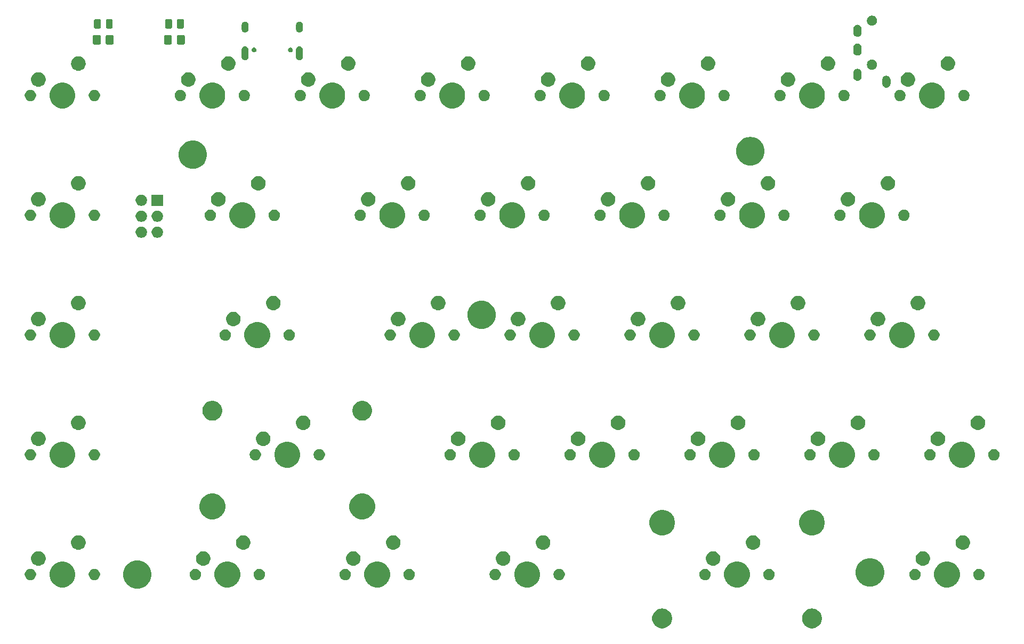
<source format=gts>
G04 #@! TF.GenerationSoftware,KiCad,Pcbnew,(5.1.5)-3*
G04 #@! TF.CreationDate,2020-09-19T12:38:58+02:00*
G04 #@! TF.ProjectId,split65left,73706c69-7436-4356-9c65-66742e6b6963,rev?*
G04 #@! TF.SameCoordinates,Original*
G04 #@! TF.FileFunction,Soldermask,Top*
G04 #@! TF.FilePolarity,Negative*
%FSLAX46Y46*%
G04 Gerber Fmt 4.6, Leading zero omitted, Abs format (unit mm)*
G04 Created by KiCad (PCBNEW (5.1.5)-3) date 2020-09-19 12:38:58*
%MOMM*%
%LPD*%
G04 APERTURE LIST*
%ADD10C,0.100000*%
G04 APERTURE END LIST*
D10*
G36*
X128018583Y-115770340D02*
G01*
X128247202Y-115815814D01*
X128534016Y-115934617D01*
X128792142Y-116107091D01*
X129011659Y-116326608D01*
X129184133Y-116584734D01*
X129302936Y-116871548D01*
X129363500Y-117176028D01*
X129363500Y-117486472D01*
X129302936Y-117790952D01*
X129184133Y-118077766D01*
X129011659Y-118335892D01*
X128792142Y-118555409D01*
X128534016Y-118727883D01*
X128247202Y-118846686D01*
X128018583Y-118892160D01*
X127942724Y-118907250D01*
X127632276Y-118907250D01*
X127556417Y-118892160D01*
X127327798Y-118846686D01*
X127040984Y-118727883D01*
X126782858Y-118555409D01*
X126563341Y-118335892D01*
X126390867Y-118077766D01*
X126272064Y-117790952D01*
X126211500Y-117486472D01*
X126211500Y-117176028D01*
X126272064Y-116871548D01*
X126390867Y-116584734D01*
X126563341Y-116326608D01*
X126782858Y-116107091D01*
X127040984Y-115934617D01*
X127327798Y-115815814D01*
X127556417Y-115770340D01*
X127632276Y-115755250D01*
X127942724Y-115755250D01*
X128018583Y-115770340D01*
G37*
G36*
X104218583Y-115770340D02*
G01*
X104447202Y-115815814D01*
X104734016Y-115934617D01*
X104992142Y-116107091D01*
X105211659Y-116326608D01*
X105384133Y-116584734D01*
X105502936Y-116871548D01*
X105563500Y-117176028D01*
X105563500Y-117486472D01*
X105502936Y-117790952D01*
X105384133Y-118077766D01*
X105211659Y-118335892D01*
X104992142Y-118555409D01*
X104734016Y-118727883D01*
X104447202Y-118846686D01*
X104218583Y-118892160D01*
X104142724Y-118907250D01*
X103832276Y-118907250D01*
X103756417Y-118892160D01*
X103527798Y-118846686D01*
X103240984Y-118727883D01*
X102982858Y-118555409D01*
X102763341Y-118335892D01*
X102590867Y-118077766D01*
X102472064Y-117790952D01*
X102411500Y-117486472D01*
X102411500Y-117176028D01*
X102472064Y-116871548D01*
X102590867Y-116584734D01*
X102763341Y-116326608D01*
X102982858Y-116107091D01*
X103240984Y-115934617D01*
X103527798Y-115815814D01*
X103756417Y-115770340D01*
X103832276Y-115755250D01*
X104142724Y-115755250D01*
X104218583Y-115770340D01*
G37*
G36*
X20913380Y-108091026D02*
G01*
X21294093Y-108166754D01*
X21703749Y-108336439D01*
X22072429Y-108582784D01*
X22385966Y-108896321D01*
X22632311Y-109265001D01*
X22801996Y-109674657D01*
X22888500Y-110109546D01*
X22888500Y-110552954D01*
X22801996Y-110987843D01*
X22632311Y-111397499D01*
X22385966Y-111766179D01*
X22072429Y-112079716D01*
X21703749Y-112326061D01*
X21294093Y-112495746D01*
X20913380Y-112571474D01*
X20859205Y-112582250D01*
X20415795Y-112582250D01*
X20361620Y-112571474D01*
X19980907Y-112495746D01*
X19571251Y-112326061D01*
X19202571Y-112079716D01*
X18889034Y-111766179D01*
X18642689Y-111397499D01*
X18473004Y-110987843D01*
X18386500Y-110552954D01*
X18386500Y-110109546D01*
X18473004Y-109674657D01*
X18642689Y-109265001D01*
X18889034Y-108896321D01*
X19202571Y-108582784D01*
X19571251Y-108336439D01*
X19980907Y-108166754D01*
X20361620Y-108091026D01*
X20415795Y-108080250D01*
X20859205Y-108080250D01*
X20913380Y-108091026D01*
G37*
G36*
X83148254Y-108359068D02*
G01*
X83521511Y-108513676D01*
X83521513Y-108513677D01*
X83857436Y-108738134D01*
X84143116Y-109023814D01*
X84356662Y-109343407D01*
X84367574Y-109359739D01*
X84522182Y-109732996D01*
X84601000Y-110129243D01*
X84601000Y-110533257D01*
X84522182Y-110929504D01*
X84383459Y-111264410D01*
X84367573Y-111302763D01*
X84143116Y-111638686D01*
X83857436Y-111924366D01*
X83521513Y-112148823D01*
X83521512Y-112148824D01*
X83521511Y-112148824D01*
X83148254Y-112303432D01*
X82752007Y-112382250D01*
X82347993Y-112382250D01*
X81951746Y-112303432D01*
X81578489Y-112148824D01*
X81578488Y-112148824D01*
X81578487Y-112148823D01*
X81242564Y-111924366D01*
X80956884Y-111638686D01*
X80732427Y-111302763D01*
X80716541Y-111264410D01*
X80577818Y-110929504D01*
X80499000Y-110533257D01*
X80499000Y-110129243D01*
X80577818Y-109732996D01*
X80732426Y-109359739D01*
X80743339Y-109343407D01*
X80956884Y-109023814D01*
X81242564Y-108738134D01*
X81578487Y-108513677D01*
X81578489Y-108513676D01*
X81951746Y-108359068D01*
X82347993Y-108280250D01*
X82752007Y-108280250D01*
X83148254Y-108359068D01*
G37*
G36*
X9329504Y-108359068D02*
G01*
X9702761Y-108513676D01*
X9702763Y-108513677D01*
X10038686Y-108738134D01*
X10324366Y-109023814D01*
X10537912Y-109343407D01*
X10548824Y-109359739D01*
X10703432Y-109732996D01*
X10782250Y-110129243D01*
X10782250Y-110533257D01*
X10703432Y-110929504D01*
X10564709Y-111264410D01*
X10548823Y-111302763D01*
X10324366Y-111638686D01*
X10038686Y-111924366D01*
X9702763Y-112148823D01*
X9702762Y-112148824D01*
X9702761Y-112148824D01*
X9329504Y-112303432D01*
X8933257Y-112382250D01*
X8529243Y-112382250D01*
X8132996Y-112303432D01*
X7759739Y-112148824D01*
X7759738Y-112148824D01*
X7759737Y-112148823D01*
X7423814Y-111924366D01*
X7138134Y-111638686D01*
X6913677Y-111302763D01*
X6897791Y-111264410D01*
X6759068Y-110929504D01*
X6680250Y-110533257D01*
X6680250Y-110129243D01*
X6759068Y-109732996D01*
X6913676Y-109359739D01*
X6924589Y-109343407D01*
X7138134Y-109023814D01*
X7423814Y-108738134D01*
X7759737Y-108513677D01*
X7759739Y-108513676D01*
X8132996Y-108359068D01*
X8529243Y-108280250D01*
X8933257Y-108280250D01*
X9329504Y-108359068D01*
G37*
G36*
X35523254Y-108359068D02*
G01*
X35896511Y-108513676D01*
X35896513Y-108513677D01*
X36232436Y-108738134D01*
X36518116Y-109023814D01*
X36731662Y-109343407D01*
X36742574Y-109359739D01*
X36897182Y-109732996D01*
X36976000Y-110129243D01*
X36976000Y-110533257D01*
X36897182Y-110929504D01*
X36758459Y-111264410D01*
X36742573Y-111302763D01*
X36518116Y-111638686D01*
X36232436Y-111924366D01*
X35896513Y-112148823D01*
X35896512Y-112148824D01*
X35896511Y-112148824D01*
X35523254Y-112303432D01*
X35127007Y-112382250D01*
X34722993Y-112382250D01*
X34326746Y-112303432D01*
X33953489Y-112148824D01*
X33953488Y-112148824D01*
X33953487Y-112148823D01*
X33617564Y-111924366D01*
X33331884Y-111638686D01*
X33107427Y-111302763D01*
X33091541Y-111264410D01*
X32952818Y-110929504D01*
X32874000Y-110533257D01*
X32874000Y-110129243D01*
X32952818Y-109732996D01*
X33107426Y-109359739D01*
X33118339Y-109343407D01*
X33331884Y-109023814D01*
X33617564Y-108738134D01*
X33953487Y-108513677D01*
X33953489Y-108513676D01*
X34326746Y-108359068D01*
X34722993Y-108280250D01*
X35127007Y-108280250D01*
X35523254Y-108359068D01*
G37*
G36*
X59335754Y-108359068D02*
G01*
X59709011Y-108513676D01*
X59709013Y-108513677D01*
X60044936Y-108738134D01*
X60330616Y-109023814D01*
X60544162Y-109343407D01*
X60555074Y-109359739D01*
X60709682Y-109732996D01*
X60788500Y-110129243D01*
X60788500Y-110533257D01*
X60709682Y-110929504D01*
X60570959Y-111264410D01*
X60555073Y-111302763D01*
X60330616Y-111638686D01*
X60044936Y-111924366D01*
X59709013Y-112148823D01*
X59709012Y-112148824D01*
X59709011Y-112148824D01*
X59335754Y-112303432D01*
X58939507Y-112382250D01*
X58535493Y-112382250D01*
X58139246Y-112303432D01*
X57765989Y-112148824D01*
X57765988Y-112148824D01*
X57765987Y-112148823D01*
X57430064Y-111924366D01*
X57144384Y-111638686D01*
X56919927Y-111302763D01*
X56904041Y-111264410D01*
X56765318Y-110929504D01*
X56686500Y-110533257D01*
X56686500Y-110129243D01*
X56765318Y-109732996D01*
X56919926Y-109359739D01*
X56930839Y-109343407D01*
X57144384Y-109023814D01*
X57430064Y-108738134D01*
X57765987Y-108513677D01*
X57765989Y-108513676D01*
X58139246Y-108359068D01*
X58535493Y-108280250D01*
X58939507Y-108280250D01*
X59335754Y-108359068D01*
G37*
G36*
X116485754Y-108359068D02*
G01*
X116859011Y-108513676D01*
X116859013Y-108513677D01*
X117194936Y-108738134D01*
X117480616Y-109023814D01*
X117694162Y-109343407D01*
X117705074Y-109359739D01*
X117859682Y-109732996D01*
X117938500Y-110129243D01*
X117938500Y-110533257D01*
X117859682Y-110929504D01*
X117720959Y-111264410D01*
X117705073Y-111302763D01*
X117480616Y-111638686D01*
X117194936Y-111924366D01*
X116859013Y-112148823D01*
X116859012Y-112148824D01*
X116859011Y-112148824D01*
X116485754Y-112303432D01*
X116089507Y-112382250D01*
X115685493Y-112382250D01*
X115289246Y-112303432D01*
X114915989Y-112148824D01*
X114915988Y-112148824D01*
X114915987Y-112148823D01*
X114580064Y-111924366D01*
X114294384Y-111638686D01*
X114069927Y-111302763D01*
X114054041Y-111264410D01*
X113915318Y-110929504D01*
X113836500Y-110533257D01*
X113836500Y-110129243D01*
X113915318Y-109732996D01*
X114069926Y-109359739D01*
X114080839Y-109343407D01*
X114294384Y-109023814D01*
X114580064Y-108738134D01*
X114915987Y-108513677D01*
X114915989Y-108513676D01*
X115289246Y-108359068D01*
X115685493Y-108280250D01*
X116089507Y-108280250D01*
X116485754Y-108359068D01*
G37*
G36*
X149823254Y-108359068D02*
G01*
X150196511Y-108513676D01*
X150196513Y-108513677D01*
X150532436Y-108738134D01*
X150818116Y-109023814D01*
X151031662Y-109343407D01*
X151042574Y-109359739D01*
X151197182Y-109732996D01*
X151276000Y-110129243D01*
X151276000Y-110533257D01*
X151197182Y-110929504D01*
X151058459Y-111264410D01*
X151042573Y-111302763D01*
X150818116Y-111638686D01*
X150532436Y-111924366D01*
X150196513Y-112148823D01*
X150196512Y-112148824D01*
X150196511Y-112148824D01*
X149823254Y-112303432D01*
X149427007Y-112382250D01*
X149022993Y-112382250D01*
X148626746Y-112303432D01*
X148253489Y-112148824D01*
X148253488Y-112148824D01*
X148253487Y-112148823D01*
X147917564Y-111924366D01*
X147631884Y-111638686D01*
X147407427Y-111302763D01*
X147391541Y-111264410D01*
X147252818Y-110929504D01*
X147174000Y-110533257D01*
X147174000Y-110129243D01*
X147252818Y-109732996D01*
X147407426Y-109359739D01*
X147418339Y-109343407D01*
X147631884Y-109023814D01*
X147917564Y-108738134D01*
X148253487Y-108513677D01*
X148253489Y-108513676D01*
X148626746Y-108359068D01*
X149022993Y-108280250D01*
X149427007Y-108280250D01*
X149823254Y-108359068D01*
G37*
G36*
X137275880Y-107759776D02*
G01*
X137656593Y-107835504D01*
X138066249Y-108005189D01*
X138434929Y-108251534D01*
X138748466Y-108565071D01*
X138994811Y-108933751D01*
X139164496Y-109343407D01*
X139251000Y-109778296D01*
X139251000Y-110221704D01*
X139164496Y-110656593D01*
X138994811Y-111066249D01*
X138748466Y-111434929D01*
X138434929Y-111748466D01*
X138066249Y-111994811D01*
X137656593Y-112164496D01*
X137292731Y-112236872D01*
X137221705Y-112251000D01*
X136778295Y-112251000D01*
X136707269Y-112236872D01*
X136343407Y-112164496D01*
X135933751Y-111994811D01*
X135565071Y-111748466D01*
X135251534Y-111434929D01*
X135005189Y-111066249D01*
X134835504Y-110656593D01*
X134749000Y-110221704D01*
X134749000Y-109778296D01*
X134835504Y-109343407D01*
X135005189Y-108933751D01*
X135251534Y-108565071D01*
X135565071Y-108251534D01*
X135933751Y-108005189D01*
X136343407Y-107835504D01*
X136724120Y-107759776D01*
X136778295Y-107749000D01*
X137221705Y-107749000D01*
X137275880Y-107759776D01*
G37*
G36*
X63931012Y-109435177D02*
G01*
X64080312Y-109464874D01*
X64244284Y-109532794D01*
X64391854Y-109631397D01*
X64517353Y-109756896D01*
X64615956Y-109904466D01*
X64683876Y-110068438D01*
X64718500Y-110242509D01*
X64718500Y-110419991D01*
X64683876Y-110594062D01*
X64615956Y-110758034D01*
X64517353Y-110905604D01*
X64391854Y-111031103D01*
X64244284Y-111129706D01*
X64080312Y-111197626D01*
X63931012Y-111227323D01*
X63906242Y-111232250D01*
X63728758Y-111232250D01*
X63703988Y-111227323D01*
X63554688Y-111197626D01*
X63390716Y-111129706D01*
X63243146Y-111031103D01*
X63117647Y-110905604D01*
X63019044Y-110758034D01*
X62951124Y-110594062D01*
X62916500Y-110419991D01*
X62916500Y-110242509D01*
X62951124Y-110068438D01*
X63019044Y-109904466D01*
X63117647Y-109756896D01*
X63243146Y-109631397D01*
X63390716Y-109532794D01*
X63554688Y-109464874D01*
X63703988Y-109435177D01*
X63728758Y-109430250D01*
X63906242Y-109430250D01*
X63931012Y-109435177D01*
G37*
G36*
X13924762Y-109435177D02*
G01*
X14074062Y-109464874D01*
X14238034Y-109532794D01*
X14385604Y-109631397D01*
X14511103Y-109756896D01*
X14609706Y-109904466D01*
X14677626Y-110068438D01*
X14712250Y-110242509D01*
X14712250Y-110419991D01*
X14677626Y-110594062D01*
X14609706Y-110758034D01*
X14511103Y-110905604D01*
X14385604Y-111031103D01*
X14238034Y-111129706D01*
X14074062Y-111197626D01*
X13924762Y-111227323D01*
X13899992Y-111232250D01*
X13722508Y-111232250D01*
X13697738Y-111227323D01*
X13548438Y-111197626D01*
X13384466Y-111129706D01*
X13236896Y-111031103D01*
X13111397Y-110905604D01*
X13012794Y-110758034D01*
X12944874Y-110594062D01*
X12910250Y-110419991D01*
X12910250Y-110242509D01*
X12944874Y-110068438D01*
X13012794Y-109904466D01*
X13111397Y-109756896D01*
X13236896Y-109631397D01*
X13384466Y-109532794D01*
X13548438Y-109464874D01*
X13697738Y-109435177D01*
X13722508Y-109430250D01*
X13899992Y-109430250D01*
X13924762Y-109435177D01*
G37*
G36*
X3764762Y-109435177D02*
G01*
X3914062Y-109464874D01*
X4078034Y-109532794D01*
X4225604Y-109631397D01*
X4351103Y-109756896D01*
X4449706Y-109904466D01*
X4517626Y-110068438D01*
X4552250Y-110242509D01*
X4552250Y-110419991D01*
X4517626Y-110594062D01*
X4449706Y-110758034D01*
X4351103Y-110905604D01*
X4225604Y-111031103D01*
X4078034Y-111129706D01*
X3914062Y-111197626D01*
X3764762Y-111227323D01*
X3739992Y-111232250D01*
X3562508Y-111232250D01*
X3537738Y-111227323D01*
X3388438Y-111197626D01*
X3224466Y-111129706D01*
X3076896Y-111031103D01*
X2951397Y-110905604D01*
X2852794Y-110758034D01*
X2784874Y-110594062D01*
X2750250Y-110419991D01*
X2750250Y-110242509D01*
X2784874Y-110068438D01*
X2852794Y-109904466D01*
X2951397Y-109756896D01*
X3076896Y-109631397D01*
X3224466Y-109532794D01*
X3388438Y-109464874D01*
X3537738Y-109435177D01*
X3562508Y-109430250D01*
X3739992Y-109430250D01*
X3764762Y-109435177D01*
G37*
G36*
X40118512Y-109435177D02*
G01*
X40267812Y-109464874D01*
X40431784Y-109532794D01*
X40579354Y-109631397D01*
X40704853Y-109756896D01*
X40803456Y-109904466D01*
X40871376Y-110068438D01*
X40906000Y-110242509D01*
X40906000Y-110419991D01*
X40871376Y-110594062D01*
X40803456Y-110758034D01*
X40704853Y-110905604D01*
X40579354Y-111031103D01*
X40431784Y-111129706D01*
X40267812Y-111197626D01*
X40118512Y-111227323D01*
X40093742Y-111232250D01*
X39916258Y-111232250D01*
X39891488Y-111227323D01*
X39742188Y-111197626D01*
X39578216Y-111129706D01*
X39430646Y-111031103D01*
X39305147Y-110905604D01*
X39206544Y-110758034D01*
X39138624Y-110594062D01*
X39104000Y-110419991D01*
X39104000Y-110242509D01*
X39138624Y-110068438D01*
X39206544Y-109904466D01*
X39305147Y-109756896D01*
X39430646Y-109631397D01*
X39578216Y-109532794D01*
X39742188Y-109464874D01*
X39891488Y-109435177D01*
X39916258Y-109430250D01*
X40093742Y-109430250D01*
X40118512Y-109435177D01*
G37*
G36*
X154418512Y-109435177D02*
G01*
X154567812Y-109464874D01*
X154731784Y-109532794D01*
X154879354Y-109631397D01*
X155004853Y-109756896D01*
X155103456Y-109904466D01*
X155171376Y-110068438D01*
X155206000Y-110242509D01*
X155206000Y-110419991D01*
X155171376Y-110594062D01*
X155103456Y-110758034D01*
X155004853Y-110905604D01*
X154879354Y-111031103D01*
X154731784Y-111129706D01*
X154567812Y-111197626D01*
X154418512Y-111227323D01*
X154393742Y-111232250D01*
X154216258Y-111232250D01*
X154191488Y-111227323D01*
X154042188Y-111197626D01*
X153878216Y-111129706D01*
X153730646Y-111031103D01*
X153605147Y-110905604D01*
X153506544Y-110758034D01*
X153438624Y-110594062D01*
X153404000Y-110419991D01*
X153404000Y-110242509D01*
X153438624Y-110068438D01*
X153506544Y-109904466D01*
X153605147Y-109756896D01*
X153730646Y-109631397D01*
X153878216Y-109532794D01*
X154042188Y-109464874D01*
X154191488Y-109435177D01*
X154216258Y-109430250D01*
X154393742Y-109430250D01*
X154418512Y-109435177D01*
G37*
G36*
X144258512Y-109435177D02*
G01*
X144407812Y-109464874D01*
X144571784Y-109532794D01*
X144719354Y-109631397D01*
X144844853Y-109756896D01*
X144943456Y-109904466D01*
X145011376Y-110068438D01*
X145046000Y-110242509D01*
X145046000Y-110419991D01*
X145011376Y-110594062D01*
X144943456Y-110758034D01*
X144844853Y-110905604D01*
X144719354Y-111031103D01*
X144571784Y-111129706D01*
X144407812Y-111197626D01*
X144258512Y-111227323D01*
X144233742Y-111232250D01*
X144056258Y-111232250D01*
X144031488Y-111227323D01*
X143882188Y-111197626D01*
X143718216Y-111129706D01*
X143570646Y-111031103D01*
X143445147Y-110905604D01*
X143346544Y-110758034D01*
X143278624Y-110594062D01*
X143244000Y-110419991D01*
X143244000Y-110242509D01*
X143278624Y-110068438D01*
X143346544Y-109904466D01*
X143445147Y-109756896D01*
X143570646Y-109631397D01*
X143718216Y-109532794D01*
X143882188Y-109464874D01*
X144031488Y-109435177D01*
X144056258Y-109430250D01*
X144233742Y-109430250D01*
X144258512Y-109435177D01*
G37*
G36*
X121081012Y-109435177D02*
G01*
X121230312Y-109464874D01*
X121394284Y-109532794D01*
X121541854Y-109631397D01*
X121667353Y-109756896D01*
X121765956Y-109904466D01*
X121833876Y-110068438D01*
X121868500Y-110242509D01*
X121868500Y-110419991D01*
X121833876Y-110594062D01*
X121765956Y-110758034D01*
X121667353Y-110905604D01*
X121541854Y-111031103D01*
X121394284Y-111129706D01*
X121230312Y-111197626D01*
X121081012Y-111227323D01*
X121056242Y-111232250D01*
X120878758Y-111232250D01*
X120853988Y-111227323D01*
X120704688Y-111197626D01*
X120540716Y-111129706D01*
X120393146Y-111031103D01*
X120267647Y-110905604D01*
X120169044Y-110758034D01*
X120101124Y-110594062D01*
X120066500Y-110419991D01*
X120066500Y-110242509D01*
X120101124Y-110068438D01*
X120169044Y-109904466D01*
X120267647Y-109756896D01*
X120393146Y-109631397D01*
X120540716Y-109532794D01*
X120704688Y-109464874D01*
X120853988Y-109435177D01*
X120878758Y-109430250D01*
X121056242Y-109430250D01*
X121081012Y-109435177D01*
G37*
G36*
X29958512Y-109435177D02*
G01*
X30107812Y-109464874D01*
X30271784Y-109532794D01*
X30419354Y-109631397D01*
X30544853Y-109756896D01*
X30643456Y-109904466D01*
X30711376Y-110068438D01*
X30746000Y-110242509D01*
X30746000Y-110419991D01*
X30711376Y-110594062D01*
X30643456Y-110758034D01*
X30544853Y-110905604D01*
X30419354Y-111031103D01*
X30271784Y-111129706D01*
X30107812Y-111197626D01*
X29958512Y-111227323D01*
X29933742Y-111232250D01*
X29756258Y-111232250D01*
X29731488Y-111227323D01*
X29582188Y-111197626D01*
X29418216Y-111129706D01*
X29270646Y-111031103D01*
X29145147Y-110905604D01*
X29046544Y-110758034D01*
X28978624Y-110594062D01*
X28944000Y-110419991D01*
X28944000Y-110242509D01*
X28978624Y-110068438D01*
X29046544Y-109904466D01*
X29145147Y-109756896D01*
X29270646Y-109631397D01*
X29418216Y-109532794D01*
X29582188Y-109464874D01*
X29731488Y-109435177D01*
X29756258Y-109430250D01*
X29933742Y-109430250D01*
X29958512Y-109435177D01*
G37*
G36*
X87743512Y-109435177D02*
G01*
X87892812Y-109464874D01*
X88056784Y-109532794D01*
X88204354Y-109631397D01*
X88329853Y-109756896D01*
X88428456Y-109904466D01*
X88496376Y-110068438D01*
X88531000Y-110242509D01*
X88531000Y-110419991D01*
X88496376Y-110594062D01*
X88428456Y-110758034D01*
X88329853Y-110905604D01*
X88204354Y-111031103D01*
X88056784Y-111129706D01*
X87892812Y-111197626D01*
X87743512Y-111227323D01*
X87718742Y-111232250D01*
X87541258Y-111232250D01*
X87516488Y-111227323D01*
X87367188Y-111197626D01*
X87203216Y-111129706D01*
X87055646Y-111031103D01*
X86930147Y-110905604D01*
X86831544Y-110758034D01*
X86763624Y-110594062D01*
X86729000Y-110419991D01*
X86729000Y-110242509D01*
X86763624Y-110068438D01*
X86831544Y-109904466D01*
X86930147Y-109756896D01*
X87055646Y-109631397D01*
X87203216Y-109532794D01*
X87367188Y-109464874D01*
X87516488Y-109435177D01*
X87541258Y-109430250D01*
X87718742Y-109430250D01*
X87743512Y-109435177D01*
G37*
G36*
X53771012Y-109435177D02*
G01*
X53920312Y-109464874D01*
X54084284Y-109532794D01*
X54231854Y-109631397D01*
X54357353Y-109756896D01*
X54455956Y-109904466D01*
X54523876Y-110068438D01*
X54558500Y-110242509D01*
X54558500Y-110419991D01*
X54523876Y-110594062D01*
X54455956Y-110758034D01*
X54357353Y-110905604D01*
X54231854Y-111031103D01*
X54084284Y-111129706D01*
X53920312Y-111197626D01*
X53771012Y-111227323D01*
X53746242Y-111232250D01*
X53568758Y-111232250D01*
X53543988Y-111227323D01*
X53394688Y-111197626D01*
X53230716Y-111129706D01*
X53083146Y-111031103D01*
X52957647Y-110905604D01*
X52859044Y-110758034D01*
X52791124Y-110594062D01*
X52756500Y-110419991D01*
X52756500Y-110242509D01*
X52791124Y-110068438D01*
X52859044Y-109904466D01*
X52957647Y-109756896D01*
X53083146Y-109631397D01*
X53230716Y-109532794D01*
X53394688Y-109464874D01*
X53543988Y-109435177D01*
X53568758Y-109430250D01*
X53746242Y-109430250D01*
X53771012Y-109435177D01*
G37*
G36*
X77583512Y-109435177D02*
G01*
X77732812Y-109464874D01*
X77896784Y-109532794D01*
X78044354Y-109631397D01*
X78169853Y-109756896D01*
X78268456Y-109904466D01*
X78336376Y-110068438D01*
X78371000Y-110242509D01*
X78371000Y-110419991D01*
X78336376Y-110594062D01*
X78268456Y-110758034D01*
X78169853Y-110905604D01*
X78044354Y-111031103D01*
X77896784Y-111129706D01*
X77732812Y-111197626D01*
X77583512Y-111227323D01*
X77558742Y-111232250D01*
X77381258Y-111232250D01*
X77356488Y-111227323D01*
X77207188Y-111197626D01*
X77043216Y-111129706D01*
X76895646Y-111031103D01*
X76770147Y-110905604D01*
X76671544Y-110758034D01*
X76603624Y-110594062D01*
X76569000Y-110419991D01*
X76569000Y-110242509D01*
X76603624Y-110068438D01*
X76671544Y-109904466D01*
X76770147Y-109756896D01*
X76895646Y-109631397D01*
X77043216Y-109532794D01*
X77207188Y-109464874D01*
X77356488Y-109435177D01*
X77381258Y-109430250D01*
X77558742Y-109430250D01*
X77583512Y-109435177D01*
G37*
G36*
X110921012Y-109435177D02*
G01*
X111070312Y-109464874D01*
X111234284Y-109532794D01*
X111381854Y-109631397D01*
X111507353Y-109756896D01*
X111605956Y-109904466D01*
X111673876Y-110068438D01*
X111708500Y-110242509D01*
X111708500Y-110419991D01*
X111673876Y-110594062D01*
X111605956Y-110758034D01*
X111507353Y-110905604D01*
X111381854Y-111031103D01*
X111234284Y-111129706D01*
X111070312Y-111197626D01*
X110921012Y-111227323D01*
X110896242Y-111232250D01*
X110718758Y-111232250D01*
X110693988Y-111227323D01*
X110544688Y-111197626D01*
X110380716Y-111129706D01*
X110233146Y-111031103D01*
X110107647Y-110905604D01*
X110009044Y-110758034D01*
X109941124Y-110594062D01*
X109906500Y-110419991D01*
X109906500Y-110242509D01*
X109941124Y-110068438D01*
X110009044Y-109904466D01*
X110107647Y-109756896D01*
X110233146Y-109631397D01*
X110380716Y-109532794D01*
X110544688Y-109464874D01*
X110693988Y-109435177D01*
X110718758Y-109430250D01*
X110896242Y-109430250D01*
X110921012Y-109435177D01*
G37*
G36*
X78964549Y-106662366D02*
G01*
X79075734Y-106684482D01*
X79285203Y-106771247D01*
X79473720Y-106897210D01*
X79634040Y-107057530D01*
X79760003Y-107246047D01*
X79846768Y-107455516D01*
X79891000Y-107677886D01*
X79891000Y-107904614D01*
X79846768Y-108126984D01*
X79760003Y-108336453D01*
X79634040Y-108524970D01*
X79473720Y-108685290D01*
X79285203Y-108811253D01*
X79075734Y-108898018D01*
X79021016Y-108908902D01*
X78853365Y-108942250D01*
X78626635Y-108942250D01*
X78458984Y-108908902D01*
X78404266Y-108898018D01*
X78194797Y-108811253D01*
X78006280Y-108685290D01*
X77845960Y-108524970D01*
X77719997Y-108336453D01*
X77633232Y-108126984D01*
X77589000Y-107904614D01*
X77589000Y-107677886D01*
X77633232Y-107455516D01*
X77719997Y-107246047D01*
X77845960Y-107057530D01*
X78006280Y-106897210D01*
X78194797Y-106771247D01*
X78404266Y-106684482D01*
X78515451Y-106662366D01*
X78626635Y-106640250D01*
X78853365Y-106640250D01*
X78964549Y-106662366D01*
G37*
G36*
X112302049Y-106662366D02*
G01*
X112413234Y-106684482D01*
X112622703Y-106771247D01*
X112811220Y-106897210D01*
X112971540Y-107057530D01*
X113097503Y-107246047D01*
X113184268Y-107455516D01*
X113228500Y-107677886D01*
X113228500Y-107904614D01*
X113184268Y-108126984D01*
X113097503Y-108336453D01*
X112971540Y-108524970D01*
X112811220Y-108685290D01*
X112622703Y-108811253D01*
X112413234Y-108898018D01*
X112358516Y-108908902D01*
X112190865Y-108942250D01*
X111964135Y-108942250D01*
X111796484Y-108908902D01*
X111741766Y-108898018D01*
X111532297Y-108811253D01*
X111343780Y-108685290D01*
X111183460Y-108524970D01*
X111057497Y-108336453D01*
X110970732Y-108126984D01*
X110926500Y-107904614D01*
X110926500Y-107677886D01*
X110970732Y-107455516D01*
X111057497Y-107246047D01*
X111183460Y-107057530D01*
X111343780Y-106897210D01*
X111532297Y-106771247D01*
X111741766Y-106684482D01*
X111852951Y-106662366D01*
X111964135Y-106640250D01*
X112190865Y-106640250D01*
X112302049Y-106662366D01*
G37*
G36*
X55152049Y-106662366D02*
G01*
X55263234Y-106684482D01*
X55472703Y-106771247D01*
X55661220Y-106897210D01*
X55821540Y-107057530D01*
X55947503Y-107246047D01*
X56034268Y-107455516D01*
X56078500Y-107677886D01*
X56078500Y-107904614D01*
X56034268Y-108126984D01*
X55947503Y-108336453D01*
X55821540Y-108524970D01*
X55661220Y-108685290D01*
X55472703Y-108811253D01*
X55263234Y-108898018D01*
X55208516Y-108908902D01*
X55040865Y-108942250D01*
X54814135Y-108942250D01*
X54646484Y-108908902D01*
X54591766Y-108898018D01*
X54382297Y-108811253D01*
X54193780Y-108685290D01*
X54033460Y-108524970D01*
X53907497Y-108336453D01*
X53820732Y-108126984D01*
X53776500Y-107904614D01*
X53776500Y-107677886D01*
X53820732Y-107455516D01*
X53907497Y-107246047D01*
X54033460Y-107057530D01*
X54193780Y-106897210D01*
X54382297Y-106771247D01*
X54591766Y-106684482D01*
X54702951Y-106662366D01*
X54814135Y-106640250D01*
X55040865Y-106640250D01*
X55152049Y-106662366D01*
G37*
G36*
X31339549Y-106662366D02*
G01*
X31450734Y-106684482D01*
X31660203Y-106771247D01*
X31848720Y-106897210D01*
X32009040Y-107057530D01*
X32135003Y-107246047D01*
X32221768Y-107455516D01*
X32266000Y-107677886D01*
X32266000Y-107904614D01*
X32221768Y-108126984D01*
X32135003Y-108336453D01*
X32009040Y-108524970D01*
X31848720Y-108685290D01*
X31660203Y-108811253D01*
X31450734Y-108898018D01*
X31396016Y-108908902D01*
X31228365Y-108942250D01*
X31001635Y-108942250D01*
X30833984Y-108908902D01*
X30779266Y-108898018D01*
X30569797Y-108811253D01*
X30381280Y-108685290D01*
X30220960Y-108524970D01*
X30094997Y-108336453D01*
X30008232Y-108126984D01*
X29964000Y-107904614D01*
X29964000Y-107677886D01*
X30008232Y-107455516D01*
X30094997Y-107246047D01*
X30220960Y-107057530D01*
X30381280Y-106897210D01*
X30569797Y-106771247D01*
X30779266Y-106684482D01*
X30890451Y-106662366D01*
X31001635Y-106640250D01*
X31228365Y-106640250D01*
X31339549Y-106662366D01*
G37*
G36*
X145639549Y-106662366D02*
G01*
X145750734Y-106684482D01*
X145960203Y-106771247D01*
X146148720Y-106897210D01*
X146309040Y-107057530D01*
X146435003Y-107246047D01*
X146521768Y-107455516D01*
X146566000Y-107677886D01*
X146566000Y-107904614D01*
X146521768Y-108126984D01*
X146435003Y-108336453D01*
X146309040Y-108524970D01*
X146148720Y-108685290D01*
X145960203Y-108811253D01*
X145750734Y-108898018D01*
X145696016Y-108908902D01*
X145528365Y-108942250D01*
X145301635Y-108942250D01*
X145133984Y-108908902D01*
X145079266Y-108898018D01*
X144869797Y-108811253D01*
X144681280Y-108685290D01*
X144520960Y-108524970D01*
X144394997Y-108336453D01*
X144308232Y-108126984D01*
X144264000Y-107904614D01*
X144264000Y-107677886D01*
X144308232Y-107455516D01*
X144394997Y-107246047D01*
X144520960Y-107057530D01*
X144681280Y-106897210D01*
X144869797Y-106771247D01*
X145079266Y-106684482D01*
X145190451Y-106662366D01*
X145301635Y-106640250D01*
X145528365Y-106640250D01*
X145639549Y-106662366D01*
G37*
G36*
X5145799Y-106662366D02*
G01*
X5256984Y-106684482D01*
X5466453Y-106771247D01*
X5654970Y-106897210D01*
X5815290Y-107057530D01*
X5941253Y-107246047D01*
X6028018Y-107455516D01*
X6072250Y-107677886D01*
X6072250Y-107904614D01*
X6028018Y-108126984D01*
X5941253Y-108336453D01*
X5815290Y-108524970D01*
X5654970Y-108685290D01*
X5466453Y-108811253D01*
X5256984Y-108898018D01*
X5202266Y-108908902D01*
X5034615Y-108942250D01*
X4807885Y-108942250D01*
X4640234Y-108908902D01*
X4585516Y-108898018D01*
X4376047Y-108811253D01*
X4187530Y-108685290D01*
X4027210Y-108524970D01*
X3901247Y-108336453D01*
X3814482Y-108126984D01*
X3770250Y-107904614D01*
X3770250Y-107677886D01*
X3814482Y-107455516D01*
X3901247Y-107246047D01*
X4027210Y-107057530D01*
X4187530Y-106897210D01*
X4376047Y-106771247D01*
X4585516Y-106684482D01*
X4696701Y-106662366D01*
X4807885Y-106640250D01*
X5034615Y-106640250D01*
X5145799Y-106662366D01*
G37*
G36*
X11495799Y-104122366D02*
G01*
X11606984Y-104144482D01*
X11816453Y-104231247D01*
X12004970Y-104357210D01*
X12165290Y-104517530D01*
X12291253Y-104706047D01*
X12378018Y-104915516D01*
X12422250Y-105137886D01*
X12422250Y-105364614D01*
X12378018Y-105586984D01*
X12291253Y-105796453D01*
X12165290Y-105984970D01*
X12004970Y-106145290D01*
X11816453Y-106271253D01*
X11606984Y-106358018D01*
X11495799Y-106380134D01*
X11384615Y-106402250D01*
X11157885Y-106402250D01*
X11046701Y-106380134D01*
X10935516Y-106358018D01*
X10726047Y-106271253D01*
X10537530Y-106145290D01*
X10377210Y-105984970D01*
X10251247Y-105796453D01*
X10164482Y-105586984D01*
X10120250Y-105364614D01*
X10120250Y-105137886D01*
X10164482Y-104915516D01*
X10251247Y-104706047D01*
X10377210Y-104517530D01*
X10537530Y-104357210D01*
X10726047Y-104231247D01*
X10935516Y-104144482D01*
X11046701Y-104122366D01*
X11157885Y-104100250D01*
X11384615Y-104100250D01*
X11495799Y-104122366D01*
G37*
G36*
X151989549Y-104122366D02*
G01*
X152100734Y-104144482D01*
X152310203Y-104231247D01*
X152498720Y-104357210D01*
X152659040Y-104517530D01*
X152785003Y-104706047D01*
X152871768Y-104915516D01*
X152916000Y-105137886D01*
X152916000Y-105364614D01*
X152871768Y-105586984D01*
X152785003Y-105796453D01*
X152659040Y-105984970D01*
X152498720Y-106145290D01*
X152310203Y-106271253D01*
X152100734Y-106358018D01*
X151989549Y-106380134D01*
X151878365Y-106402250D01*
X151651635Y-106402250D01*
X151540451Y-106380134D01*
X151429266Y-106358018D01*
X151219797Y-106271253D01*
X151031280Y-106145290D01*
X150870960Y-105984970D01*
X150744997Y-105796453D01*
X150658232Y-105586984D01*
X150614000Y-105364614D01*
X150614000Y-105137886D01*
X150658232Y-104915516D01*
X150744997Y-104706047D01*
X150870960Y-104517530D01*
X151031280Y-104357210D01*
X151219797Y-104231247D01*
X151429266Y-104144482D01*
X151540451Y-104122366D01*
X151651635Y-104100250D01*
X151878365Y-104100250D01*
X151989549Y-104122366D01*
G37*
G36*
X37689549Y-104122366D02*
G01*
X37800734Y-104144482D01*
X38010203Y-104231247D01*
X38198720Y-104357210D01*
X38359040Y-104517530D01*
X38485003Y-104706047D01*
X38571768Y-104915516D01*
X38616000Y-105137886D01*
X38616000Y-105364614D01*
X38571768Y-105586984D01*
X38485003Y-105796453D01*
X38359040Y-105984970D01*
X38198720Y-106145290D01*
X38010203Y-106271253D01*
X37800734Y-106358018D01*
X37689549Y-106380134D01*
X37578365Y-106402250D01*
X37351635Y-106402250D01*
X37240451Y-106380134D01*
X37129266Y-106358018D01*
X36919797Y-106271253D01*
X36731280Y-106145290D01*
X36570960Y-105984970D01*
X36444997Y-105796453D01*
X36358232Y-105586984D01*
X36314000Y-105364614D01*
X36314000Y-105137886D01*
X36358232Y-104915516D01*
X36444997Y-104706047D01*
X36570960Y-104517530D01*
X36731280Y-104357210D01*
X36919797Y-104231247D01*
X37129266Y-104144482D01*
X37240451Y-104122366D01*
X37351635Y-104100250D01*
X37578365Y-104100250D01*
X37689549Y-104122366D01*
G37*
G36*
X85314549Y-104122366D02*
G01*
X85425734Y-104144482D01*
X85635203Y-104231247D01*
X85823720Y-104357210D01*
X85984040Y-104517530D01*
X86110003Y-104706047D01*
X86196768Y-104915516D01*
X86241000Y-105137886D01*
X86241000Y-105364614D01*
X86196768Y-105586984D01*
X86110003Y-105796453D01*
X85984040Y-105984970D01*
X85823720Y-106145290D01*
X85635203Y-106271253D01*
X85425734Y-106358018D01*
X85314549Y-106380134D01*
X85203365Y-106402250D01*
X84976635Y-106402250D01*
X84865451Y-106380134D01*
X84754266Y-106358018D01*
X84544797Y-106271253D01*
X84356280Y-106145290D01*
X84195960Y-105984970D01*
X84069997Y-105796453D01*
X83983232Y-105586984D01*
X83939000Y-105364614D01*
X83939000Y-105137886D01*
X83983232Y-104915516D01*
X84069997Y-104706047D01*
X84195960Y-104517530D01*
X84356280Y-104357210D01*
X84544797Y-104231247D01*
X84754266Y-104144482D01*
X84865451Y-104122366D01*
X84976635Y-104100250D01*
X85203365Y-104100250D01*
X85314549Y-104122366D01*
G37*
G36*
X118652049Y-104122366D02*
G01*
X118763234Y-104144482D01*
X118972703Y-104231247D01*
X119161220Y-104357210D01*
X119321540Y-104517530D01*
X119447503Y-104706047D01*
X119534268Y-104915516D01*
X119578500Y-105137886D01*
X119578500Y-105364614D01*
X119534268Y-105586984D01*
X119447503Y-105796453D01*
X119321540Y-105984970D01*
X119161220Y-106145290D01*
X118972703Y-106271253D01*
X118763234Y-106358018D01*
X118652049Y-106380134D01*
X118540865Y-106402250D01*
X118314135Y-106402250D01*
X118202951Y-106380134D01*
X118091766Y-106358018D01*
X117882297Y-106271253D01*
X117693780Y-106145290D01*
X117533460Y-105984970D01*
X117407497Y-105796453D01*
X117320732Y-105586984D01*
X117276500Y-105364614D01*
X117276500Y-105137886D01*
X117320732Y-104915516D01*
X117407497Y-104706047D01*
X117533460Y-104517530D01*
X117693780Y-104357210D01*
X117882297Y-104231247D01*
X118091766Y-104144482D01*
X118202951Y-104122366D01*
X118314135Y-104100250D01*
X118540865Y-104100250D01*
X118652049Y-104122366D01*
G37*
G36*
X61502049Y-104122366D02*
G01*
X61613234Y-104144482D01*
X61822703Y-104231247D01*
X62011220Y-104357210D01*
X62171540Y-104517530D01*
X62297503Y-104706047D01*
X62384268Y-104915516D01*
X62428500Y-105137886D01*
X62428500Y-105364614D01*
X62384268Y-105586984D01*
X62297503Y-105796453D01*
X62171540Y-105984970D01*
X62011220Y-106145290D01*
X61822703Y-106271253D01*
X61613234Y-106358018D01*
X61502049Y-106380134D01*
X61390865Y-106402250D01*
X61164135Y-106402250D01*
X61052951Y-106380134D01*
X60941766Y-106358018D01*
X60732297Y-106271253D01*
X60543780Y-106145290D01*
X60383460Y-105984970D01*
X60257497Y-105796453D01*
X60170732Y-105586984D01*
X60126500Y-105364614D01*
X60126500Y-105137886D01*
X60170732Y-104915516D01*
X60257497Y-104706047D01*
X60383460Y-104517530D01*
X60543780Y-104357210D01*
X60732297Y-104231247D01*
X60941766Y-104144482D01*
X61052951Y-104122366D01*
X61164135Y-104100250D01*
X61390865Y-104100250D01*
X61502049Y-104122366D01*
G37*
G36*
X128385754Y-100119068D02*
G01*
X128759011Y-100273676D01*
X128759013Y-100273677D01*
X129086895Y-100492761D01*
X129094936Y-100498134D01*
X129380616Y-100783814D01*
X129605074Y-101119739D01*
X129759682Y-101492996D01*
X129838500Y-101889243D01*
X129838500Y-102293257D01*
X129759682Y-102689504D01*
X129605074Y-103062761D01*
X129605073Y-103062763D01*
X129380616Y-103398686D01*
X129094936Y-103684366D01*
X128759013Y-103908823D01*
X128759012Y-103908824D01*
X128759011Y-103908824D01*
X128385754Y-104063432D01*
X127989507Y-104142250D01*
X127585493Y-104142250D01*
X127189246Y-104063432D01*
X126815989Y-103908824D01*
X126815988Y-103908824D01*
X126815987Y-103908823D01*
X126480064Y-103684366D01*
X126194384Y-103398686D01*
X125969927Y-103062763D01*
X125969926Y-103062761D01*
X125815318Y-102689504D01*
X125736500Y-102293257D01*
X125736500Y-101889243D01*
X125815318Y-101492996D01*
X125969926Y-101119739D01*
X126194384Y-100783814D01*
X126480064Y-100498134D01*
X126488105Y-100492761D01*
X126815987Y-100273677D01*
X126815989Y-100273676D01*
X127189246Y-100119068D01*
X127585493Y-100040250D01*
X127989507Y-100040250D01*
X128385754Y-100119068D01*
G37*
G36*
X104585754Y-100119068D02*
G01*
X104959011Y-100273676D01*
X104959013Y-100273677D01*
X105286895Y-100492761D01*
X105294936Y-100498134D01*
X105580616Y-100783814D01*
X105805074Y-101119739D01*
X105959682Y-101492996D01*
X106038500Y-101889243D01*
X106038500Y-102293257D01*
X105959682Y-102689504D01*
X105805074Y-103062761D01*
X105805073Y-103062763D01*
X105580616Y-103398686D01*
X105294936Y-103684366D01*
X104959013Y-103908823D01*
X104959012Y-103908824D01*
X104959011Y-103908824D01*
X104585754Y-104063432D01*
X104189507Y-104142250D01*
X103785493Y-104142250D01*
X103389246Y-104063432D01*
X103015989Y-103908824D01*
X103015988Y-103908824D01*
X103015987Y-103908823D01*
X102680064Y-103684366D01*
X102394384Y-103398686D01*
X102169927Y-103062763D01*
X102169926Y-103062761D01*
X102015318Y-102689504D01*
X101936500Y-102293257D01*
X101936500Y-101889243D01*
X102015318Y-101492996D01*
X102169926Y-101119739D01*
X102394384Y-100783814D01*
X102680064Y-100498134D01*
X102688105Y-100492761D01*
X103015987Y-100273677D01*
X103015989Y-100273676D01*
X103389246Y-100119068D01*
X103785493Y-100040250D01*
X104189507Y-100040250D01*
X104585754Y-100119068D01*
G37*
G36*
X56948254Y-97549068D02*
G01*
X57321511Y-97703676D01*
X57321513Y-97703677D01*
X57657436Y-97928134D01*
X57943116Y-98213814D01*
X58167574Y-98549739D01*
X58322182Y-98922996D01*
X58401000Y-99319243D01*
X58401000Y-99723257D01*
X58322182Y-100119504D01*
X58258321Y-100273677D01*
X58167573Y-100492763D01*
X57943116Y-100828686D01*
X57657436Y-101114366D01*
X57321513Y-101338823D01*
X57321512Y-101338824D01*
X57321511Y-101338824D01*
X56948254Y-101493432D01*
X56552007Y-101572250D01*
X56147993Y-101572250D01*
X55751746Y-101493432D01*
X55378489Y-101338824D01*
X55378488Y-101338824D01*
X55378487Y-101338823D01*
X55042564Y-101114366D01*
X54756884Y-100828686D01*
X54532427Y-100492763D01*
X54441679Y-100273677D01*
X54377818Y-100119504D01*
X54299000Y-99723257D01*
X54299000Y-99319243D01*
X54377818Y-98922996D01*
X54532426Y-98549739D01*
X54756884Y-98213814D01*
X55042564Y-97928134D01*
X55378487Y-97703677D01*
X55378489Y-97703676D01*
X55751746Y-97549068D01*
X56147993Y-97470250D01*
X56552007Y-97470250D01*
X56948254Y-97549068D01*
G37*
G36*
X33148254Y-97549068D02*
G01*
X33521511Y-97703676D01*
X33521513Y-97703677D01*
X33857436Y-97928134D01*
X34143116Y-98213814D01*
X34367574Y-98549739D01*
X34522182Y-98922996D01*
X34601000Y-99319243D01*
X34601000Y-99723257D01*
X34522182Y-100119504D01*
X34458321Y-100273677D01*
X34367573Y-100492763D01*
X34143116Y-100828686D01*
X33857436Y-101114366D01*
X33521513Y-101338823D01*
X33521512Y-101338824D01*
X33521511Y-101338824D01*
X33148254Y-101493432D01*
X32752007Y-101572250D01*
X32347993Y-101572250D01*
X31951746Y-101493432D01*
X31578489Y-101338824D01*
X31578488Y-101338824D01*
X31578487Y-101338823D01*
X31242564Y-101114366D01*
X30956884Y-100828686D01*
X30732427Y-100492763D01*
X30641679Y-100273677D01*
X30577818Y-100119504D01*
X30499000Y-99723257D01*
X30499000Y-99319243D01*
X30577818Y-98922996D01*
X30732426Y-98549739D01*
X30956884Y-98213814D01*
X31242564Y-97928134D01*
X31578487Y-97703677D01*
X31578489Y-97703676D01*
X31951746Y-97549068D01*
X32347993Y-97470250D01*
X32752007Y-97470250D01*
X33148254Y-97549068D01*
G37*
G36*
X76004504Y-89309068D02*
G01*
X76377761Y-89463676D01*
X76377763Y-89463677D01*
X76713686Y-89688134D01*
X76999366Y-89973814D01*
X77223824Y-90309739D01*
X77378432Y-90682996D01*
X77457250Y-91079243D01*
X77457250Y-91483257D01*
X77378432Y-91879504D01*
X77223824Y-92252761D01*
X77223823Y-92252763D01*
X76999366Y-92588686D01*
X76713686Y-92874366D01*
X76377763Y-93098823D01*
X76377762Y-93098824D01*
X76377761Y-93098824D01*
X76004504Y-93253432D01*
X75608257Y-93332250D01*
X75204243Y-93332250D01*
X74807996Y-93253432D01*
X74434739Y-93098824D01*
X74434738Y-93098824D01*
X74434737Y-93098823D01*
X74098814Y-92874366D01*
X73813134Y-92588686D01*
X73588677Y-92252763D01*
X73588676Y-92252761D01*
X73434068Y-91879504D01*
X73355250Y-91483257D01*
X73355250Y-91079243D01*
X73434068Y-90682996D01*
X73588676Y-90309739D01*
X73813134Y-89973814D01*
X74098814Y-89688134D01*
X74434737Y-89463677D01*
X74434739Y-89463676D01*
X74807996Y-89309068D01*
X75204243Y-89230250D01*
X75608257Y-89230250D01*
X76004504Y-89309068D01*
G37*
G36*
X45048254Y-89309068D02*
G01*
X45421511Y-89463676D01*
X45421513Y-89463677D01*
X45757436Y-89688134D01*
X46043116Y-89973814D01*
X46267574Y-90309739D01*
X46422182Y-90682996D01*
X46501000Y-91079243D01*
X46501000Y-91483257D01*
X46422182Y-91879504D01*
X46267574Y-92252761D01*
X46267573Y-92252763D01*
X46043116Y-92588686D01*
X45757436Y-92874366D01*
X45421513Y-93098823D01*
X45421512Y-93098824D01*
X45421511Y-93098824D01*
X45048254Y-93253432D01*
X44652007Y-93332250D01*
X44247993Y-93332250D01*
X43851746Y-93253432D01*
X43478489Y-93098824D01*
X43478488Y-93098824D01*
X43478487Y-93098823D01*
X43142564Y-92874366D01*
X42856884Y-92588686D01*
X42632427Y-92252763D01*
X42632426Y-92252761D01*
X42477818Y-91879504D01*
X42399000Y-91483257D01*
X42399000Y-91079243D01*
X42477818Y-90682996D01*
X42632426Y-90309739D01*
X42856884Y-89973814D01*
X43142564Y-89688134D01*
X43478487Y-89463677D01*
X43478489Y-89463676D01*
X43851746Y-89309068D01*
X44247993Y-89230250D01*
X44652007Y-89230250D01*
X45048254Y-89309068D01*
G37*
G36*
X95054504Y-89309068D02*
G01*
X95427761Y-89463676D01*
X95427763Y-89463677D01*
X95763686Y-89688134D01*
X96049366Y-89973814D01*
X96273824Y-90309739D01*
X96428432Y-90682996D01*
X96507250Y-91079243D01*
X96507250Y-91483257D01*
X96428432Y-91879504D01*
X96273824Y-92252761D01*
X96273823Y-92252763D01*
X96049366Y-92588686D01*
X95763686Y-92874366D01*
X95427763Y-93098823D01*
X95427762Y-93098824D01*
X95427761Y-93098824D01*
X95054504Y-93253432D01*
X94658257Y-93332250D01*
X94254243Y-93332250D01*
X93857996Y-93253432D01*
X93484739Y-93098824D01*
X93484738Y-93098824D01*
X93484737Y-93098823D01*
X93148814Y-92874366D01*
X92863134Y-92588686D01*
X92638677Y-92252763D01*
X92638676Y-92252761D01*
X92484068Y-91879504D01*
X92405250Y-91483257D01*
X92405250Y-91079243D01*
X92484068Y-90682996D01*
X92638676Y-90309739D01*
X92863134Y-89973814D01*
X93148814Y-89688134D01*
X93484737Y-89463677D01*
X93484739Y-89463676D01*
X93857996Y-89309068D01*
X94254243Y-89230250D01*
X94658257Y-89230250D01*
X95054504Y-89309068D01*
G37*
G36*
X9329504Y-89309068D02*
G01*
X9702761Y-89463676D01*
X9702763Y-89463677D01*
X10038686Y-89688134D01*
X10324366Y-89973814D01*
X10548824Y-90309739D01*
X10703432Y-90682996D01*
X10782250Y-91079243D01*
X10782250Y-91483257D01*
X10703432Y-91879504D01*
X10548824Y-92252761D01*
X10548823Y-92252763D01*
X10324366Y-92588686D01*
X10038686Y-92874366D01*
X9702763Y-93098823D01*
X9702762Y-93098824D01*
X9702761Y-93098824D01*
X9329504Y-93253432D01*
X8933257Y-93332250D01*
X8529243Y-93332250D01*
X8132996Y-93253432D01*
X7759739Y-93098824D01*
X7759738Y-93098824D01*
X7759737Y-93098823D01*
X7423814Y-92874366D01*
X7138134Y-92588686D01*
X6913677Y-92252763D01*
X6913676Y-92252761D01*
X6759068Y-91879504D01*
X6680250Y-91483257D01*
X6680250Y-91079243D01*
X6759068Y-90682996D01*
X6913676Y-90309739D01*
X7138134Y-89973814D01*
X7423814Y-89688134D01*
X7759737Y-89463677D01*
X7759739Y-89463676D01*
X8132996Y-89309068D01*
X8529243Y-89230250D01*
X8933257Y-89230250D01*
X9329504Y-89309068D01*
G37*
G36*
X133154504Y-89309068D02*
G01*
X133527761Y-89463676D01*
X133527763Y-89463677D01*
X133863686Y-89688134D01*
X134149366Y-89973814D01*
X134373824Y-90309739D01*
X134528432Y-90682996D01*
X134607250Y-91079243D01*
X134607250Y-91483257D01*
X134528432Y-91879504D01*
X134373824Y-92252761D01*
X134373823Y-92252763D01*
X134149366Y-92588686D01*
X133863686Y-92874366D01*
X133527763Y-93098823D01*
X133527762Y-93098824D01*
X133527761Y-93098824D01*
X133154504Y-93253432D01*
X132758257Y-93332250D01*
X132354243Y-93332250D01*
X131957996Y-93253432D01*
X131584739Y-93098824D01*
X131584738Y-93098824D01*
X131584737Y-93098823D01*
X131248814Y-92874366D01*
X130963134Y-92588686D01*
X130738677Y-92252763D01*
X130738676Y-92252761D01*
X130584068Y-91879504D01*
X130505250Y-91483257D01*
X130505250Y-91079243D01*
X130584068Y-90682996D01*
X130738676Y-90309739D01*
X130963134Y-89973814D01*
X131248814Y-89688134D01*
X131584737Y-89463677D01*
X131584739Y-89463676D01*
X131957996Y-89309068D01*
X132354243Y-89230250D01*
X132758257Y-89230250D01*
X133154504Y-89309068D01*
G37*
G36*
X114104504Y-89309068D02*
G01*
X114477761Y-89463676D01*
X114477763Y-89463677D01*
X114813686Y-89688134D01*
X115099366Y-89973814D01*
X115323824Y-90309739D01*
X115478432Y-90682996D01*
X115557250Y-91079243D01*
X115557250Y-91483257D01*
X115478432Y-91879504D01*
X115323824Y-92252761D01*
X115323823Y-92252763D01*
X115099366Y-92588686D01*
X114813686Y-92874366D01*
X114477763Y-93098823D01*
X114477762Y-93098824D01*
X114477761Y-93098824D01*
X114104504Y-93253432D01*
X113708257Y-93332250D01*
X113304243Y-93332250D01*
X112907996Y-93253432D01*
X112534739Y-93098824D01*
X112534738Y-93098824D01*
X112534737Y-93098823D01*
X112198814Y-92874366D01*
X111913134Y-92588686D01*
X111688677Y-92252763D01*
X111688676Y-92252761D01*
X111534068Y-91879504D01*
X111455250Y-91483257D01*
X111455250Y-91079243D01*
X111534068Y-90682996D01*
X111688676Y-90309739D01*
X111913134Y-89973814D01*
X112198814Y-89688134D01*
X112534737Y-89463677D01*
X112534739Y-89463676D01*
X112907996Y-89309068D01*
X113304243Y-89230250D01*
X113708257Y-89230250D01*
X114104504Y-89309068D01*
G37*
G36*
X152204504Y-89309068D02*
G01*
X152577761Y-89463676D01*
X152577763Y-89463677D01*
X152913686Y-89688134D01*
X153199366Y-89973814D01*
X153423824Y-90309739D01*
X153578432Y-90682996D01*
X153657250Y-91079243D01*
X153657250Y-91483257D01*
X153578432Y-91879504D01*
X153423824Y-92252761D01*
X153423823Y-92252763D01*
X153199366Y-92588686D01*
X152913686Y-92874366D01*
X152577763Y-93098823D01*
X152577762Y-93098824D01*
X152577761Y-93098824D01*
X152204504Y-93253432D01*
X151808257Y-93332250D01*
X151404243Y-93332250D01*
X151007996Y-93253432D01*
X150634739Y-93098824D01*
X150634738Y-93098824D01*
X150634737Y-93098823D01*
X150298814Y-92874366D01*
X150013134Y-92588686D01*
X149788677Y-92252763D01*
X149788676Y-92252761D01*
X149634068Y-91879504D01*
X149555250Y-91483257D01*
X149555250Y-91079243D01*
X149634068Y-90682996D01*
X149788676Y-90309739D01*
X150013134Y-89973814D01*
X150298814Y-89688134D01*
X150634737Y-89463677D01*
X150634739Y-89463676D01*
X151007996Y-89309068D01*
X151404243Y-89230250D01*
X151808257Y-89230250D01*
X152204504Y-89309068D01*
G37*
G36*
X3764762Y-90385177D02*
G01*
X3914062Y-90414874D01*
X4078034Y-90482794D01*
X4225604Y-90581397D01*
X4351103Y-90706896D01*
X4449706Y-90854466D01*
X4517626Y-91018438D01*
X4552250Y-91192509D01*
X4552250Y-91369991D01*
X4517626Y-91544062D01*
X4449706Y-91708034D01*
X4351103Y-91855604D01*
X4225604Y-91981103D01*
X4078034Y-92079706D01*
X3914062Y-92147626D01*
X3764762Y-92177323D01*
X3739992Y-92182250D01*
X3562508Y-92182250D01*
X3537738Y-92177323D01*
X3388438Y-92147626D01*
X3224466Y-92079706D01*
X3076896Y-91981103D01*
X2951397Y-91855604D01*
X2852794Y-91708034D01*
X2784874Y-91544062D01*
X2750250Y-91369991D01*
X2750250Y-91192509D01*
X2784874Y-91018438D01*
X2852794Y-90854466D01*
X2951397Y-90706896D01*
X3076896Y-90581397D01*
X3224466Y-90482794D01*
X3388438Y-90414874D01*
X3537738Y-90385177D01*
X3562508Y-90380250D01*
X3739992Y-90380250D01*
X3764762Y-90385177D01*
G37*
G36*
X156799762Y-90385177D02*
G01*
X156949062Y-90414874D01*
X157113034Y-90482794D01*
X157260604Y-90581397D01*
X157386103Y-90706896D01*
X157484706Y-90854466D01*
X157552626Y-91018438D01*
X157587250Y-91192509D01*
X157587250Y-91369991D01*
X157552626Y-91544062D01*
X157484706Y-91708034D01*
X157386103Y-91855604D01*
X157260604Y-91981103D01*
X157113034Y-92079706D01*
X156949062Y-92147626D01*
X156799762Y-92177323D01*
X156774992Y-92182250D01*
X156597508Y-92182250D01*
X156572738Y-92177323D01*
X156423438Y-92147626D01*
X156259466Y-92079706D01*
X156111896Y-91981103D01*
X155986397Y-91855604D01*
X155887794Y-91708034D01*
X155819874Y-91544062D01*
X155785250Y-91369991D01*
X155785250Y-91192509D01*
X155819874Y-91018438D01*
X155887794Y-90854466D01*
X155986397Y-90706896D01*
X156111896Y-90581397D01*
X156259466Y-90482794D01*
X156423438Y-90414874D01*
X156572738Y-90385177D01*
X156597508Y-90380250D01*
X156774992Y-90380250D01*
X156799762Y-90385177D01*
G37*
G36*
X146639762Y-90385177D02*
G01*
X146789062Y-90414874D01*
X146953034Y-90482794D01*
X147100604Y-90581397D01*
X147226103Y-90706896D01*
X147324706Y-90854466D01*
X147392626Y-91018438D01*
X147427250Y-91192509D01*
X147427250Y-91369991D01*
X147392626Y-91544062D01*
X147324706Y-91708034D01*
X147226103Y-91855604D01*
X147100604Y-91981103D01*
X146953034Y-92079706D01*
X146789062Y-92147626D01*
X146639762Y-92177323D01*
X146614992Y-92182250D01*
X146437508Y-92182250D01*
X146412738Y-92177323D01*
X146263438Y-92147626D01*
X146099466Y-92079706D01*
X145951896Y-91981103D01*
X145826397Y-91855604D01*
X145727794Y-91708034D01*
X145659874Y-91544062D01*
X145625250Y-91369991D01*
X145625250Y-91192509D01*
X145659874Y-91018438D01*
X145727794Y-90854466D01*
X145826397Y-90706896D01*
X145951896Y-90581397D01*
X146099466Y-90482794D01*
X146263438Y-90414874D01*
X146412738Y-90385177D01*
X146437508Y-90380250D01*
X146614992Y-90380250D01*
X146639762Y-90385177D01*
G37*
G36*
X137749762Y-90385177D02*
G01*
X137899062Y-90414874D01*
X138063034Y-90482794D01*
X138210604Y-90581397D01*
X138336103Y-90706896D01*
X138434706Y-90854466D01*
X138502626Y-91018438D01*
X138537250Y-91192509D01*
X138537250Y-91369991D01*
X138502626Y-91544062D01*
X138434706Y-91708034D01*
X138336103Y-91855604D01*
X138210604Y-91981103D01*
X138063034Y-92079706D01*
X137899062Y-92147626D01*
X137749762Y-92177323D01*
X137724992Y-92182250D01*
X137547508Y-92182250D01*
X137522738Y-92177323D01*
X137373438Y-92147626D01*
X137209466Y-92079706D01*
X137061896Y-91981103D01*
X136936397Y-91855604D01*
X136837794Y-91708034D01*
X136769874Y-91544062D01*
X136735250Y-91369991D01*
X136735250Y-91192509D01*
X136769874Y-91018438D01*
X136837794Y-90854466D01*
X136936397Y-90706896D01*
X137061896Y-90581397D01*
X137209466Y-90482794D01*
X137373438Y-90414874D01*
X137522738Y-90385177D01*
X137547508Y-90380250D01*
X137724992Y-90380250D01*
X137749762Y-90385177D01*
G37*
G36*
X80599762Y-90385177D02*
G01*
X80749062Y-90414874D01*
X80913034Y-90482794D01*
X81060604Y-90581397D01*
X81186103Y-90706896D01*
X81284706Y-90854466D01*
X81352626Y-91018438D01*
X81387250Y-91192509D01*
X81387250Y-91369991D01*
X81352626Y-91544062D01*
X81284706Y-91708034D01*
X81186103Y-91855604D01*
X81060604Y-91981103D01*
X80913034Y-92079706D01*
X80749062Y-92147626D01*
X80599762Y-92177323D01*
X80574992Y-92182250D01*
X80397508Y-92182250D01*
X80372738Y-92177323D01*
X80223438Y-92147626D01*
X80059466Y-92079706D01*
X79911896Y-91981103D01*
X79786397Y-91855604D01*
X79687794Y-91708034D01*
X79619874Y-91544062D01*
X79585250Y-91369991D01*
X79585250Y-91192509D01*
X79619874Y-91018438D01*
X79687794Y-90854466D01*
X79786397Y-90706896D01*
X79911896Y-90581397D01*
X80059466Y-90482794D01*
X80223438Y-90414874D01*
X80372738Y-90385177D01*
X80397508Y-90380250D01*
X80574992Y-90380250D01*
X80599762Y-90385177D01*
G37*
G36*
X118699762Y-90385177D02*
G01*
X118849062Y-90414874D01*
X119013034Y-90482794D01*
X119160604Y-90581397D01*
X119286103Y-90706896D01*
X119384706Y-90854466D01*
X119452626Y-91018438D01*
X119487250Y-91192509D01*
X119487250Y-91369991D01*
X119452626Y-91544062D01*
X119384706Y-91708034D01*
X119286103Y-91855604D01*
X119160604Y-91981103D01*
X119013034Y-92079706D01*
X118849062Y-92147626D01*
X118699762Y-92177323D01*
X118674992Y-92182250D01*
X118497508Y-92182250D01*
X118472738Y-92177323D01*
X118323438Y-92147626D01*
X118159466Y-92079706D01*
X118011896Y-91981103D01*
X117886397Y-91855604D01*
X117787794Y-91708034D01*
X117719874Y-91544062D01*
X117685250Y-91369991D01*
X117685250Y-91192509D01*
X117719874Y-91018438D01*
X117787794Y-90854466D01*
X117886397Y-90706896D01*
X118011896Y-90581397D01*
X118159466Y-90482794D01*
X118323438Y-90414874D01*
X118472738Y-90385177D01*
X118497508Y-90380250D01*
X118674992Y-90380250D01*
X118699762Y-90385177D01*
G37*
G36*
X127589762Y-90385177D02*
G01*
X127739062Y-90414874D01*
X127903034Y-90482794D01*
X128050604Y-90581397D01*
X128176103Y-90706896D01*
X128274706Y-90854466D01*
X128342626Y-91018438D01*
X128377250Y-91192509D01*
X128377250Y-91369991D01*
X128342626Y-91544062D01*
X128274706Y-91708034D01*
X128176103Y-91855604D01*
X128050604Y-91981103D01*
X127903034Y-92079706D01*
X127739062Y-92147626D01*
X127589762Y-92177323D01*
X127564992Y-92182250D01*
X127387508Y-92182250D01*
X127362738Y-92177323D01*
X127213438Y-92147626D01*
X127049466Y-92079706D01*
X126901896Y-91981103D01*
X126776397Y-91855604D01*
X126677794Y-91708034D01*
X126609874Y-91544062D01*
X126575250Y-91369991D01*
X126575250Y-91192509D01*
X126609874Y-91018438D01*
X126677794Y-90854466D01*
X126776397Y-90706896D01*
X126901896Y-90581397D01*
X127049466Y-90482794D01*
X127213438Y-90414874D01*
X127362738Y-90385177D01*
X127387508Y-90380250D01*
X127564992Y-90380250D01*
X127589762Y-90385177D01*
G37*
G36*
X49643512Y-90385177D02*
G01*
X49792812Y-90414874D01*
X49956784Y-90482794D01*
X50104354Y-90581397D01*
X50229853Y-90706896D01*
X50328456Y-90854466D01*
X50396376Y-91018438D01*
X50431000Y-91192509D01*
X50431000Y-91369991D01*
X50396376Y-91544062D01*
X50328456Y-91708034D01*
X50229853Y-91855604D01*
X50104354Y-91981103D01*
X49956784Y-92079706D01*
X49792812Y-92147626D01*
X49643512Y-92177323D01*
X49618742Y-92182250D01*
X49441258Y-92182250D01*
X49416488Y-92177323D01*
X49267188Y-92147626D01*
X49103216Y-92079706D01*
X48955646Y-91981103D01*
X48830147Y-91855604D01*
X48731544Y-91708034D01*
X48663624Y-91544062D01*
X48629000Y-91369991D01*
X48629000Y-91192509D01*
X48663624Y-91018438D01*
X48731544Y-90854466D01*
X48830147Y-90706896D01*
X48955646Y-90581397D01*
X49103216Y-90482794D01*
X49267188Y-90414874D01*
X49416488Y-90385177D01*
X49441258Y-90380250D01*
X49618742Y-90380250D01*
X49643512Y-90385177D01*
G37*
G36*
X39483512Y-90385177D02*
G01*
X39632812Y-90414874D01*
X39796784Y-90482794D01*
X39944354Y-90581397D01*
X40069853Y-90706896D01*
X40168456Y-90854466D01*
X40236376Y-91018438D01*
X40271000Y-91192509D01*
X40271000Y-91369991D01*
X40236376Y-91544062D01*
X40168456Y-91708034D01*
X40069853Y-91855604D01*
X39944354Y-91981103D01*
X39796784Y-92079706D01*
X39632812Y-92147626D01*
X39483512Y-92177323D01*
X39458742Y-92182250D01*
X39281258Y-92182250D01*
X39256488Y-92177323D01*
X39107188Y-92147626D01*
X38943216Y-92079706D01*
X38795646Y-91981103D01*
X38670147Y-91855604D01*
X38571544Y-91708034D01*
X38503624Y-91544062D01*
X38469000Y-91369991D01*
X38469000Y-91192509D01*
X38503624Y-91018438D01*
X38571544Y-90854466D01*
X38670147Y-90706896D01*
X38795646Y-90581397D01*
X38943216Y-90482794D01*
X39107188Y-90414874D01*
X39256488Y-90385177D01*
X39281258Y-90380250D01*
X39458742Y-90380250D01*
X39483512Y-90385177D01*
G37*
G36*
X99649762Y-90385177D02*
G01*
X99799062Y-90414874D01*
X99963034Y-90482794D01*
X100110604Y-90581397D01*
X100236103Y-90706896D01*
X100334706Y-90854466D01*
X100402626Y-91018438D01*
X100437250Y-91192509D01*
X100437250Y-91369991D01*
X100402626Y-91544062D01*
X100334706Y-91708034D01*
X100236103Y-91855604D01*
X100110604Y-91981103D01*
X99963034Y-92079706D01*
X99799062Y-92147626D01*
X99649762Y-92177323D01*
X99624992Y-92182250D01*
X99447508Y-92182250D01*
X99422738Y-92177323D01*
X99273438Y-92147626D01*
X99109466Y-92079706D01*
X98961896Y-91981103D01*
X98836397Y-91855604D01*
X98737794Y-91708034D01*
X98669874Y-91544062D01*
X98635250Y-91369991D01*
X98635250Y-91192509D01*
X98669874Y-91018438D01*
X98737794Y-90854466D01*
X98836397Y-90706896D01*
X98961896Y-90581397D01*
X99109466Y-90482794D01*
X99273438Y-90414874D01*
X99422738Y-90385177D01*
X99447508Y-90380250D01*
X99624992Y-90380250D01*
X99649762Y-90385177D01*
G37*
G36*
X89489762Y-90385177D02*
G01*
X89639062Y-90414874D01*
X89803034Y-90482794D01*
X89950604Y-90581397D01*
X90076103Y-90706896D01*
X90174706Y-90854466D01*
X90242626Y-91018438D01*
X90277250Y-91192509D01*
X90277250Y-91369991D01*
X90242626Y-91544062D01*
X90174706Y-91708034D01*
X90076103Y-91855604D01*
X89950604Y-91981103D01*
X89803034Y-92079706D01*
X89639062Y-92147626D01*
X89489762Y-92177323D01*
X89464992Y-92182250D01*
X89287508Y-92182250D01*
X89262738Y-92177323D01*
X89113438Y-92147626D01*
X88949466Y-92079706D01*
X88801896Y-91981103D01*
X88676397Y-91855604D01*
X88577794Y-91708034D01*
X88509874Y-91544062D01*
X88475250Y-91369991D01*
X88475250Y-91192509D01*
X88509874Y-91018438D01*
X88577794Y-90854466D01*
X88676397Y-90706896D01*
X88801896Y-90581397D01*
X88949466Y-90482794D01*
X89113438Y-90414874D01*
X89262738Y-90385177D01*
X89287508Y-90380250D01*
X89464992Y-90380250D01*
X89489762Y-90385177D01*
G37*
G36*
X13924762Y-90385177D02*
G01*
X14074062Y-90414874D01*
X14238034Y-90482794D01*
X14385604Y-90581397D01*
X14511103Y-90706896D01*
X14609706Y-90854466D01*
X14677626Y-91018438D01*
X14712250Y-91192509D01*
X14712250Y-91369991D01*
X14677626Y-91544062D01*
X14609706Y-91708034D01*
X14511103Y-91855604D01*
X14385604Y-91981103D01*
X14238034Y-92079706D01*
X14074062Y-92147626D01*
X13924762Y-92177323D01*
X13899992Y-92182250D01*
X13722508Y-92182250D01*
X13697738Y-92177323D01*
X13548438Y-92147626D01*
X13384466Y-92079706D01*
X13236896Y-91981103D01*
X13111397Y-91855604D01*
X13012794Y-91708034D01*
X12944874Y-91544062D01*
X12910250Y-91369991D01*
X12910250Y-91192509D01*
X12944874Y-91018438D01*
X13012794Y-90854466D01*
X13111397Y-90706896D01*
X13236896Y-90581397D01*
X13384466Y-90482794D01*
X13548438Y-90414874D01*
X13697738Y-90385177D01*
X13722508Y-90380250D01*
X13899992Y-90380250D01*
X13924762Y-90385177D01*
G37*
G36*
X70439762Y-90385177D02*
G01*
X70589062Y-90414874D01*
X70753034Y-90482794D01*
X70900604Y-90581397D01*
X71026103Y-90706896D01*
X71124706Y-90854466D01*
X71192626Y-91018438D01*
X71227250Y-91192509D01*
X71227250Y-91369991D01*
X71192626Y-91544062D01*
X71124706Y-91708034D01*
X71026103Y-91855604D01*
X70900604Y-91981103D01*
X70753034Y-92079706D01*
X70589062Y-92147626D01*
X70439762Y-92177323D01*
X70414992Y-92182250D01*
X70237508Y-92182250D01*
X70212738Y-92177323D01*
X70063438Y-92147626D01*
X69899466Y-92079706D01*
X69751896Y-91981103D01*
X69626397Y-91855604D01*
X69527794Y-91708034D01*
X69459874Y-91544062D01*
X69425250Y-91369991D01*
X69425250Y-91192509D01*
X69459874Y-91018438D01*
X69527794Y-90854466D01*
X69626397Y-90706896D01*
X69751896Y-90581397D01*
X69899466Y-90482794D01*
X70063438Y-90414874D01*
X70212738Y-90385177D01*
X70237508Y-90380250D01*
X70414992Y-90380250D01*
X70439762Y-90385177D01*
G37*
G36*
X108539762Y-90385177D02*
G01*
X108689062Y-90414874D01*
X108853034Y-90482794D01*
X109000604Y-90581397D01*
X109126103Y-90706896D01*
X109224706Y-90854466D01*
X109292626Y-91018438D01*
X109327250Y-91192509D01*
X109327250Y-91369991D01*
X109292626Y-91544062D01*
X109224706Y-91708034D01*
X109126103Y-91855604D01*
X109000604Y-91981103D01*
X108853034Y-92079706D01*
X108689062Y-92147626D01*
X108539762Y-92177323D01*
X108514992Y-92182250D01*
X108337508Y-92182250D01*
X108312738Y-92177323D01*
X108163438Y-92147626D01*
X107999466Y-92079706D01*
X107851896Y-91981103D01*
X107726397Y-91855604D01*
X107627794Y-91708034D01*
X107559874Y-91544062D01*
X107525250Y-91369991D01*
X107525250Y-91192509D01*
X107559874Y-91018438D01*
X107627794Y-90854466D01*
X107726397Y-90706896D01*
X107851896Y-90581397D01*
X107999466Y-90482794D01*
X108163438Y-90414874D01*
X108312738Y-90385177D01*
X108337508Y-90380250D01*
X108514992Y-90380250D01*
X108539762Y-90385177D01*
G37*
G36*
X128970799Y-87612366D02*
G01*
X129081984Y-87634482D01*
X129291453Y-87721247D01*
X129479970Y-87847210D01*
X129640290Y-88007530D01*
X129766253Y-88196047D01*
X129853018Y-88405516D01*
X129897250Y-88627886D01*
X129897250Y-88854614D01*
X129853018Y-89076984D01*
X129766253Y-89286453D01*
X129640290Y-89474970D01*
X129479970Y-89635290D01*
X129291453Y-89761253D01*
X129081984Y-89848018D01*
X128970799Y-89870134D01*
X128859615Y-89892250D01*
X128632885Y-89892250D01*
X128521701Y-89870134D01*
X128410516Y-89848018D01*
X128201047Y-89761253D01*
X128012530Y-89635290D01*
X127852210Y-89474970D01*
X127726247Y-89286453D01*
X127639482Y-89076984D01*
X127595250Y-88854614D01*
X127595250Y-88627886D01*
X127639482Y-88405516D01*
X127726247Y-88196047D01*
X127852210Y-88007530D01*
X128012530Y-87847210D01*
X128201047Y-87721247D01*
X128410516Y-87634482D01*
X128521701Y-87612366D01*
X128632885Y-87590250D01*
X128859615Y-87590250D01*
X128970799Y-87612366D01*
G37*
G36*
X148020799Y-87612366D02*
G01*
X148131984Y-87634482D01*
X148341453Y-87721247D01*
X148529970Y-87847210D01*
X148690290Y-88007530D01*
X148816253Y-88196047D01*
X148903018Y-88405516D01*
X148947250Y-88627886D01*
X148947250Y-88854614D01*
X148903018Y-89076984D01*
X148816253Y-89286453D01*
X148690290Y-89474970D01*
X148529970Y-89635290D01*
X148341453Y-89761253D01*
X148131984Y-89848018D01*
X148020799Y-89870134D01*
X147909615Y-89892250D01*
X147682885Y-89892250D01*
X147571701Y-89870134D01*
X147460516Y-89848018D01*
X147251047Y-89761253D01*
X147062530Y-89635290D01*
X146902210Y-89474970D01*
X146776247Y-89286453D01*
X146689482Y-89076984D01*
X146645250Y-88854614D01*
X146645250Y-88627886D01*
X146689482Y-88405516D01*
X146776247Y-88196047D01*
X146902210Y-88007530D01*
X147062530Y-87847210D01*
X147251047Y-87721247D01*
X147460516Y-87634482D01*
X147571701Y-87612366D01*
X147682885Y-87590250D01*
X147909615Y-87590250D01*
X148020799Y-87612366D01*
G37*
G36*
X109920799Y-87612366D02*
G01*
X110031984Y-87634482D01*
X110241453Y-87721247D01*
X110429970Y-87847210D01*
X110590290Y-88007530D01*
X110716253Y-88196047D01*
X110803018Y-88405516D01*
X110847250Y-88627886D01*
X110847250Y-88854614D01*
X110803018Y-89076984D01*
X110716253Y-89286453D01*
X110590290Y-89474970D01*
X110429970Y-89635290D01*
X110241453Y-89761253D01*
X110031984Y-89848018D01*
X109920799Y-89870134D01*
X109809615Y-89892250D01*
X109582885Y-89892250D01*
X109471701Y-89870134D01*
X109360516Y-89848018D01*
X109151047Y-89761253D01*
X108962530Y-89635290D01*
X108802210Y-89474970D01*
X108676247Y-89286453D01*
X108589482Y-89076984D01*
X108545250Y-88854614D01*
X108545250Y-88627886D01*
X108589482Y-88405516D01*
X108676247Y-88196047D01*
X108802210Y-88007530D01*
X108962530Y-87847210D01*
X109151047Y-87721247D01*
X109360516Y-87634482D01*
X109471701Y-87612366D01*
X109582885Y-87590250D01*
X109809615Y-87590250D01*
X109920799Y-87612366D01*
G37*
G36*
X5145799Y-87612366D02*
G01*
X5256984Y-87634482D01*
X5466453Y-87721247D01*
X5654970Y-87847210D01*
X5815290Y-88007530D01*
X5941253Y-88196047D01*
X6028018Y-88405516D01*
X6072250Y-88627886D01*
X6072250Y-88854614D01*
X6028018Y-89076984D01*
X5941253Y-89286453D01*
X5815290Y-89474970D01*
X5654970Y-89635290D01*
X5466453Y-89761253D01*
X5256984Y-89848018D01*
X5145799Y-89870134D01*
X5034615Y-89892250D01*
X4807885Y-89892250D01*
X4696701Y-89870134D01*
X4585516Y-89848018D01*
X4376047Y-89761253D01*
X4187530Y-89635290D01*
X4027210Y-89474970D01*
X3901247Y-89286453D01*
X3814482Y-89076984D01*
X3770250Y-88854614D01*
X3770250Y-88627886D01*
X3814482Y-88405516D01*
X3901247Y-88196047D01*
X4027210Y-88007530D01*
X4187530Y-87847210D01*
X4376047Y-87721247D01*
X4585516Y-87634482D01*
X4696701Y-87612366D01*
X4807885Y-87590250D01*
X5034615Y-87590250D01*
X5145799Y-87612366D01*
G37*
G36*
X71820799Y-87612366D02*
G01*
X71931984Y-87634482D01*
X72141453Y-87721247D01*
X72329970Y-87847210D01*
X72490290Y-88007530D01*
X72616253Y-88196047D01*
X72703018Y-88405516D01*
X72747250Y-88627886D01*
X72747250Y-88854614D01*
X72703018Y-89076984D01*
X72616253Y-89286453D01*
X72490290Y-89474970D01*
X72329970Y-89635290D01*
X72141453Y-89761253D01*
X71931984Y-89848018D01*
X71820799Y-89870134D01*
X71709615Y-89892250D01*
X71482885Y-89892250D01*
X71371701Y-89870134D01*
X71260516Y-89848018D01*
X71051047Y-89761253D01*
X70862530Y-89635290D01*
X70702210Y-89474970D01*
X70576247Y-89286453D01*
X70489482Y-89076984D01*
X70445250Y-88854614D01*
X70445250Y-88627886D01*
X70489482Y-88405516D01*
X70576247Y-88196047D01*
X70702210Y-88007530D01*
X70862530Y-87847210D01*
X71051047Y-87721247D01*
X71260516Y-87634482D01*
X71371701Y-87612366D01*
X71482885Y-87590250D01*
X71709615Y-87590250D01*
X71820799Y-87612366D01*
G37*
G36*
X40864549Y-87612366D02*
G01*
X40975734Y-87634482D01*
X41185203Y-87721247D01*
X41373720Y-87847210D01*
X41534040Y-88007530D01*
X41660003Y-88196047D01*
X41746768Y-88405516D01*
X41791000Y-88627886D01*
X41791000Y-88854614D01*
X41746768Y-89076984D01*
X41660003Y-89286453D01*
X41534040Y-89474970D01*
X41373720Y-89635290D01*
X41185203Y-89761253D01*
X40975734Y-89848018D01*
X40864549Y-89870134D01*
X40753365Y-89892250D01*
X40526635Y-89892250D01*
X40415451Y-89870134D01*
X40304266Y-89848018D01*
X40094797Y-89761253D01*
X39906280Y-89635290D01*
X39745960Y-89474970D01*
X39619997Y-89286453D01*
X39533232Y-89076984D01*
X39489000Y-88854614D01*
X39489000Y-88627886D01*
X39533232Y-88405516D01*
X39619997Y-88196047D01*
X39745960Y-88007530D01*
X39906280Y-87847210D01*
X40094797Y-87721247D01*
X40304266Y-87634482D01*
X40415451Y-87612366D01*
X40526635Y-87590250D01*
X40753365Y-87590250D01*
X40864549Y-87612366D01*
G37*
G36*
X90870799Y-87612366D02*
G01*
X90981984Y-87634482D01*
X91191453Y-87721247D01*
X91379970Y-87847210D01*
X91540290Y-88007530D01*
X91666253Y-88196047D01*
X91753018Y-88405516D01*
X91797250Y-88627886D01*
X91797250Y-88854614D01*
X91753018Y-89076984D01*
X91666253Y-89286453D01*
X91540290Y-89474970D01*
X91379970Y-89635290D01*
X91191453Y-89761253D01*
X90981984Y-89848018D01*
X90870799Y-89870134D01*
X90759615Y-89892250D01*
X90532885Y-89892250D01*
X90421701Y-89870134D01*
X90310516Y-89848018D01*
X90101047Y-89761253D01*
X89912530Y-89635290D01*
X89752210Y-89474970D01*
X89626247Y-89286453D01*
X89539482Y-89076984D01*
X89495250Y-88854614D01*
X89495250Y-88627886D01*
X89539482Y-88405516D01*
X89626247Y-88196047D01*
X89752210Y-88007530D01*
X89912530Y-87847210D01*
X90101047Y-87721247D01*
X90310516Y-87634482D01*
X90421701Y-87612366D01*
X90532885Y-87590250D01*
X90759615Y-87590250D01*
X90870799Y-87612366D01*
G37*
G36*
X11495799Y-85072366D02*
G01*
X11606984Y-85094482D01*
X11816453Y-85181247D01*
X12004970Y-85307210D01*
X12165290Y-85467530D01*
X12291253Y-85656047D01*
X12378018Y-85865516D01*
X12422250Y-86087886D01*
X12422250Y-86314614D01*
X12378018Y-86536984D01*
X12291253Y-86746453D01*
X12165290Y-86934970D01*
X12004970Y-87095290D01*
X11816453Y-87221253D01*
X11606984Y-87308018D01*
X11495799Y-87330134D01*
X11384615Y-87352250D01*
X11157885Y-87352250D01*
X11046701Y-87330134D01*
X10935516Y-87308018D01*
X10726047Y-87221253D01*
X10537530Y-87095290D01*
X10377210Y-86934970D01*
X10251247Y-86746453D01*
X10164482Y-86536984D01*
X10120250Y-86314614D01*
X10120250Y-86087886D01*
X10164482Y-85865516D01*
X10251247Y-85656047D01*
X10377210Y-85467530D01*
X10537530Y-85307210D01*
X10726047Y-85181247D01*
X10935516Y-85094482D01*
X11046701Y-85072366D01*
X11157885Y-85050250D01*
X11384615Y-85050250D01*
X11495799Y-85072366D01*
G37*
G36*
X78170799Y-85072366D02*
G01*
X78281984Y-85094482D01*
X78491453Y-85181247D01*
X78679970Y-85307210D01*
X78840290Y-85467530D01*
X78966253Y-85656047D01*
X79053018Y-85865516D01*
X79097250Y-86087886D01*
X79097250Y-86314614D01*
X79053018Y-86536984D01*
X78966253Y-86746453D01*
X78840290Y-86934970D01*
X78679970Y-87095290D01*
X78491453Y-87221253D01*
X78281984Y-87308018D01*
X78170799Y-87330134D01*
X78059615Y-87352250D01*
X77832885Y-87352250D01*
X77721701Y-87330134D01*
X77610516Y-87308018D01*
X77401047Y-87221253D01*
X77212530Y-87095290D01*
X77052210Y-86934970D01*
X76926247Y-86746453D01*
X76839482Y-86536984D01*
X76795250Y-86314614D01*
X76795250Y-86087886D01*
X76839482Y-85865516D01*
X76926247Y-85656047D01*
X77052210Y-85467530D01*
X77212530Y-85307210D01*
X77401047Y-85181247D01*
X77610516Y-85094482D01*
X77721701Y-85072366D01*
X77832885Y-85050250D01*
X78059615Y-85050250D01*
X78170799Y-85072366D01*
G37*
G36*
X135320799Y-85072366D02*
G01*
X135431984Y-85094482D01*
X135641453Y-85181247D01*
X135829970Y-85307210D01*
X135990290Y-85467530D01*
X136116253Y-85656047D01*
X136203018Y-85865516D01*
X136247250Y-86087886D01*
X136247250Y-86314614D01*
X136203018Y-86536984D01*
X136116253Y-86746453D01*
X135990290Y-86934970D01*
X135829970Y-87095290D01*
X135641453Y-87221253D01*
X135431984Y-87308018D01*
X135320799Y-87330134D01*
X135209615Y-87352250D01*
X134982885Y-87352250D01*
X134871701Y-87330134D01*
X134760516Y-87308018D01*
X134551047Y-87221253D01*
X134362530Y-87095290D01*
X134202210Y-86934970D01*
X134076247Y-86746453D01*
X133989482Y-86536984D01*
X133945250Y-86314614D01*
X133945250Y-86087886D01*
X133989482Y-85865516D01*
X134076247Y-85656047D01*
X134202210Y-85467530D01*
X134362530Y-85307210D01*
X134551047Y-85181247D01*
X134760516Y-85094482D01*
X134871701Y-85072366D01*
X134982885Y-85050250D01*
X135209615Y-85050250D01*
X135320799Y-85072366D01*
G37*
G36*
X47214549Y-85072366D02*
G01*
X47325734Y-85094482D01*
X47535203Y-85181247D01*
X47723720Y-85307210D01*
X47884040Y-85467530D01*
X48010003Y-85656047D01*
X48096768Y-85865516D01*
X48141000Y-86087886D01*
X48141000Y-86314614D01*
X48096768Y-86536984D01*
X48010003Y-86746453D01*
X47884040Y-86934970D01*
X47723720Y-87095290D01*
X47535203Y-87221253D01*
X47325734Y-87308018D01*
X47214549Y-87330134D01*
X47103365Y-87352250D01*
X46876635Y-87352250D01*
X46765451Y-87330134D01*
X46654266Y-87308018D01*
X46444797Y-87221253D01*
X46256280Y-87095290D01*
X46095960Y-86934970D01*
X45969997Y-86746453D01*
X45883232Y-86536984D01*
X45839000Y-86314614D01*
X45839000Y-86087886D01*
X45883232Y-85865516D01*
X45969997Y-85656047D01*
X46095960Y-85467530D01*
X46256280Y-85307210D01*
X46444797Y-85181247D01*
X46654266Y-85094482D01*
X46765451Y-85072366D01*
X46876635Y-85050250D01*
X47103365Y-85050250D01*
X47214549Y-85072366D01*
G37*
G36*
X116270799Y-85072366D02*
G01*
X116381984Y-85094482D01*
X116591453Y-85181247D01*
X116779970Y-85307210D01*
X116940290Y-85467530D01*
X117066253Y-85656047D01*
X117153018Y-85865516D01*
X117197250Y-86087886D01*
X117197250Y-86314614D01*
X117153018Y-86536984D01*
X117066253Y-86746453D01*
X116940290Y-86934970D01*
X116779970Y-87095290D01*
X116591453Y-87221253D01*
X116381984Y-87308018D01*
X116270799Y-87330134D01*
X116159615Y-87352250D01*
X115932885Y-87352250D01*
X115821701Y-87330134D01*
X115710516Y-87308018D01*
X115501047Y-87221253D01*
X115312530Y-87095290D01*
X115152210Y-86934970D01*
X115026247Y-86746453D01*
X114939482Y-86536984D01*
X114895250Y-86314614D01*
X114895250Y-86087886D01*
X114939482Y-85865516D01*
X115026247Y-85656047D01*
X115152210Y-85467530D01*
X115312530Y-85307210D01*
X115501047Y-85181247D01*
X115710516Y-85094482D01*
X115821701Y-85072366D01*
X115932885Y-85050250D01*
X116159615Y-85050250D01*
X116270799Y-85072366D01*
G37*
G36*
X97220799Y-85072366D02*
G01*
X97331984Y-85094482D01*
X97541453Y-85181247D01*
X97729970Y-85307210D01*
X97890290Y-85467530D01*
X98016253Y-85656047D01*
X98103018Y-85865516D01*
X98147250Y-86087886D01*
X98147250Y-86314614D01*
X98103018Y-86536984D01*
X98016253Y-86746453D01*
X97890290Y-86934970D01*
X97729970Y-87095290D01*
X97541453Y-87221253D01*
X97331984Y-87308018D01*
X97220799Y-87330134D01*
X97109615Y-87352250D01*
X96882885Y-87352250D01*
X96771701Y-87330134D01*
X96660516Y-87308018D01*
X96451047Y-87221253D01*
X96262530Y-87095290D01*
X96102210Y-86934970D01*
X95976247Y-86746453D01*
X95889482Y-86536984D01*
X95845250Y-86314614D01*
X95845250Y-86087886D01*
X95889482Y-85865516D01*
X95976247Y-85656047D01*
X96102210Y-85467530D01*
X96262530Y-85307210D01*
X96451047Y-85181247D01*
X96660516Y-85094482D01*
X96771701Y-85072366D01*
X96882885Y-85050250D01*
X97109615Y-85050250D01*
X97220799Y-85072366D01*
G37*
G36*
X154370799Y-85072366D02*
G01*
X154481984Y-85094482D01*
X154691453Y-85181247D01*
X154879970Y-85307210D01*
X155040290Y-85467530D01*
X155166253Y-85656047D01*
X155253018Y-85865516D01*
X155297250Y-86087886D01*
X155297250Y-86314614D01*
X155253018Y-86536984D01*
X155166253Y-86746453D01*
X155040290Y-86934970D01*
X154879970Y-87095290D01*
X154691453Y-87221253D01*
X154481984Y-87308018D01*
X154370799Y-87330134D01*
X154259615Y-87352250D01*
X154032885Y-87352250D01*
X153921701Y-87330134D01*
X153810516Y-87308018D01*
X153601047Y-87221253D01*
X153412530Y-87095290D01*
X153252210Y-86934970D01*
X153126247Y-86746453D01*
X153039482Y-86536984D01*
X152995250Y-86314614D01*
X152995250Y-86087886D01*
X153039482Y-85865516D01*
X153126247Y-85656047D01*
X153252210Y-85467530D01*
X153412530Y-85307210D01*
X153601047Y-85181247D01*
X153810516Y-85094482D01*
X153921701Y-85072366D01*
X154032885Y-85050250D01*
X154259615Y-85050250D01*
X154370799Y-85072366D01*
G37*
G36*
X32781083Y-82720340D02*
G01*
X33009702Y-82765814D01*
X33296516Y-82884617D01*
X33554642Y-83057091D01*
X33774159Y-83276608D01*
X33946633Y-83534734D01*
X34065436Y-83821548D01*
X34126000Y-84126028D01*
X34126000Y-84436472D01*
X34065436Y-84740952D01*
X33946633Y-85027766D01*
X33774159Y-85285892D01*
X33554642Y-85505409D01*
X33296516Y-85677883D01*
X33009702Y-85796686D01*
X32781083Y-85842160D01*
X32705224Y-85857250D01*
X32394776Y-85857250D01*
X32318917Y-85842160D01*
X32090298Y-85796686D01*
X31803484Y-85677883D01*
X31545358Y-85505409D01*
X31325841Y-85285892D01*
X31153367Y-85027766D01*
X31034564Y-84740952D01*
X30974000Y-84436472D01*
X30974000Y-84126028D01*
X31034564Y-83821548D01*
X31153367Y-83534734D01*
X31325841Y-83276608D01*
X31545358Y-83057091D01*
X31803484Y-82884617D01*
X32090298Y-82765814D01*
X32318917Y-82720340D01*
X32394776Y-82705250D01*
X32705224Y-82705250D01*
X32781083Y-82720340D01*
G37*
G36*
X56581083Y-82720340D02*
G01*
X56809702Y-82765814D01*
X57096516Y-82884617D01*
X57354642Y-83057091D01*
X57574159Y-83276608D01*
X57746633Y-83534734D01*
X57865436Y-83821548D01*
X57926000Y-84126028D01*
X57926000Y-84436472D01*
X57865436Y-84740952D01*
X57746633Y-85027766D01*
X57574159Y-85285892D01*
X57354642Y-85505409D01*
X57096516Y-85677883D01*
X56809702Y-85796686D01*
X56581083Y-85842160D01*
X56505224Y-85857250D01*
X56194776Y-85857250D01*
X56118917Y-85842160D01*
X55890298Y-85796686D01*
X55603484Y-85677883D01*
X55345358Y-85505409D01*
X55125841Y-85285892D01*
X54953367Y-85027766D01*
X54834564Y-84740952D01*
X54774000Y-84436472D01*
X54774000Y-84126028D01*
X54834564Y-83821548D01*
X54953367Y-83534734D01*
X55125841Y-83276608D01*
X55345358Y-83057091D01*
X55603484Y-82884617D01*
X55890298Y-82765814D01*
X56118917Y-82720340D01*
X56194776Y-82705250D01*
X56505224Y-82705250D01*
X56581083Y-82720340D01*
G37*
G36*
X104579504Y-70259068D02*
G01*
X104907125Y-70394773D01*
X104952763Y-70413677D01*
X105288686Y-70638134D01*
X105574366Y-70923814D01*
X105686638Y-71091840D01*
X105798824Y-71259739D01*
X105953432Y-71632996D01*
X106032250Y-72029243D01*
X106032250Y-72433257D01*
X105953432Y-72829504D01*
X105798824Y-73202761D01*
X105798823Y-73202763D01*
X105574366Y-73538686D01*
X105288686Y-73824366D01*
X104952763Y-74048823D01*
X104952762Y-74048824D01*
X104952761Y-74048824D01*
X104579504Y-74203432D01*
X104183257Y-74282250D01*
X103779243Y-74282250D01*
X103382996Y-74203432D01*
X103009739Y-74048824D01*
X103009738Y-74048824D01*
X103009737Y-74048823D01*
X102673814Y-73824366D01*
X102388134Y-73538686D01*
X102163677Y-73202763D01*
X102163676Y-73202761D01*
X102009068Y-72829504D01*
X101930250Y-72433257D01*
X101930250Y-72029243D01*
X102009068Y-71632996D01*
X102163676Y-71259739D01*
X102275863Y-71091840D01*
X102388134Y-70923814D01*
X102673814Y-70638134D01*
X103009737Y-70413677D01*
X103055375Y-70394773D01*
X103382996Y-70259068D01*
X103779243Y-70180250D01*
X104183257Y-70180250D01*
X104579504Y-70259068D01*
G37*
G36*
X142679504Y-70259068D02*
G01*
X143007125Y-70394773D01*
X143052763Y-70413677D01*
X143388686Y-70638134D01*
X143674366Y-70923814D01*
X143786638Y-71091840D01*
X143898824Y-71259739D01*
X144053432Y-71632996D01*
X144132250Y-72029243D01*
X144132250Y-72433257D01*
X144053432Y-72829504D01*
X143898824Y-73202761D01*
X143898823Y-73202763D01*
X143674366Y-73538686D01*
X143388686Y-73824366D01*
X143052763Y-74048823D01*
X143052762Y-74048824D01*
X143052761Y-74048824D01*
X142679504Y-74203432D01*
X142283257Y-74282250D01*
X141879243Y-74282250D01*
X141482996Y-74203432D01*
X141109739Y-74048824D01*
X141109738Y-74048824D01*
X141109737Y-74048823D01*
X140773814Y-73824366D01*
X140488134Y-73538686D01*
X140263677Y-73202763D01*
X140263676Y-73202761D01*
X140109068Y-72829504D01*
X140030250Y-72433257D01*
X140030250Y-72029243D01*
X140109068Y-71632996D01*
X140263676Y-71259739D01*
X140375863Y-71091840D01*
X140488134Y-70923814D01*
X140773814Y-70638134D01*
X141109737Y-70413677D01*
X141155375Y-70394773D01*
X141482996Y-70259068D01*
X141879243Y-70180250D01*
X142283257Y-70180250D01*
X142679504Y-70259068D01*
G37*
G36*
X9329504Y-70259068D02*
G01*
X9657125Y-70394773D01*
X9702763Y-70413677D01*
X10038686Y-70638134D01*
X10324366Y-70923814D01*
X10436638Y-71091840D01*
X10548824Y-71259739D01*
X10703432Y-71632996D01*
X10782250Y-72029243D01*
X10782250Y-72433257D01*
X10703432Y-72829504D01*
X10548824Y-73202761D01*
X10548823Y-73202763D01*
X10324366Y-73538686D01*
X10038686Y-73824366D01*
X9702763Y-74048823D01*
X9702762Y-74048824D01*
X9702761Y-74048824D01*
X9329504Y-74203432D01*
X8933257Y-74282250D01*
X8529243Y-74282250D01*
X8132996Y-74203432D01*
X7759739Y-74048824D01*
X7759738Y-74048824D01*
X7759737Y-74048823D01*
X7423814Y-73824366D01*
X7138134Y-73538686D01*
X6913677Y-73202763D01*
X6913676Y-73202761D01*
X6759068Y-72829504D01*
X6680250Y-72433257D01*
X6680250Y-72029243D01*
X6759068Y-71632996D01*
X6913676Y-71259739D01*
X7025863Y-71091840D01*
X7138134Y-70923814D01*
X7423814Y-70638134D01*
X7759737Y-70413677D01*
X7805375Y-70394773D01*
X8132996Y-70259068D01*
X8529243Y-70180250D01*
X8933257Y-70180250D01*
X9329504Y-70259068D01*
G37*
G36*
X66479504Y-70259068D02*
G01*
X66807125Y-70394773D01*
X66852763Y-70413677D01*
X67188686Y-70638134D01*
X67474366Y-70923814D01*
X67586638Y-71091840D01*
X67698824Y-71259739D01*
X67853432Y-71632996D01*
X67932250Y-72029243D01*
X67932250Y-72433257D01*
X67853432Y-72829504D01*
X67698824Y-73202761D01*
X67698823Y-73202763D01*
X67474366Y-73538686D01*
X67188686Y-73824366D01*
X66852763Y-74048823D01*
X66852762Y-74048824D01*
X66852761Y-74048824D01*
X66479504Y-74203432D01*
X66083257Y-74282250D01*
X65679243Y-74282250D01*
X65282996Y-74203432D01*
X64909739Y-74048824D01*
X64909738Y-74048824D01*
X64909737Y-74048823D01*
X64573814Y-73824366D01*
X64288134Y-73538686D01*
X64063677Y-73202763D01*
X64063676Y-73202761D01*
X63909068Y-72829504D01*
X63830250Y-72433257D01*
X63830250Y-72029243D01*
X63909068Y-71632996D01*
X64063676Y-71259739D01*
X64175863Y-71091840D01*
X64288134Y-70923814D01*
X64573814Y-70638134D01*
X64909737Y-70413677D01*
X64955375Y-70394773D01*
X65282996Y-70259068D01*
X65679243Y-70180250D01*
X66083257Y-70180250D01*
X66479504Y-70259068D01*
G37*
G36*
X85529504Y-70259068D02*
G01*
X85857125Y-70394773D01*
X85902763Y-70413677D01*
X86238686Y-70638134D01*
X86524366Y-70923814D01*
X86636638Y-71091840D01*
X86748824Y-71259739D01*
X86903432Y-71632996D01*
X86982250Y-72029243D01*
X86982250Y-72433257D01*
X86903432Y-72829504D01*
X86748824Y-73202761D01*
X86748823Y-73202763D01*
X86524366Y-73538686D01*
X86238686Y-73824366D01*
X85902763Y-74048823D01*
X85902762Y-74048824D01*
X85902761Y-74048824D01*
X85529504Y-74203432D01*
X85133257Y-74282250D01*
X84729243Y-74282250D01*
X84332996Y-74203432D01*
X83959739Y-74048824D01*
X83959738Y-74048824D01*
X83959737Y-74048823D01*
X83623814Y-73824366D01*
X83338134Y-73538686D01*
X83113677Y-73202763D01*
X83113676Y-73202761D01*
X82959068Y-72829504D01*
X82880250Y-72433257D01*
X82880250Y-72029243D01*
X82959068Y-71632996D01*
X83113676Y-71259739D01*
X83225863Y-71091840D01*
X83338134Y-70923814D01*
X83623814Y-70638134D01*
X83959737Y-70413677D01*
X84005375Y-70394773D01*
X84332996Y-70259068D01*
X84729243Y-70180250D01*
X85133257Y-70180250D01*
X85529504Y-70259068D01*
G37*
G36*
X123629504Y-70259068D02*
G01*
X123957125Y-70394773D01*
X124002763Y-70413677D01*
X124338686Y-70638134D01*
X124624366Y-70923814D01*
X124736638Y-71091840D01*
X124848824Y-71259739D01*
X125003432Y-71632996D01*
X125082250Y-72029243D01*
X125082250Y-72433257D01*
X125003432Y-72829504D01*
X124848824Y-73202761D01*
X124848823Y-73202763D01*
X124624366Y-73538686D01*
X124338686Y-73824366D01*
X124002763Y-74048823D01*
X124002762Y-74048824D01*
X124002761Y-74048824D01*
X123629504Y-74203432D01*
X123233257Y-74282250D01*
X122829243Y-74282250D01*
X122432996Y-74203432D01*
X122059739Y-74048824D01*
X122059738Y-74048824D01*
X122059737Y-74048823D01*
X121723814Y-73824366D01*
X121438134Y-73538686D01*
X121213677Y-73202763D01*
X121213676Y-73202761D01*
X121059068Y-72829504D01*
X120980250Y-72433257D01*
X120980250Y-72029243D01*
X121059068Y-71632996D01*
X121213676Y-71259739D01*
X121325863Y-71091840D01*
X121438134Y-70923814D01*
X121723814Y-70638134D01*
X122059737Y-70413677D01*
X122105375Y-70394773D01*
X122432996Y-70259068D01*
X122829243Y-70180250D01*
X123233257Y-70180250D01*
X123629504Y-70259068D01*
G37*
G36*
X40285754Y-70259068D02*
G01*
X40613375Y-70394773D01*
X40659013Y-70413677D01*
X40994936Y-70638134D01*
X41280616Y-70923814D01*
X41392888Y-71091840D01*
X41505074Y-71259739D01*
X41659682Y-71632996D01*
X41738500Y-72029243D01*
X41738500Y-72433257D01*
X41659682Y-72829504D01*
X41505074Y-73202761D01*
X41505073Y-73202763D01*
X41280616Y-73538686D01*
X40994936Y-73824366D01*
X40659013Y-74048823D01*
X40659012Y-74048824D01*
X40659011Y-74048824D01*
X40285754Y-74203432D01*
X39889507Y-74282250D01*
X39485493Y-74282250D01*
X39089246Y-74203432D01*
X38715989Y-74048824D01*
X38715988Y-74048824D01*
X38715987Y-74048823D01*
X38380064Y-73824366D01*
X38094384Y-73538686D01*
X37869927Y-73202763D01*
X37869926Y-73202761D01*
X37715318Y-72829504D01*
X37636500Y-72433257D01*
X37636500Y-72029243D01*
X37715318Y-71632996D01*
X37869926Y-71259739D01*
X37982113Y-71091840D01*
X38094384Y-70923814D01*
X38380064Y-70638134D01*
X38715987Y-70413677D01*
X38761625Y-70394773D01*
X39089246Y-70259068D01*
X39485493Y-70180250D01*
X39889507Y-70180250D01*
X40285754Y-70259068D01*
G37*
G36*
X60914762Y-71335177D02*
G01*
X61064062Y-71364874D01*
X61228034Y-71432794D01*
X61375604Y-71531397D01*
X61501103Y-71656896D01*
X61599706Y-71804466D01*
X61667626Y-71968438D01*
X61702250Y-72142509D01*
X61702250Y-72319991D01*
X61667626Y-72494062D01*
X61599706Y-72658034D01*
X61501103Y-72805604D01*
X61375604Y-72931103D01*
X61228034Y-73029706D01*
X61064062Y-73097626D01*
X60914762Y-73127323D01*
X60889992Y-73132250D01*
X60712508Y-73132250D01*
X60687738Y-73127323D01*
X60538438Y-73097626D01*
X60374466Y-73029706D01*
X60226896Y-72931103D01*
X60101397Y-72805604D01*
X60002794Y-72658034D01*
X59934874Y-72494062D01*
X59900250Y-72319991D01*
X59900250Y-72142509D01*
X59934874Y-71968438D01*
X60002794Y-71804466D01*
X60101397Y-71656896D01*
X60226896Y-71531397D01*
X60374466Y-71432794D01*
X60538438Y-71364874D01*
X60687738Y-71335177D01*
X60712508Y-71330250D01*
X60889992Y-71330250D01*
X60914762Y-71335177D01*
G37*
G36*
X128224762Y-71335177D02*
G01*
X128374062Y-71364874D01*
X128538034Y-71432794D01*
X128685604Y-71531397D01*
X128811103Y-71656896D01*
X128909706Y-71804466D01*
X128977626Y-71968438D01*
X129012250Y-72142509D01*
X129012250Y-72319991D01*
X128977626Y-72494062D01*
X128909706Y-72658034D01*
X128811103Y-72805604D01*
X128685604Y-72931103D01*
X128538034Y-73029706D01*
X128374062Y-73097626D01*
X128224762Y-73127323D01*
X128199992Y-73132250D01*
X128022508Y-73132250D01*
X127997738Y-73127323D01*
X127848438Y-73097626D01*
X127684466Y-73029706D01*
X127536896Y-72931103D01*
X127411397Y-72805604D01*
X127312794Y-72658034D01*
X127244874Y-72494062D01*
X127210250Y-72319991D01*
X127210250Y-72142509D01*
X127244874Y-71968438D01*
X127312794Y-71804466D01*
X127411397Y-71656896D01*
X127536896Y-71531397D01*
X127684466Y-71432794D01*
X127848438Y-71364874D01*
X127997738Y-71335177D01*
X128022508Y-71330250D01*
X128199992Y-71330250D01*
X128224762Y-71335177D01*
G37*
G36*
X71074762Y-71335177D02*
G01*
X71224062Y-71364874D01*
X71388034Y-71432794D01*
X71535604Y-71531397D01*
X71661103Y-71656896D01*
X71759706Y-71804466D01*
X71827626Y-71968438D01*
X71862250Y-72142509D01*
X71862250Y-72319991D01*
X71827626Y-72494062D01*
X71759706Y-72658034D01*
X71661103Y-72805604D01*
X71535604Y-72931103D01*
X71388034Y-73029706D01*
X71224062Y-73097626D01*
X71074762Y-73127323D01*
X71049992Y-73132250D01*
X70872508Y-73132250D01*
X70847738Y-73127323D01*
X70698438Y-73097626D01*
X70534466Y-73029706D01*
X70386896Y-72931103D01*
X70261397Y-72805604D01*
X70162794Y-72658034D01*
X70094874Y-72494062D01*
X70060250Y-72319991D01*
X70060250Y-72142509D01*
X70094874Y-71968438D01*
X70162794Y-71804466D01*
X70261397Y-71656896D01*
X70386896Y-71531397D01*
X70534466Y-71432794D01*
X70698438Y-71364874D01*
X70847738Y-71335177D01*
X70872508Y-71330250D01*
X71049992Y-71330250D01*
X71074762Y-71335177D01*
G37*
G36*
X79964762Y-71335177D02*
G01*
X80114062Y-71364874D01*
X80278034Y-71432794D01*
X80425604Y-71531397D01*
X80551103Y-71656896D01*
X80649706Y-71804466D01*
X80717626Y-71968438D01*
X80752250Y-72142509D01*
X80752250Y-72319991D01*
X80717626Y-72494062D01*
X80649706Y-72658034D01*
X80551103Y-72805604D01*
X80425604Y-72931103D01*
X80278034Y-73029706D01*
X80114062Y-73097626D01*
X79964762Y-73127323D01*
X79939992Y-73132250D01*
X79762508Y-73132250D01*
X79737738Y-73127323D01*
X79588438Y-73097626D01*
X79424466Y-73029706D01*
X79276896Y-72931103D01*
X79151397Y-72805604D01*
X79052794Y-72658034D01*
X78984874Y-72494062D01*
X78950250Y-72319991D01*
X78950250Y-72142509D01*
X78984874Y-71968438D01*
X79052794Y-71804466D01*
X79151397Y-71656896D01*
X79276896Y-71531397D01*
X79424466Y-71432794D01*
X79588438Y-71364874D01*
X79737738Y-71335177D01*
X79762508Y-71330250D01*
X79939992Y-71330250D01*
X79964762Y-71335177D01*
G37*
G36*
X90124762Y-71335177D02*
G01*
X90274062Y-71364874D01*
X90438034Y-71432794D01*
X90585604Y-71531397D01*
X90711103Y-71656896D01*
X90809706Y-71804466D01*
X90877626Y-71968438D01*
X90912250Y-72142509D01*
X90912250Y-72319991D01*
X90877626Y-72494062D01*
X90809706Y-72658034D01*
X90711103Y-72805604D01*
X90585604Y-72931103D01*
X90438034Y-73029706D01*
X90274062Y-73097626D01*
X90124762Y-73127323D01*
X90099992Y-73132250D01*
X89922508Y-73132250D01*
X89897738Y-73127323D01*
X89748438Y-73097626D01*
X89584466Y-73029706D01*
X89436896Y-72931103D01*
X89311397Y-72805604D01*
X89212794Y-72658034D01*
X89144874Y-72494062D01*
X89110250Y-72319991D01*
X89110250Y-72142509D01*
X89144874Y-71968438D01*
X89212794Y-71804466D01*
X89311397Y-71656896D01*
X89436896Y-71531397D01*
X89584466Y-71432794D01*
X89748438Y-71364874D01*
X89897738Y-71335177D01*
X89922508Y-71330250D01*
X90099992Y-71330250D01*
X90124762Y-71335177D01*
G37*
G36*
X3764762Y-71335177D02*
G01*
X3914062Y-71364874D01*
X4078034Y-71432794D01*
X4225604Y-71531397D01*
X4351103Y-71656896D01*
X4449706Y-71804466D01*
X4517626Y-71968438D01*
X4552250Y-72142509D01*
X4552250Y-72319991D01*
X4517626Y-72494062D01*
X4449706Y-72658034D01*
X4351103Y-72805604D01*
X4225604Y-72931103D01*
X4078034Y-73029706D01*
X3914062Y-73097626D01*
X3764762Y-73127323D01*
X3739992Y-73132250D01*
X3562508Y-73132250D01*
X3537738Y-73127323D01*
X3388438Y-73097626D01*
X3224466Y-73029706D01*
X3076896Y-72931103D01*
X2951397Y-72805604D01*
X2852794Y-72658034D01*
X2784874Y-72494062D01*
X2750250Y-72319991D01*
X2750250Y-72142509D01*
X2784874Y-71968438D01*
X2852794Y-71804466D01*
X2951397Y-71656896D01*
X3076896Y-71531397D01*
X3224466Y-71432794D01*
X3388438Y-71364874D01*
X3537738Y-71335177D01*
X3562508Y-71330250D01*
X3739992Y-71330250D01*
X3764762Y-71335177D01*
G37*
G36*
X109174762Y-71335177D02*
G01*
X109324062Y-71364874D01*
X109488034Y-71432794D01*
X109635604Y-71531397D01*
X109761103Y-71656896D01*
X109859706Y-71804466D01*
X109927626Y-71968438D01*
X109962250Y-72142509D01*
X109962250Y-72319991D01*
X109927626Y-72494062D01*
X109859706Y-72658034D01*
X109761103Y-72805604D01*
X109635604Y-72931103D01*
X109488034Y-73029706D01*
X109324062Y-73097626D01*
X109174762Y-73127323D01*
X109149992Y-73132250D01*
X108972508Y-73132250D01*
X108947738Y-73127323D01*
X108798438Y-73097626D01*
X108634466Y-73029706D01*
X108486896Y-72931103D01*
X108361397Y-72805604D01*
X108262794Y-72658034D01*
X108194874Y-72494062D01*
X108160250Y-72319991D01*
X108160250Y-72142509D01*
X108194874Y-71968438D01*
X108262794Y-71804466D01*
X108361397Y-71656896D01*
X108486896Y-71531397D01*
X108634466Y-71432794D01*
X108798438Y-71364874D01*
X108947738Y-71335177D01*
X108972508Y-71330250D01*
X109149992Y-71330250D01*
X109174762Y-71335177D01*
G37*
G36*
X137114762Y-71335177D02*
G01*
X137264062Y-71364874D01*
X137428034Y-71432794D01*
X137575604Y-71531397D01*
X137701103Y-71656896D01*
X137799706Y-71804466D01*
X137867626Y-71968438D01*
X137902250Y-72142509D01*
X137902250Y-72319991D01*
X137867626Y-72494062D01*
X137799706Y-72658034D01*
X137701103Y-72805604D01*
X137575604Y-72931103D01*
X137428034Y-73029706D01*
X137264062Y-73097626D01*
X137114762Y-73127323D01*
X137089992Y-73132250D01*
X136912508Y-73132250D01*
X136887738Y-73127323D01*
X136738438Y-73097626D01*
X136574466Y-73029706D01*
X136426896Y-72931103D01*
X136301397Y-72805604D01*
X136202794Y-72658034D01*
X136134874Y-72494062D01*
X136100250Y-72319991D01*
X136100250Y-72142509D01*
X136134874Y-71968438D01*
X136202794Y-71804466D01*
X136301397Y-71656896D01*
X136426896Y-71531397D01*
X136574466Y-71432794D01*
X136738438Y-71364874D01*
X136887738Y-71335177D01*
X136912508Y-71330250D01*
X137089992Y-71330250D01*
X137114762Y-71335177D01*
G37*
G36*
X118064762Y-71335177D02*
G01*
X118214062Y-71364874D01*
X118378034Y-71432794D01*
X118525604Y-71531397D01*
X118651103Y-71656896D01*
X118749706Y-71804466D01*
X118817626Y-71968438D01*
X118852250Y-72142509D01*
X118852250Y-72319991D01*
X118817626Y-72494062D01*
X118749706Y-72658034D01*
X118651103Y-72805604D01*
X118525604Y-72931103D01*
X118378034Y-73029706D01*
X118214062Y-73097626D01*
X118064762Y-73127323D01*
X118039992Y-73132250D01*
X117862508Y-73132250D01*
X117837738Y-73127323D01*
X117688438Y-73097626D01*
X117524466Y-73029706D01*
X117376896Y-72931103D01*
X117251397Y-72805604D01*
X117152794Y-72658034D01*
X117084874Y-72494062D01*
X117050250Y-72319991D01*
X117050250Y-72142509D01*
X117084874Y-71968438D01*
X117152794Y-71804466D01*
X117251397Y-71656896D01*
X117376896Y-71531397D01*
X117524466Y-71432794D01*
X117688438Y-71364874D01*
X117837738Y-71335177D01*
X117862508Y-71330250D01*
X118039992Y-71330250D01*
X118064762Y-71335177D01*
G37*
G36*
X13924762Y-71335177D02*
G01*
X14074062Y-71364874D01*
X14238034Y-71432794D01*
X14385604Y-71531397D01*
X14511103Y-71656896D01*
X14609706Y-71804466D01*
X14677626Y-71968438D01*
X14712250Y-72142509D01*
X14712250Y-72319991D01*
X14677626Y-72494062D01*
X14609706Y-72658034D01*
X14511103Y-72805604D01*
X14385604Y-72931103D01*
X14238034Y-73029706D01*
X14074062Y-73097626D01*
X13924762Y-73127323D01*
X13899992Y-73132250D01*
X13722508Y-73132250D01*
X13697738Y-73127323D01*
X13548438Y-73097626D01*
X13384466Y-73029706D01*
X13236896Y-72931103D01*
X13111397Y-72805604D01*
X13012794Y-72658034D01*
X12944874Y-72494062D01*
X12910250Y-72319991D01*
X12910250Y-72142509D01*
X12944874Y-71968438D01*
X13012794Y-71804466D01*
X13111397Y-71656896D01*
X13236896Y-71531397D01*
X13384466Y-71432794D01*
X13548438Y-71364874D01*
X13697738Y-71335177D01*
X13722508Y-71330250D01*
X13899992Y-71330250D01*
X13924762Y-71335177D01*
G37*
G36*
X34721012Y-71335177D02*
G01*
X34870312Y-71364874D01*
X35034284Y-71432794D01*
X35181854Y-71531397D01*
X35307353Y-71656896D01*
X35405956Y-71804466D01*
X35473876Y-71968438D01*
X35508500Y-72142509D01*
X35508500Y-72319991D01*
X35473876Y-72494062D01*
X35405956Y-72658034D01*
X35307353Y-72805604D01*
X35181854Y-72931103D01*
X35034284Y-73029706D01*
X34870312Y-73097626D01*
X34721012Y-73127323D01*
X34696242Y-73132250D01*
X34518758Y-73132250D01*
X34493988Y-73127323D01*
X34344688Y-73097626D01*
X34180716Y-73029706D01*
X34033146Y-72931103D01*
X33907647Y-72805604D01*
X33809044Y-72658034D01*
X33741124Y-72494062D01*
X33706500Y-72319991D01*
X33706500Y-72142509D01*
X33741124Y-71968438D01*
X33809044Y-71804466D01*
X33907647Y-71656896D01*
X34033146Y-71531397D01*
X34180716Y-71432794D01*
X34344688Y-71364874D01*
X34493988Y-71335177D01*
X34518758Y-71330250D01*
X34696242Y-71330250D01*
X34721012Y-71335177D01*
G37*
G36*
X99014762Y-71335177D02*
G01*
X99164062Y-71364874D01*
X99328034Y-71432794D01*
X99475604Y-71531397D01*
X99601103Y-71656896D01*
X99699706Y-71804466D01*
X99767626Y-71968438D01*
X99802250Y-72142509D01*
X99802250Y-72319991D01*
X99767626Y-72494062D01*
X99699706Y-72658034D01*
X99601103Y-72805604D01*
X99475604Y-72931103D01*
X99328034Y-73029706D01*
X99164062Y-73097626D01*
X99014762Y-73127323D01*
X98989992Y-73132250D01*
X98812508Y-73132250D01*
X98787738Y-73127323D01*
X98638438Y-73097626D01*
X98474466Y-73029706D01*
X98326896Y-72931103D01*
X98201397Y-72805604D01*
X98102794Y-72658034D01*
X98034874Y-72494062D01*
X98000250Y-72319991D01*
X98000250Y-72142509D01*
X98034874Y-71968438D01*
X98102794Y-71804466D01*
X98201397Y-71656896D01*
X98326896Y-71531397D01*
X98474466Y-71432794D01*
X98638438Y-71364874D01*
X98787738Y-71335177D01*
X98812508Y-71330250D01*
X98989992Y-71330250D01*
X99014762Y-71335177D01*
G37*
G36*
X44881012Y-71335177D02*
G01*
X45030312Y-71364874D01*
X45194284Y-71432794D01*
X45341854Y-71531397D01*
X45467353Y-71656896D01*
X45565956Y-71804466D01*
X45633876Y-71968438D01*
X45668500Y-72142509D01*
X45668500Y-72319991D01*
X45633876Y-72494062D01*
X45565956Y-72658034D01*
X45467353Y-72805604D01*
X45341854Y-72931103D01*
X45194284Y-73029706D01*
X45030312Y-73097626D01*
X44881012Y-73127323D01*
X44856242Y-73132250D01*
X44678758Y-73132250D01*
X44653988Y-73127323D01*
X44504688Y-73097626D01*
X44340716Y-73029706D01*
X44193146Y-72931103D01*
X44067647Y-72805604D01*
X43969044Y-72658034D01*
X43901124Y-72494062D01*
X43866500Y-72319991D01*
X43866500Y-72142509D01*
X43901124Y-71968438D01*
X43969044Y-71804466D01*
X44067647Y-71656896D01*
X44193146Y-71531397D01*
X44340716Y-71432794D01*
X44504688Y-71364874D01*
X44653988Y-71335177D01*
X44678758Y-71330250D01*
X44856242Y-71330250D01*
X44881012Y-71335177D01*
G37*
G36*
X147274762Y-71335177D02*
G01*
X147424062Y-71364874D01*
X147588034Y-71432794D01*
X147735604Y-71531397D01*
X147861103Y-71656896D01*
X147959706Y-71804466D01*
X148027626Y-71968438D01*
X148062250Y-72142509D01*
X148062250Y-72319991D01*
X148027626Y-72494062D01*
X147959706Y-72658034D01*
X147861103Y-72805604D01*
X147735604Y-72931103D01*
X147588034Y-73029706D01*
X147424062Y-73097626D01*
X147274762Y-73127323D01*
X147249992Y-73132250D01*
X147072508Y-73132250D01*
X147047738Y-73127323D01*
X146898438Y-73097626D01*
X146734466Y-73029706D01*
X146586896Y-72931103D01*
X146461397Y-72805604D01*
X146362794Y-72658034D01*
X146294874Y-72494062D01*
X146260250Y-72319991D01*
X146260250Y-72142509D01*
X146294874Y-71968438D01*
X146362794Y-71804466D01*
X146461397Y-71656896D01*
X146586896Y-71531397D01*
X146734466Y-71432794D01*
X146898438Y-71364874D01*
X147047738Y-71335177D01*
X147072508Y-71330250D01*
X147249992Y-71330250D01*
X147274762Y-71335177D01*
G37*
G36*
X75584315Y-66815516D02*
G01*
X75967593Y-66891754D01*
X76377249Y-67061439D01*
X76745929Y-67307784D01*
X77059466Y-67621321D01*
X77305811Y-67990001D01*
X77475496Y-68399657D01*
X77526336Y-68655250D01*
X77554574Y-68797210D01*
X77562000Y-68834546D01*
X77562000Y-69277954D01*
X77475496Y-69712843D01*
X77305811Y-70122499D01*
X77059466Y-70491179D01*
X76745929Y-70804716D01*
X76377249Y-71051061D01*
X75967593Y-71220746D01*
X75586880Y-71296474D01*
X75532705Y-71307250D01*
X75089295Y-71307250D01*
X75035120Y-71296474D01*
X74654407Y-71220746D01*
X74244751Y-71051061D01*
X73876071Y-70804716D01*
X73562534Y-70491179D01*
X73316189Y-70122499D01*
X73146504Y-69712843D01*
X73060000Y-69277954D01*
X73060000Y-68834546D01*
X73067427Y-68797210D01*
X73095664Y-68655250D01*
X73146504Y-68399657D01*
X73316189Y-67990001D01*
X73562534Y-67621321D01*
X73876071Y-67307784D01*
X74244751Y-67061439D01*
X74654407Y-66891754D01*
X75037685Y-66815516D01*
X75089295Y-66805250D01*
X75532705Y-66805250D01*
X75584315Y-66815516D01*
G37*
G36*
X100395799Y-68562366D02*
G01*
X100506984Y-68584482D01*
X100716453Y-68671247D01*
X100904970Y-68797210D01*
X101065290Y-68957530D01*
X101157642Y-69095745D01*
X101191254Y-69146049D01*
X101278018Y-69355517D01*
X101322250Y-69577885D01*
X101322250Y-69804615D01*
X101315731Y-69837386D01*
X101278018Y-70026984D01*
X101191253Y-70236453D01*
X101065290Y-70424970D01*
X100904970Y-70585290D01*
X100716453Y-70711253D01*
X100506984Y-70798018D01*
X100395799Y-70820134D01*
X100284615Y-70842250D01*
X100057885Y-70842250D01*
X99946701Y-70820134D01*
X99835516Y-70798018D01*
X99626047Y-70711253D01*
X99437530Y-70585290D01*
X99277210Y-70424970D01*
X99151247Y-70236453D01*
X99064482Y-70026984D01*
X99026769Y-69837386D01*
X99020250Y-69804615D01*
X99020250Y-69577885D01*
X99064482Y-69355517D01*
X99151246Y-69146049D01*
X99184858Y-69095745D01*
X99277210Y-68957530D01*
X99437530Y-68797210D01*
X99626047Y-68671247D01*
X99835516Y-68584482D01*
X99946701Y-68562366D01*
X100057885Y-68540250D01*
X100284615Y-68540250D01*
X100395799Y-68562366D01*
G37*
G36*
X81345799Y-68562366D02*
G01*
X81456984Y-68584482D01*
X81666453Y-68671247D01*
X81854970Y-68797210D01*
X82015290Y-68957530D01*
X82107642Y-69095745D01*
X82141254Y-69146049D01*
X82228018Y-69355517D01*
X82272250Y-69577885D01*
X82272250Y-69804615D01*
X82265731Y-69837386D01*
X82228018Y-70026984D01*
X82141253Y-70236453D01*
X82015290Y-70424970D01*
X81854970Y-70585290D01*
X81666453Y-70711253D01*
X81456984Y-70798018D01*
X81345799Y-70820134D01*
X81234615Y-70842250D01*
X81007885Y-70842250D01*
X80896701Y-70820134D01*
X80785516Y-70798018D01*
X80576047Y-70711253D01*
X80387530Y-70585290D01*
X80227210Y-70424970D01*
X80101247Y-70236453D01*
X80014482Y-70026984D01*
X79976769Y-69837386D01*
X79970250Y-69804615D01*
X79970250Y-69577885D01*
X80014482Y-69355517D01*
X80101246Y-69146049D01*
X80134858Y-69095745D01*
X80227210Y-68957530D01*
X80387530Y-68797210D01*
X80576047Y-68671247D01*
X80785516Y-68584482D01*
X80896701Y-68562366D01*
X81007885Y-68540250D01*
X81234615Y-68540250D01*
X81345799Y-68562366D01*
G37*
G36*
X62295799Y-68562366D02*
G01*
X62406984Y-68584482D01*
X62616453Y-68671247D01*
X62804970Y-68797210D01*
X62965290Y-68957530D01*
X63057642Y-69095745D01*
X63091254Y-69146049D01*
X63178018Y-69355517D01*
X63222250Y-69577885D01*
X63222250Y-69804615D01*
X63215731Y-69837386D01*
X63178018Y-70026984D01*
X63091253Y-70236453D01*
X62965290Y-70424970D01*
X62804970Y-70585290D01*
X62616453Y-70711253D01*
X62406984Y-70798018D01*
X62295799Y-70820134D01*
X62184615Y-70842250D01*
X61957885Y-70842250D01*
X61846701Y-70820134D01*
X61735516Y-70798018D01*
X61526047Y-70711253D01*
X61337530Y-70585290D01*
X61177210Y-70424970D01*
X61051247Y-70236453D01*
X60964482Y-70026984D01*
X60926769Y-69837386D01*
X60920250Y-69804615D01*
X60920250Y-69577885D01*
X60964482Y-69355517D01*
X61051246Y-69146049D01*
X61084858Y-69095745D01*
X61177210Y-68957530D01*
X61337530Y-68797210D01*
X61526047Y-68671247D01*
X61735516Y-68584482D01*
X61846701Y-68562366D01*
X61957885Y-68540250D01*
X62184615Y-68540250D01*
X62295799Y-68562366D01*
G37*
G36*
X138495799Y-68562366D02*
G01*
X138606984Y-68584482D01*
X138816453Y-68671247D01*
X139004970Y-68797210D01*
X139165290Y-68957530D01*
X139257642Y-69095745D01*
X139291254Y-69146049D01*
X139378018Y-69355517D01*
X139422250Y-69577885D01*
X139422250Y-69804615D01*
X139415731Y-69837386D01*
X139378018Y-70026984D01*
X139291253Y-70236453D01*
X139165290Y-70424970D01*
X139004970Y-70585290D01*
X138816453Y-70711253D01*
X138606984Y-70798018D01*
X138495799Y-70820134D01*
X138384615Y-70842250D01*
X138157885Y-70842250D01*
X138046701Y-70820134D01*
X137935516Y-70798018D01*
X137726047Y-70711253D01*
X137537530Y-70585290D01*
X137377210Y-70424970D01*
X137251247Y-70236453D01*
X137164482Y-70026984D01*
X137126769Y-69837386D01*
X137120250Y-69804615D01*
X137120250Y-69577885D01*
X137164482Y-69355517D01*
X137251246Y-69146049D01*
X137284858Y-69095745D01*
X137377210Y-68957530D01*
X137537530Y-68797210D01*
X137726047Y-68671247D01*
X137935516Y-68584482D01*
X138046701Y-68562366D01*
X138157885Y-68540250D01*
X138384615Y-68540250D01*
X138495799Y-68562366D01*
G37*
G36*
X36102049Y-68562366D02*
G01*
X36213234Y-68584482D01*
X36422703Y-68671247D01*
X36611220Y-68797210D01*
X36771540Y-68957530D01*
X36863892Y-69095745D01*
X36897504Y-69146049D01*
X36984268Y-69355517D01*
X37028500Y-69577885D01*
X37028500Y-69804615D01*
X37021981Y-69837386D01*
X36984268Y-70026984D01*
X36897503Y-70236453D01*
X36771540Y-70424970D01*
X36611220Y-70585290D01*
X36422703Y-70711253D01*
X36213234Y-70798018D01*
X36102049Y-70820134D01*
X35990865Y-70842250D01*
X35764135Y-70842250D01*
X35652951Y-70820134D01*
X35541766Y-70798018D01*
X35332297Y-70711253D01*
X35143780Y-70585290D01*
X34983460Y-70424970D01*
X34857497Y-70236453D01*
X34770732Y-70026984D01*
X34733019Y-69837386D01*
X34726500Y-69804615D01*
X34726500Y-69577885D01*
X34770732Y-69355517D01*
X34857496Y-69146049D01*
X34891108Y-69095745D01*
X34983460Y-68957530D01*
X35143780Y-68797210D01*
X35332297Y-68671247D01*
X35541766Y-68584482D01*
X35652951Y-68562366D01*
X35764135Y-68540250D01*
X35990865Y-68540250D01*
X36102049Y-68562366D01*
G37*
G36*
X119445799Y-68562366D02*
G01*
X119556984Y-68584482D01*
X119766453Y-68671247D01*
X119954970Y-68797210D01*
X120115290Y-68957530D01*
X120207642Y-69095745D01*
X120241254Y-69146049D01*
X120328018Y-69355517D01*
X120372250Y-69577885D01*
X120372250Y-69804615D01*
X120365731Y-69837386D01*
X120328018Y-70026984D01*
X120241253Y-70236453D01*
X120115290Y-70424970D01*
X119954970Y-70585290D01*
X119766453Y-70711253D01*
X119556984Y-70798018D01*
X119445799Y-70820134D01*
X119334615Y-70842250D01*
X119107885Y-70842250D01*
X118996701Y-70820134D01*
X118885516Y-70798018D01*
X118676047Y-70711253D01*
X118487530Y-70585290D01*
X118327210Y-70424970D01*
X118201247Y-70236453D01*
X118114482Y-70026984D01*
X118076769Y-69837386D01*
X118070250Y-69804615D01*
X118070250Y-69577885D01*
X118114482Y-69355517D01*
X118201246Y-69146049D01*
X118234858Y-69095745D01*
X118327210Y-68957530D01*
X118487530Y-68797210D01*
X118676047Y-68671247D01*
X118885516Y-68584482D01*
X118996701Y-68562366D01*
X119107885Y-68540250D01*
X119334615Y-68540250D01*
X119445799Y-68562366D01*
G37*
G36*
X5145799Y-68562366D02*
G01*
X5256984Y-68584482D01*
X5466453Y-68671247D01*
X5654970Y-68797210D01*
X5815290Y-68957530D01*
X5907642Y-69095745D01*
X5941254Y-69146049D01*
X6028018Y-69355517D01*
X6072250Y-69577885D01*
X6072250Y-69804615D01*
X6065731Y-69837386D01*
X6028018Y-70026984D01*
X5941253Y-70236453D01*
X5815290Y-70424970D01*
X5654970Y-70585290D01*
X5466453Y-70711253D01*
X5256984Y-70798018D01*
X5145799Y-70820134D01*
X5034615Y-70842250D01*
X4807885Y-70842250D01*
X4696701Y-70820134D01*
X4585516Y-70798018D01*
X4376047Y-70711253D01*
X4187530Y-70585290D01*
X4027210Y-70424970D01*
X3901247Y-70236453D01*
X3814482Y-70026984D01*
X3776769Y-69837386D01*
X3770250Y-69804615D01*
X3770250Y-69577885D01*
X3814482Y-69355517D01*
X3901246Y-69146049D01*
X3934858Y-69095745D01*
X4027210Y-68957530D01*
X4187530Y-68797210D01*
X4376047Y-68671247D01*
X4585516Y-68584482D01*
X4696701Y-68562366D01*
X4807885Y-68540250D01*
X5034615Y-68540250D01*
X5145799Y-68562366D01*
G37*
G36*
X42452049Y-66022366D02*
G01*
X42563234Y-66044482D01*
X42772703Y-66131247D01*
X42961220Y-66257210D01*
X43121540Y-66417530D01*
X43247503Y-66606047D01*
X43334268Y-66815516D01*
X43378500Y-67037886D01*
X43378500Y-67264614D01*
X43334268Y-67486984D01*
X43247503Y-67696453D01*
X43121540Y-67884970D01*
X42961220Y-68045290D01*
X42772703Y-68171253D01*
X42563234Y-68258018D01*
X42477286Y-68275114D01*
X42340865Y-68302250D01*
X42114135Y-68302250D01*
X41977714Y-68275114D01*
X41891766Y-68258018D01*
X41682297Y-68171253D01*
X41493780Y-68045290D01*
X41333460Y-67884970D01*
X41207497Y-67696453D01*
X41120732Y-67486984D01*
X41076500Y-67264614D01*
X41076500Y-67037886D01*
X41120732Y-66815516D01*
X41207497Y-66606047D01*
X41333460Y-66417530D01*
X41493780Y-66257210D01*
X41682297Y-66131247D01*
X41891766Y-66044482D01*
X42002951Y-66022366D01*
X42114135Y-66000250D01*
X42340865Y-66000250D01*
X42452049Y-66022366D01*
G37*
G36*
X68645799Y-66022366D02*
G01*
X68756984Y-66044482D01*
X68966453Y-66131247D01*
X69154970Y-66257210D01*
X69315290Y-66417530D01*
X69441253Y-66606047D01*
X69528018Y-66815516D01*
X69572250Y-67037886D01*
X69572250Y-67264614D01*
X69528018Y-67486984D01*
X69441253Y-67696453D01*
X69315290Y-67884970D01*
X69154970Y-68045290D01*
X68966453Y-68171253D01*
X68756984Y-68258018D01*
X68671036Y-68275114D01*
X68534615Y-68302250D01*
X68307885Y-68302250D01*
X68171464Y-68275114D01*
X68085516Y-68258018D01*
X67876047Y-68171253D01*
X67687530Y-68045290D01*
X67527210Y-67884970D01*
X67401247Y-67696453D01*
X67314482Y-67486984D01*
X67270250Y-67264614D01*
X67270250Y-67037886D01*
X67314482Y-66815516D01*
X67401247Y-66606047D01*
X67527210Y-66417530D01*
X67687530Y-66257210D01*
X67876047Y-66131247D01*
X68085516Y-66044482D01*
X68196701Y-66022366D01*
X68307885Y-66000250D01*
X68534615Y-66000250D01*
X68645799Y-66022366D01*
G37*
G36*
X87695799Y-66022366D02*
G01*
X87806984Y-66044482D01*
X88016453Y-66131247D01*
X88204970Y-66257210D01*
X88365290Y-66417530D01*
X88491253Y-66606047D01*
X88578018Y-66815516D01*
X88622250Y-67037886D01*
X88622250Y-67264614D01*
X88578018Y-67486984D01*
X88491253Y-67696453D01*
X88365290Y-67884970D01*
X88204970Y-68045290D01*
X88016453Y-68171253D01*
X87806984Y-68258018D01*
X87721036Y-68275114D01*
X87584615Y-68302250D01*
X87357885Y-68302250D01*
X87221464Y-68275114D01*
X87135516Y-68258018D01*
X86926047Y-68171253D01*
X86737530Y-68045290D01*
X86577210Y-67884970D01*
X86451247Y-67696453D01*
X86364482Y-67486984D01*
X86320250Y-67264614D01*
X86320250Y-67037886D01*
X86364482Y-66815516D01*
X86451247Y-66606047D01*
X86577210Y-66417530D01*
X86737530Y-66257210D01*
X86926047Y-66131247D01*
X87135516Y-66044482D01*
X87246701Y-66022366D01*
X87357885Y-66000250D01*
X87584615Y-66000250D01*
X87695799Y-66022366D01*
G37*
G36*
X106745799Y-66022366D02*
G01*
X106856984Y-66044482D01*
X107066453Y-66131247D01*
X107254970Y-66257210D01*
X107415290Y-66417530D01*
X107541253Y-66606047D01*
X107628018Y-66815516D01*
X107672250Y-67037886D01*
X107672250Y-67264614D01*
X107628018Y-67486984D01*
X107541253Y-67696453D01*
X107415290Y-67884970D01*
X107254970Y-68045290D01*
X107066453Y-68171253D01*
X106856984Y-68258018D01*
X106771036Y-68275114D01*
X106634615Y-68302250D01*
X106407885Y-68302250D01*
X106271464Y-68275114D01*
X106185516Y-68258018D01*
X105976047Y-68171253D01*
X105787530Y-68045290D01*
X105627210Y-67884970D01*
X105501247Y-67696453D01*
X105414482Y-67486984D01*
X105370250Y-67264614D01*
X105370250Y-67037886D01*
X105414482Y-66815516D01*
X105501247Y-66606047D01*
X105627210Y-66417530D01*
X105787530Y-66257210D01*
X105976047Y-66131247D01*
X106185516Y-66044482D01*
X106296701Y-66022366D01*
X106407885Y-66000250D01*
X106634615Y-66000250D01*
X106745799Y-66022366D01*
G37*
G36*
X144845799Y-66022366D02*
G01*
X144956984Y-66044482D01*
X145166453Y-66131247D01*
X145354970Y-66257210D01*
X145515290Y-66417530D01*
X145641253Y-66606047D01*
X145728018Y-66815516D01*
X145772250Y-67037886D01*
X145772250Y-67264614D01*
X145728018Y-67486984D01*
X145641253Y-67696453D01*
X145515290Y-67884970D01*
X145354970Y-68045290D01*
X145166453Y-68171253D01*
X144956984Y-68258018D01*
X144871036Y-68275114D01*
X144734615Y-68302250D01*
X144507885Y-68302250D01*
X144371464Y-68275114D01*
X144285516Y-68258018D01*
X144076047Y-68171253D01*
X143887530Y-68045290D01*
X143727210Y-67884970D01*
X143601247Y-67696453D01*
X143514482Y-67486984D01*
X143470250Y-67264614D01*
X143470250Y-67037886D01*
X143514482Y-66815516D01*
X143601247Y-66606047D01*
X143727210Y-66417530D01*
X143887530Y-66257210D01*
X144076047Y-66131247D01*
X144285516Y-66044482D01*
X144396701Y-66022366D01*
X144507885Y-66000250D01*
X144734615Y-66000250D01*
X144845799Y-66022366D01*
G37*
G36*
X11495799Y-66022366D02*
G01*
X11606984Y-66044482D01*
X11816453Y-66131247D01*
X12004970Y-66257210D01*
X12165290Y-66417530D01*
X12291253Y-66606047D01*
X12378018Y-66815516D01*
X12422250Y-67037886D01*
X12422250Y-67264614D01*
X12378018Y-67486984D01*
X12291253Y-67696453D01*
X12165290Y-67884970D01*
X12004970Y-68045290D01*
X11816453Y-68171253D01*
X11606984Y-68258018D01*
X11521036Y-68275114D01*
X11384615Y-68302250D01*
X11157885Y-68302250D01*
X11021464Y-68275114D01*
X10935516Y-68258018D01*
X10726047Y-68171253D01*
X10537530Y-68045290D01*
X10377210Y-67884970D01*
X10251247Y-67696453D01*
X10164482Y-67486984D01*
X10120250Y-67264614D01*
X10120250Y-67037886D01*
X10164482Y-66815516D01*
X10251247Y-66606047D01*
X10377210Y-66417530D01*
X10537530Y-66257210D01*
X10726047Y-66131247D01*
X10935516Y-66044482D01*
X11046701Y-66022366D01*
X11157885Y-66000250D01*
X11384615Y-66000250D01*
X11495799Y-66022366D01*
G37*
G36*
X125795799Y-66022366D02*
G01*
X125906984Y-66044482D01*
X126116453Y-66131247D01*
X126304970Y-66257210D01*
X126465290Y-66417530D01*
X126591253Y-66606047D01*
X126678018Y-66815516D01*
X126722250Y-67037886D01*
X126722250Y-67264614D01*
X126678018Y-67486984D01*
X126591253Y-67696453D01*
X126465290Y-67884970D01*
X126304970Y-68045290D01*
X126116453Y-68171253D01*
X125906984Y-68258018D01*
X125821036Y-68275114D01*
X125684615Y-68302250D01*
X125457885Y-68302250D01*
X125321464Y-68275114D01*
X125235516Y-68258018D01*
X125026047Y-68171253D01*
X124837530Y-68045290D01*
X124677210Y-67884970D01*
X124551247Y-67696453D01*
X124464482Y-67486984D01*
X124420250Y-67264614D01*
X124420250Y-67037886D01*
X124464482Y-66815516D01*
X124551247Y-66606047D01*
X124677210Y-66417530D01*
X124837530Y-66257210D01*
X125026047Y-66131247D01*
X125235516Y-66044482D01*
X125346701Y-66022366D01*
X125457885Y-66000250D01*
X125684615Y-66000250D01*
X125795799Y-66022366D01*
G37*
G36*
X21386012Y-54983927D02*
G01*
X21535312Y-55013624D01*
X21699284Y-55081544D01*
X21846854Y-55180147D01*
X21972353Y-55305646D01*
X22070956Y-55453216D01*
X22138876Y-55617188D01*
X22173500Y-55791259D01*
X22173500Y-55968741D01*
X22138876Y-56142812D01*
X22070956Y-56306784D01*
X21972353Y-56454354D01*
X21846854Y-56579853D01*
X21699284Y-56678456D01*
X21535312Y-56746376D01*
X21386012Y-56776073D01*
X21361242Y-56781000D01*
X21183758Y-56781000D01*
X21158988Y-56776073D01*
X21009688Y-56746376D01*
X20845716Y-56678456D01*
X20698146Y-56579853D01*
X20572647Y-56454354D01*
X20474044Y-56306784D01*
X20406124Y-56142812D01*
X20371500Y-55968741D01*
X20371500Y-55791259D01*
X20406124Y-55617188D01*
X20474044Y-55453216D01*
X20572647Y-55305646D01*
X20698146Y-55180147D01*
X20845716Y-55081544D01*
X21009688Y-55013624D01*
X21158988Y-54983927D01*
X21183758Y-54979000D01*
X21361242Y-54979000D01*
X21386012Y-54983927D01*
G37*
G36*
X23926012Y-54983927D02*
G01*
X24075312Y-55013624D01*
X24239284Y-55081544D01*
X24386854Y-55180147D01*
X24512353Y-55305646D01*
X24610956Y-55453216D01*
X24678876Y-55617188D01*
X24713500Y-55791259D01*
X24713500Y-55968741D01*
X24678876Y-56142812D01*
X24610956Y-56306784D01*
X24512353Y-56454354D01*
X24386854Y-56579853D01*
X24239284Y-56678456D01*
X24075312Y-56746376D01*
X23926012Y-56776073D01*
X23901242Y-56781000D01*
X23723758Y-56781000D01*
X23698988Y-56776073D01*
X23549688Y-56746376D01*
X23385716Y-56678456D01*
X23238146Y-56579853D01*
X23112647Y-56454354D01*
X23014044Y-56306784D01*
X22946124Y-56142812D01*
X22911500Y-55968741D01*
X22911500Y-55791259D01*
X22946124Y-55617188D01*
X23014044Y-55453216D01*
X23112647Y-55305646D01*
X23238146Y-55180147D01*
X23385716Y-55081544D01*
X23549688Y-55013624D01*
X23698988Y-54983927D01*
X23723758Y-54979000D01*
X23901242Y-54979000D01*
X23926012Y-54983927D01*
G37*
G36*
X37904504Y-51209068D02*
G01*
X38277761Y-51363676D01*
X38277763Y-51363677D01*
X38613686Y-51588134D01*
X38899366Y-51873814D01*
X39123824Y-52209739D01*
X39278432Y-52582996D01*
X39357250Y-52979243D01*
X39357250Y-53383257D01*
X39278432Y-53779504D01*
X39129749Y-54138456D01*
X39123823Y-54152763D01*
X38899366Y-54488686D01*
X38613686Y-54774366D01*
X38277763Y-54998823D01*
X38277762Y-54998824D01*
X38277761Y-54998824D01*
X37904504Y-55153432D01*
X37508257Y-55232250D01*
X37104243Y-55232250D01*
X36707996Y-55153432D01*
X36334739Y-54998824D01*
X36334738Y-54998824D01*
X36334737Y-54998823D01*
X35998814Y-54774366D01*
X35713134Y-54488686D01*
X35488677Y-54152763D01*
X35482751Y-54138456D01*
X35334068Y-53779504D01*
X35255250Y-53383257D01*
X35255250Y-52979243D01*
X35334068Y-52582996D01*
X35488676Y-52209739D01*
X35713134Y-51873814D01*
X35998814Y-51588134D01*
X36334737Y-51363677D01*
X36334739Y-51363676D01*
X36707996Y-51209068D01*
X37104243Y-51130250D01*
X37508257Y-51130250D01*
X37904504Y-51209068D01*
G37*
G36*
X9329504Y-51209068D02*
G01*
X9702761Y-51363676D01*
X9702763Y-51363677D01*
X10038686Y-51588134D01*
X10324366Y-51873814D01*
X10548824Y-52209739D01*
X10703432Y-52582996D01*
X10782250Y-52979243D01*
X10782250Y-53383257D01*
X10703432Y-53779504D01*
X10554749Y-54138456D01*
X10548823Y-54152763D01*
X10324366Y-54488686D01*
X10038686Y-54774366D01*
X9702763Y-54998823D01*
X9702762Y-54998824D01*
X9702761Y-54998824D01*
X9329504Y-55153432D01*
X8933257Y-55232250D01*
X8529243Y-55232250D01*
X8132996Y-55153432D01*
X7759739Y-54998824D01*
X7759738Y-54998824D01*
X7759737Y-54998823D01*
X7423814Y-54774366D01*
X7138134Y-54488686D01*
X6913677Y-54152763D01*
X6907751Y-54138456D01*
X6759068Y-53779504D01*
X6680250Y-53383257D01*
X6680250Y-52979243D01*
X6759068Y-52582996D01*
X6913676Y-52209739D01*
X7138134Y-51873814D01*
X7423814Y-51588134D01*
X7759737Y-51363677D01*
X7759739Y-51363676D01*
X8132996Y-51209068D01*
X8529243Y-51130250D01*
X8933257Y-51130250D01*
X9329504Y-51209068D01*
G37*
G36*
X80767004Y-51209068D02*
G01*
X81140261Y-51363676D01*
X81140263Y-51363677D01*
X81476186Y-51588134D01*
X81761866Y-51873814D01*
X81986324Y-52209739D01*
X82140932Y-52582996D01*
X82219750Y-52979243D01*
X82219750Y-53383257D01*
X82140932Y-53779504D01*
X81992249Y-54138456D01*
X81986323Y-54152763D01*
X81761866Y-54488686D01*
X81476186Y-54774366D01*
X81140263Y-54998823D01*
X81140262Y-54998824D01*
X81140261Y-54998824D01*
X80767004Y-55153432D01*
X80370757Y-55232250D01*
X79966743Y-55232250D01*
X79570496Y-55153432D01*
X79197239Y-54998824D01*
X79197238Y-54998824D01*
X79197237Y-54998823D01*
X78861314Y-54774366D01*
X78575634Y-54488686D01*
X78351177Y-54152763D01*
X78345251Y-54138456D01*
X78196568Y-53779504D01*
X78117750Y-53383257D01*
X78117750Y-52979243D01*
X78196568Y-52582996D01*
X78351176Y-52209739D01*
X78575634Y-51873814D01*
X78861314Y-51588134D01*
X79197237Y-51363677D01*
X79197239Y-51363676D01*
X79570496Y-51209068D01*
X79966743Y-51130250D01*
X80370757Y-51130250D01*
X80767004Y-51209068D01*
G37*
G36*
X99817004Y-51209068D02*
G01*
X100190261Y-51363676D01*
X100190263Y-51363677D01*
X100526186Y-51588134D01*
X100811866Y-51873814D01*
X101036324Y-52209739D01*
X101190932Y-52582996D01*
X101269750Y-52979243D01*
X101269750Y-53383257D01*
X101190932Y-53779504D01*
X101042249Y-54138456D01*
X101036323Y-54152763D01*
X100811866Y-54488686D01*
X100526186Y-54774366D01*
X100190263Y-54998823D01*
X100190262Y-54998824D01*
X100190261Y-54998824D01*
X99817004Y-55153432D01*
X99420757Y-55232250D01*
X99016743Y-55232250D01*
X98620496Y-55153432D01*
X98247239Y-54998824D01*
X98247238Y-54998824D01*
X98247237Y-54998823D01*
X97911314Y-54774366D01*
X97625634Y-54488686D01*
X97401177Y-54152763D01*
X97395251Y-54138456D01*
X97246568Y-53779504D01*
X97167750Y-53383257D01*
X97167750Y-52979243D01*
X97246568Y-52582996D01*
X97401176Y-52209739D01*
X97625634Y-51873814D01*
X97911314Y-51588134D01*
X98247237Y-51363677D01*
X98247239Y-51363676D01*
X98620496Y-51209068D01*
X99016743Y-51130250D01*
X99420757Y-51130250D01*
X99817004Y-51209068D01*
G37*
G36*
X118867004Y-51209068D02*
G01*
X119240261Y-51363676D01*
X119240263Y-51363677D01*
X119576186Y-51588134D01*
X119861866Y-51873814D01*
X120086324Y-52209739D01*
X120240932Y-52582996D01*
X120319750Y-52979243D01*
X120319750Y-53383257D01*
X120240932Y-53779504D01*
X120092249Y-54138456D01*
X120086323Y-54152763D01*
X119861866Y-54488686D01*
X119576186Y-54774366D01*
X119240263Y-54998823D01*
X119240262Y-54998824D01*
X119240261Y-54998824D01*
X118867004Y-55153432D01*
X118470757Y-55232250D01*
X118066743Y-55232250D01*
X117670496Y-55153432D01*
X117297239Y-54998824D01*
X117297238Y-54998824D01*
X117297237Y-54998823D01*
X116961314Y-54774366D01*
X116675634Y-54488686D01*
X116451177Y-54152763D01*
X116445251Y-54138456D01*
X116296568Y-53779504D01*
X116217750Y-53383257D01*
X116217750Y-52979243D01*
X116296568Y-52582996D01*
X116451176Y-52209739D01*
X116675634Y-51873814D01*
X116961314Y-51588134D01*
X117297237Y-51363677D01*
X117297239Y-51363676D01*
X117670496Y-51209068D01*
X118066743Y-51130250D01*
X118470757Y-51130250D01*
X118867004Y-51209068D01*
G37*
G36*
X61717004Y-51209068D02*
G01*
X62090261Y-51363676D01*
X62090263Y-51363677D01*
X62426186Y-51588134D01*
X62711866Y-51873814D01*
X62936324Y-52209739D01*
X63090932Y-52582996D01*
X63169750Y-52979243D01*
X63169750Y-53383257D01*
X63090932Y-53779504D01*
X62942249Y-54138456D01*
X62936323Y-54152763D01*
X62711866Y-54488686D01*
X62426186Y-54774366D01*
X62090263Y-54998823D01*
X62090262Y-54998824D01*
X62090261Y-54998824D01*
X61717004Y-55153432D01*
X61320757Y-55232250D01*
X60916743Y-55232250D01*
X60520496Y-55153432D01*
X60147239Y-54998824D01*
X60147238Y-54998824D01*
X60147237Y-54998823D01*
X59811314Y-54774366D01*
X59525634Y-54488686D01*
X59301177Y-54152763D01*
X59295251Y-54138456D01*
X59146568Y-53779504D01*
X59067750Y-53383257D01*
X59067750Y-52979243D01*
X59146568Y-52582996D01*
X59301176Y-52209739D01*
X59525634Y-51873814D01*
X59811314Y-51588134D01*
X60147237Y-51363677D01*
X60147239Y-51363676D01*
X60520496Y-51209068D01*
X60916743Y-51130250D01*
X61320757Y-51130250D01*
X61717004Y-51209068D01*
G37*
G36*
X137917004Y-51209068D02*
G01*
X138290261Y-51363676D01*
X138290263Y-51363677D01*
X138626186Y-51588134D01*
X138911866Y-51873814D01*
X139136324Y-52209739D01*
X139290932Y-52582996D01*
X139369750Y-52979243D01*
X139369750Y-53383257D01*
X139290932Y-53779504D01*
X139142249Y-54138456D01*
X139136323Y-54152763D01*
X138911866Y-54488686D01*
X138626186Y-54774366D01*
X138290263Y-54998823D01*
X138290262Y-54998824D01*
X138290261Y-54998824D01*
X137917004Y-55153432D01*
X137520757Y-55232250D01*
X137116743Y-55232250D01*
X136720496Y-55153432D01*
X136347239Y-54998824D01*
X136347238Y-54998824D01*
X136347237Y-54998823D01*
X136011314Y-54774366D01*
X135725634Y-54488686D01*
X135501177Y-54152763D01*
X135495251Y-54138456D01*
X135346568Y-53779504D01*
X135267750Y-53383257D01*
X135267750Y-52979243D01*
X135346568Y-52582996D01*
X135501176Y-52209739D01*
X135725634Y-51873814D01*
X136011314Y-51588134D01*
X136347237Y-51363677D01*
X136347239Y-51363676D01*
X136720496Y-51209068D01*
X137116743Y-51130250D01*
X137520757Y-51130250D01*
X137917004Y-51209068D01*
G37*
G36*
X23926012Y-52443927D02*
G01*
X24075312Y-52473624D01*
X24239284Y-52541544D01*
X24386854Y-52640147D01*
X24512353Y-52765646D01*
X24610956Y-52913216D01*
X24678876Y-53077188D01*
X24713500Y-53251259D01*
X24713500Y-53428741D01*
X24678876Y-53602812D01*
X24610956Y-53766784D01*
X24512353Y-53914354D01*
X24386854Y-54039853D01*
X24239284Y-54138456D01*
X24075312Y-54206376D01*
X23926012Y-54236073D01*
X23901242Y-54241000D01*
X23723758Y-54241000D01*
X23698988Y-54236073D01*
X23549688Y-54206376D01*
X23385716Y-54138456D01*
X23238146Y-54039853D01*
X23112647Y-53914354D01*
X23014044Y-53766784D01*
X22946124Y-53602812D01*
X22911500Y-53428741D01*
X22911500Y-53251259D01*
X22946124Y-53077188D01*
X23014044Y-52913216D01*
X23112647Y-52765646D01*
X23238146Y-52640147D01*
X23385716Y-52541544D01*
X23549688Y-52473624D01*
X23698988Y-52443927D01*
X23723758Y-52439000D01*
X23901242Y-52439000D01*
X23926012Y-52443927D01*
G37*
G36*
X21386012Y-52443927D02*
G01*
X21535312Y-52473624D01*
X21699284Y-52541544D01*
X21846854Y-52640147D01*
X21972353Y-52765646D01*
X22070956Y-52913216D01*
X22138876Y-53077188D01*
X22173500Y-53251259D01*
X22173500Y-53428741D01*
X22138876Y-53602812D01*
X22070956Y-53766784D01*
X21972353Y-53914354D01*
X21846854Y-54039853D01*
X21699284Y-54138456D01*
X21535312Y-54206376D01*
X21386012Y-54236073D01*
X21361242Y-54241000D01*
X21183758Y-54241000D01*
X21158988Y-54236073D01*
X21009688Y-54206376D01*
X20845716Y-54138456D01*
X20698146Y-54039853D01*
X20572647Y-53914354D01*
X20474044Y-53766784D01*
X20406124Y-53602812D01*
X20371500Y-53428741D01*
X20371500Y-53251259D01*
X20406124Y-53077188D01*
X20474044Y-52913216D01*
X20572647Y-52765646D01*
X20698146Y-52640147D01*
X20845716Y-52541544D01*
X21009688Y-52473624D01*
X21158988Y-52443927D01*
X21183758Y-52439000D01*
X21361242Y-52439000D01*
X21386012Y-52443927D01*
G37*
G36*
X66312262Y-52285177D02*
G01*
X66461562Y-52314874D01*
X66625534Y-52382794D01*
X66773104Y-52481397D01*
X66898603Y-52606896D01*
X66997206Y-52754466D01*
X67065126Y-52918438D01*
X67099750Y-53092509D01*
X67099750Y-53269991D01*
X67065126Y-53444062D01*
X66997206Y-53608034D01*
X66898603Y-53755604D01*
X66773104Y-53881103D01*
X66625534Y-53979706D01*
X66461562Y-54047626D01*
X66312262Y-54077323D01*
X66287492Y-54082250D01*
X66110008Y-54082250D01*
X66085238Y-54077323D01*
X65935938Y-54047626D01*
X65771966Y-53979706D01*
X65624396Y-53881103D01*
X65498897Y-53755604D01*
X65400294Y-53608034D01*
X65332374Y-53444062D01*
X65297750Y-53269991D01*
X65297750Y-53092509D01*
X65332374Y-52918438D01*
X65400294Y-52754466D01*
X65498897Y-52606896D01*
X65624396Y-52481397D01*
X65771966Y-52382794D01*
X65935938Y-52314874D01*
X66085238Y-52285177D01*
X66110008Y-52280250D01*
X66287492Y-52280250D01*
X66312262Y-52285177D01*
G37*
G36*
X13924762Y-52285177D02*
G01*
X14074062Y-52314874D01*
X14238034Y-52382794D01*
X14385604Y-52481397D01*
X14511103Y-52606896D01*
X14609706Y-52754466D01*
X14677626Y-52918438D01*
X14712250Y-53092509D01*
X14712250Y-53269991D01*
X14677626Y-53444062D01*
X14609706Y-53608034D01*
X14511103Y-53755604D01*
X14385604Y-53881103D01*
X14238034Y-53979706D01*
X14074062Y-54047626D01*
X13924762Y-54077323D01*
X13899992Y-54082250D01*
X13722508Y-54082250D01*
X13697738Y-54077323D01*
X13548438Y-54047626D01*
X13384466Y-53979706D01*
X13236896Y-53881103D01*
X13111397Y-53755604D01*
X13012794Y-53608034D01*
X12944874Y-53444062D01*
X12910250Y-53269991D01*
X12910250Y-53092509D01*
X12944874Y-52918438D01*
X13012794Y-52754466D01*
X13111397Y-52606896D01*
X13236896Y-52481397D01*
X13384466Y-52382794D01*
X13548438Y-52314874D01*
X13697738Y-52285177D01*
X13722508Y-52280250D01*
X13899992Y-52280250D01*
X13924762Y-52285177D01*
G37*
G36*
X56152262Y-52285177D02*
G01*
X56301562Y-52314874D01*
X56465534Y-52382794D01*
X56613104Y-52481397D01*
X56738603Y-52606896D01*
X56837206Y-52754466D01*
X56905126Y-52918438D01*
X56939750Y-53092509D01*
X56939750Y-53269991D01*
X56905126Y-53444062D01*
X56837206Y-53608034D01*
X56738603Y-53755604D01*
X56613104Y-53881103D01*
X56465534Y-53979706D01*
X56301562Y-54047626D01*
X56152262Y-54077323D01*
X56127492Y-54082250D01*
X55950008Y-54082250D01*
X55925238Y-54077323D01*
X55775938Y-54047626D01*
X55611966Y-53979706D01*
X55464396Y-53881103D01*
X55338897Y-53755604D01*
X55240294Y-53608034D01*
X55172374Y-53444062D01*
X55137750Y-53269991D01*
X55137750Y-53092509D01*
X55172374Y-52918438D01*
X55240294Y-52754466D01*
X55338897Y-52606896D01*
X55464396Y-52481397D01*
X55611966Y-52382794D01*
X55775938Y-52314874D01*
X55925238Y-52285177D01*
X55950008Y-52280250D01*
X56127492Y-52280250D01*
X56152262Y-52285177D01*
G37*
G36*
X32339762Y-52285177D02*
G01*
X32489062Y-52314874D01*
X32653034Y-52382794D01*
X32800604Y-52481397D01*
X32926103Y-52606896D01*
X33024706Y-52754466D01*
X33092626Y-52918438D01*
X33127250Y-53092509D01*
X33127250Y-53269991D01*
X33092626Y-53444062D01*
X33024706Y-53608034D01*
X32926103Y-53755604D01*
X32800604Y-53881103D01*
X32653034Y-53979706D01*
X32489062Y-54047626D01*
X32339762Y-54077323D01*
X32314992Y-54082250D01*
X32137508Y-54082250D01*
X32112738Y-54077323D01*
X31963438Y-54047626D01*
X31799466Y-53979706D01*
X31651896Y-53881103D01*
X31526397Y-53755604D01*
X31427794Y-53608034D01*
X31359874Y-53444062D01*
X31325250Y-53269991D01*
X31325250Y-53092509D01*
X31359874Y-52918438D01*
X31427794Y-52754466D01*
X31526397Y-52606896D01*
X31651896Y-52481397D01*
X31799466Y-52382794D01*
X31963438Y-52314874D01*
X32112738Y-52285177D01*
X32137508Y-52280250D01*
X32314992Y-52280250D01*
X32339762Y-52285177D01*
G37*
G36*
X3764762Y-52285177D02*
G01*
X3914062Y-52314874D01*
X4078034Y-52382794D01*
X4225604Y-52481397D01*
X4351103Y-52606896D01*
X4449706Y-52754466D01*
X4517626Y-52918438D01*
X4552250Y-53092509D01*
X4552250Y-53269991D01*
X4517626Y-53444062D01*
X4449706Y-53608034D01*
X4351103Y-53755604D01*
X4225604Y-53881103D01*
X4078034Y-53979706D01*
X3914062Y-54047626D01*
X3764762Y-54077323D01*
X3739992Y-54082250D01*
X3562508Y-54082250D01*
X3537738Y-54077323D01*
X3388438Y-54047626D01*
X3224466Y-53979706D01*
X3076896Y-53881103D01*
X2951397Y-53755604D01*
X2852794Y-53608034D01*
X2784874Y-53444062D01*
X2750250Y-53269991D01*
X2750250Y-53092509D01*
X2784874Y-52918438D01*
X2852794Y-52754466D01*
X2951397Y-52606896D01*
X3076896Y-52481397D01*
X3224466Y-52382794D01*
X3388438Y-52314874D01*
X3537738Y-52285177D01*
X3562508Y-52280250D01*
X3739992Y-52280250D01*
X3764762Y-52285177D01*
G37*
G36*
X75202262Y-52285177D02*
G01*
X75351562Y-52314874D01*
X75515534Y-52382794D01*
X75663104Y-52481397D01*
X75788603Y-52606896D01*
X75887206Y-52754466D01*
X75955126Y-52918438D01*
X75989750Y-53092509D01*
X75989750Y-53269991D01*
X75955126Y-53444062D01*
X75887206Y-53608034D01*
X75788603Y-53755604D01*
X75663104Y-53881103D01*
X75515534Y-53979706D01*
X75351562Y-54047626D01*
X75202262Y-54077323D01*
X75177492Y-54082250D01*
X75000008Y-54082250D01*
X74975238Y-54077323D01*
X74825938Y-54047626D01*
X74661966Y-53979706D01*
X74514396Y-53881103D01*
X74388897Y-53755604D01*
X74290294Y-53608034D01*
X74222374Y-53444062D01*
X74187750Y-53269991D01*
X74187750Y-53092509D01*
X74222374Y-52918438D01*
X74290294Y-52754466D01*
X74388897Y-52606896D01*
X74514396Y-52481397D01*
X74661966Y-52382794D01*
X74825938Y-52314874D01*
X74975238Y-52285177D01*
X75000008Y-52280250D01*
X75177492Y-52280250D01*
X75202262Y-52285177D01*
G37*
G36*
X94252262Y-52285177D02*
G01*
X94401562Y-52314874D01*
X94565534Y-52382794D01*
X94713104Y-52481397D01*
X94838603Y-52606896D01*
X94937206Y-52754466D01*
X95005126Y-52918438D01*
X95039750Y-53092509D01*
X95039750Y-53269991D01*
X95005126Y-53444062D01*
X94937206Y-53608034D01*
X94838603Y-53755604D01*
X94713104Y-53881103D01*
X94565534Y-53979706D01*
X94401562Y-54047626D01*
X94252262Y-54077323D01*
X94227492Y-54082250D01*
X94050008Y-54082250D01*
X94025238Y-54077323D01*
X93875938Y-54047626D01*
X93711966Y-53979706D01*
X93564396Y-53881103D01*
X93438897Y-53755604D01*
X93340294Y-53608034D01*
X93272374Y-53444062D01*
X93237750Y-53269991D01*
X93237750Y-53092509D01*
X93272374Y-52918438D01*
X93340294Y-52754466D01*
X93438897Y-52606896D01*
X93564396Y-52481397D01*
X93711966Y-52382794D01*
X93875938Y-52314874D01*
X94025238Y-52285177D01*
X94050008Y-52280250D01*
X94227492Y-52280250D01*
X94252262Y-52285177D01*
G37*
G36*
X113302262Y-52285177D02*
G01*
X113451562Y-52314874D01*
X113615534Y-52382794D01*
X113763104Y-52481397D01*
X113888603Y-52606896D01*
X113987206Y-52754466D01*
X114055126Y-52918438D01*
X114089750Y-53092509D01*
X114089750Y-53269991D01*
X114055126Y-53444062D01*
X113987206Y-53608034D01*
X113888603Y-53755604D01*
X113763104Y-53881103D01*
X113615534Y-53979706D01*
X113451562Y-54047626D01*
X113302262Y-54077323D01*
X113277492Y-54082250D01*
X113100008Y-54082250D01*
X113075238Y-54077323D01*
X112925938Y-54047626D01*
X112761966Y-53979706D01*
X112614396Y-53881103D01*
X112488897Y-53755604D01*
X112390294Y-53608034D01*
X112322374Y-53444062D01*
X112287750Y-53269991D01*
X112287750Y-53092509D01*
X112322374Y-52918438D01*
X112390294Y-52754466D01*
X112488897Y-52606896D01*
X112614396Y-52481397D01*
X112761966Y-52382794D01*
X112925938Y-52314874D01*
X113075238Y-52285177D01*
X113100008Y-52280250D01*
X113277492Y-52280250D01*
X113302262Y-52285177D01*
G37*
G36*
X123462262Y-52285177D02*
G01*
X123611562Y-52314874D01*
X123775534Y-52382794D01*
X123923104Y-52481397D01*
X124048603Y-52606896D01*
X124147206Y-52754466D01*
X124215126Y-52918438D01*
X124249750Y-53092509D01*
X124249750Y-53269991D01*
X124215126Y-53444062D01*
X124147206Y-53608034D01*
X124048603Y-53755604D01*
X123923104Y-53881103D01*
X123775534Y-53979706D01*
X123611562Y-54047626D01*
X123462262Y-54077323D01*
X123437492Y-54082250D01*
X123260008Y-54082250D01*
X123235238Y-54077323D01*
X123085938Y-54047626D01*
X122921966Y-53979706D01*
X122774396Y-53881103D01*
X122648897Y-53755604D01*
X122550294Y-53608034D01*
X122482374Y-53444062D01*
X122447750Y-53269991D01*
X122447750Y-53092509D01*
X122482374Y-52918438D01*
X122550294Y-52754466D01*
X122648897Y-52606896D01*
X122774396Y-52481397D01*
X122921966Y-52382794D01*
X123085938Y-52314874D01*
X123235238Y-52285177D01*
X123260008Y-52280250D01*
X123437492Y-52280250D01*
X123462262Y-52285177D01*
G37*
G36*
X132352262Y-52285177D02*
G01*
X132501562Y-52314874D01*
X132665534Y-52382794D01*
X132813104Y-52481397D01*
X132938603Y-52606896D01*
X133037206Y-52754466D01*
X133105126Y-52918438D01*
X133139750Y-53092509D01*
X133139750Y-53269991D01*
X133105126Y-53444062D01*
X133037206Y-53608034D01*
X132938603Y-53755604D01*
X132813104Y-53881103D01*
X132665534Y-53979706D01*
X132501562Y-54047626D01*
X132352262Y-54077323D01*
X132327492Y-54082250D01*
X132150008Y-54082250D01*
X132125238Y-54077323D01*
X131975938Y-54047626D01*
X131811966Y-53979706D01*
X131664396Y-53881103D01*
X131538897Y-53755604D01*
X131440294Y-53608034D01*
X131372374Y-53444062D01*
X131337750Y-53269991D01*
X131337750Y-53092509D01*
X131372374Y-52918438D01*
X131440294Y-52754466D01*
X131538897Y-52606896D01*
X131664396Y-52481397D01*
X131811966Y-52382794D01*
X131975938Y-52314874D01*
X132125238Y-52285177D01*
X132150008Y-52280250D01*
X132327492Y-52280250D01*
X132352262Y-52285177D01*
G37*
G36*
X42499762Y-52285177D02*
G01*
X42649062Y-52314874D01*
X42813034Y-52382794D01*
X42960604Y-52481397D01*
X43086103Y-52606896D01*
X43184706Y-52754466D01*
X43252626Y-52918438D01*
X43287250Y-53092509D01*
X43287250Y-53269991D01*
X43252626Y-53444062D01*
X43184706Y-53608034D01*
X43086103Y-53755604D01*
X42960604Y-53881103D01*
X42813034Y-53979706D01*
X42649062Y-54047626D01*
X42499762Y-54077323D01*
X42474992Y-54082250D01*
X42297508Y-54082250D01*
X42272738Y-54077323D01*
X42123438Y-54047626D01*
X41959466Y-53979706D01*
X41811896Y-53881103D01*
X41686397Y-53755604D01*
X41587794Y-53608034D01*
X41519874Y-53444062D01*
X41485250Y-53269991D01*
X41485250Y-53092509D01*
X41519874Y-52918438D01*
X41587794Y-52754466D01*
X41686397Y-52606896D01*
X41811896Y-52481397D01*
X41959466Y-52382794D01*
X42123438Y-52314874D01*
X42272738Y-52285177D01*
X42297508Y-52280250D01*
X42474992Y-52280250D01*
X42499762Y-52285177D01*
G37*
G36*
X142512262Y-52285177D02*
G01*
X142661562Y-52314874D01*
X142825534Y-52382794D01*
X142973104Y-52481397D01*
X143098603Y-52606896D01*
X143197206Y-52754466D01*
X143265126Y-52918438D01*
X143299750Y-53092509D01*
X143299750Y-53269991D01*
X143265126Y-53444062D01*
X143197206Y-53608034D01*
X143098603Y-53755604D01*
X142973104Y-53881103D01*
X142825534Y-53979706D01*
X142661562Y-54047626D01*
X142512262Y-54077323D01*
X142487492Y-54082250D01*
X142310008Y-54082250D01*
X142285238Y-54077323D01*
X142135938Y-54047626D01*
X141971966Y-53979706D01*
X141824396Y-53881103D01*
X141698897Y-53755604D01*
X141600294Y-53608034D01*
X141532374Y-53444062D01*
X141497750Y-53269991D01*
X141497750Y-53092509D01*
X141532374Y-52918438D01*
X141600294Y-52754466D01*
X141698897Y-52606896D01*
X141824396Y-52481397D01*
X141971966Y-52382794D01*
X142135938Y-52314874D01*
X142285238Y-52285177D01*
X142310008Y-52280250D01*
X142487492Y-52280250D01*
X142512262Y-52285177D01*
G37*
G36*
X85362262Y-52285177D02*
G01*
X85511562Y-52314874D01*
X85675534Y-52382794D01*
X85823104Y-52481397D01*
X85948603Y-52606896D01*
X86047206Y-52754466D01*
X86115126Y-52918438D01*
X86149750Y-53092509D01*
X86149750Y-53269991D01*
X86115126Y-53444062D01*
X86047206Y-53608034D01*
X85948603Y-53755604D01*
X85823104Y-53881103D01*
X85675534Y-53979706D01*
X85511562Y-54047626D01*
X85362262Y-54077323D01*
X85337492Y-54082250D01*
X85160008Y-54082250D01*
X85135238Y-54077323D01*
X84985938Y-54047626D01*
X84821966Y-53979706D01*
X84674396Y-53881103D01*
X84548897Y-53755604D01*
X84450294Y-53608034D01*
X84382374Y-53444062D01*
X84347750Y-53269991D01*
X84347750Y-53092509D01*
X84382374Y-52918438D01*
X84450294Y-52754466D01*
X84548897Y-52606896D01*
X84674396Y-52481397D01*
X84821966Y-52382794D01*
X84985938Y-52314874D01*
X85135238Y-52285177D01*
X85160008Y-52280250D01*
X85337492Y-52280250D01*
X85362262Y-52285177D01*
G37*
G36*
X104412262Y-52285177D02*
G01*
X104561562Y-52314874D01*
X104725534Y-52382794D01*
X104873104Y-52481397D01*
X104998603Y-52606896D01*
X105097206Y-52754466D01*
X105165126Y-52918438D01*
X105199750Y-53092509D01*
X105199750Y-53269991D01*
X105165126Y-53444062D01*
X105097206Y-53608034D01*
X104998603Y-53755604D01*
X104873104Y-53881103D01*
X104725534Y-53979706D01*
X104561562Y-54047626D01*
X104412262Y-54077323D01*
X104387492Y-54082250D01*
X104210008Y-54082250D01*
X104185238Y-54077323D01*
X104035938Y-54047626D01*
X103871966Y-53979706D01*
X103724396Y-53881103D01*
X103598897Y-53755604D01*
X103500294Y-53608034D01*
X103432374Y-53444062D01*
X103397750Y-53269991D01*
X103397750Y-53092509D01*
X103432374Y-52918438D01*
X103500294Y-52754466D01*
X103598897Y-52606896D01*
X103724396Y-52481397D01*
X103871966Y-52382794D01*
X104035938Y-52314874D01*
X104185238Y-52285177D01*
X104210008Y-52280250D01*
X104387492Y-52280250D01*
X104412262Y-52285177D01*
G37*
G36*
X5145799Y-49512366D02*
G01*
X5256984Y-49534482D01*
X5466453Y-49621247D01*
X5654970Y-49747210D01*
X5815290Y-49907530D01*
X5941253Y-50096047D01*
X6028018Y-50305516D01*
X6072250Y-50527886D01*
X6072250Y-50754614D01*
X6028018Y-50976984D01*
X5941253Y-51186453D01*
X5815290Y-51374970D01*
X5654970Y-51535290D01*
X5466453Y-51661253D01*
X5466452Y-51661254D01*
X5466451Y-51661254D01*
X5454085Y-51666376D01*
X5256984Y-51748018D01*
X5145799Y-51770134D01*
X5034615Y-51792250D01*
X4807885Y-51792250D01*
X4696701Y-51770134D01*
X4585516Y-51748018D01*
X4388415Y-51666376D01*
X4376049Y-51661254D01*
X4376048Y-51661254D01*
X4376047Y-51661253D01*
X4187530Y-51535290D01*
X4027210Y-51374970D01*
X3901247Y-51186453D01*
X3814482Y-50976984D01*
X3770250Y-50754614D01*
X3770250Y-50527886D01*
X3814482Y-50305516D01*
X3901247Y-50096047D01*
X4027210Y-49907530D01*
X4187530Y-49747210D01*
X4376047Y-49621247D01*
X4585516Y-49534482D01*
X4696701Y-49512366D01*
X4807885Y-49490250D01*
X5034615Y-49490250D01*
X5145799Y-49512366D01*
G37*
G36*
X133733299Y-49512366D02*
G01*
X133844484Y-49534482D01*
X134053953Y-49621247D01*
X134242470Y-49747210D01*
X134402790Y-49907530D01*
X134528753Y-50096047D01*
X134615518Y-50305516D01*
X134659750Y-50527886D01*
X134659750Y-50754614D01*
X134615518Y-50976984D01*
X134528753Y-51186453D01*
X134402790Y-51374970D01*
X134242470Y-51535290D01*
X134053953Y-51661253D01*
X134053952Y-51661254D01*
X134053951Y-51661254D01*
X134041585Y-51666376D01*
X133844484Y-51748018D01*
X133733299Y-51770134D01*
X133622115Y-51792250D01*
X133395385Y-51792250D01*
X133284201Y-51770134D01*
X133173016Y-51748018D01*
X132975915Y-51666376D01*
X132963549Y-51661254D01*
X132963548Y-51661254D01*
X132963547Y-51661253D01*
X132775030Y-51535290D01*
X132614710Y-51374970D01*
X132488747Y-51186453D01*
X132401982Y-50976984D01*
X132357750Y-50754614D01*
X132357750Y-50527886D01*
X132401982Y-50305516D01*
X132488747Y-50096047D01*
X132614710Y-49907530D01*
X132775030Y-49747210D01*
X132963547Y-49621247D01*
X133173016Y-49534482D01*
X133284201Y-49512366D01*
X133395385Y-49490250D01*
X133622115Y-49490250D01*
X133733299Y-49512366D01*
G37*
G36*
X33720799Y-49512366D02*
G01*
X33831984Y-49534482D01*
X34041453Y-49621247D01*
X34229970Y-49747210D01*
X34390290Y-49907530D01*
X34516253Y-50096047D01*
X34603018Y-50305516D01*
X34647250Y-50527886D01*
X34647250Y-50754614D01*
X34603018Y-50976984D01*
X34516253Y-51186453D01*
X34390290Y-51374970D01*
X34229970Y-51535290D01*
X34041453Y-51661253D01*
X34041452Y-51661254D01*
X34041451Y-51661254D01*
X34029085Y-51666376D01*
X33831984Y-51748018D01*
X33720799Y-51770134D01*
X33609615Y-51792250D01*
X33382885Y-51792250D01*
X33271701Y-51770134D01*
X33160516Y-51748018D01*
X32963415Y-51666376D01*
X32951049Y-51661254D01*
X32951048Y-51661254D01*
X32951047Y-51661253D01*
X32762530Y-51535290D01*
X32602210Y-51374970D01*
X32476247Y-51186453D01*
X32389482Y-50976984D01*
X32345250Y-50754614D01*
X32345250Y-50527886D01*
X32389482Y-50305516D01*
X32476247Y-50096047D01*
X32602210Y-49907530D01*
X32762530Y-49747210D01*
X32951047Y-49621247D01*
X33160516Y-49534482D01*
X33271701Y-49512366D01*
X33382885Y-49490250D01*
X33609615Y-49490250D01*
X33720799Y-49512366D01*
G37*
G36*
X114683299Y-49512366D02*
G01*
X114794484Y-49534482D01*
X115003953Y-49621247D01*
X115192470Y-49747210D01*
X115352790Y-49907530D01*
X115478753Y-50096047D01*
X115565518Y-50305516D01*
X115609750Y-50527886D01*
X115609750Y-50754614D01*
X115565518Y-50976984D01*
X115478753Y-51186453D01*
X115352790Y-51374970D01*
X115192470Y-51535290D01*
X115003953Y-51661253D01*
X115003952Y-51661254D01*
X115003951Y-51661254D01*
X114991585Y-51666376D01*
X114794484Y-51748018D01*
X114683299Y-51770134D01*
X114572115Y-51792250D01*
X114345385Y-51792250D01*
X114234201Y-51770134D01*
X114123016Y-51748018D01*
X113925915Y-51666376D01*
X113913549Y-51661254D01*
X113913548Y-51661254D01*
X113913547Y-51661253D01*
X113725030Y-51535290D01*
X113564710Y-51374970D01*
X113438747Y-51186453D01*
X113351982Y-50976984D01*
X113307750Y-50754614D01*
X113307750Y-50527886D01*
X113351982Y-50305516D01*
X113438747Y-50096047D01*
X113564710Y-49907530D01*
X113725030Y-49747210D01*
X113913547Y-49621247D01*
X114123016Y-49534482D01*
X114234201Y-49512366D01*
X114345385Y-49490250D01*
X114572115Y-49490250D01*
X114683299Y-49512366D01*
G37*
G36*
X95633299Y-49512366D02*
G01*
X95744484Y-49534482D01*
X95953953Y-49621247D01*
X96142470Y-49747210D01*
X96302790Y-49907530D01*
X96428753Y-50096047D01*
X96515518Y-50305516D01*
X96559750Y-50527886D01*
X96559750Y-50754614D01*
X96515518Y-50976984D01*
X96428753Y-51186453D01*
X96302790Y-51374970D01*
X96142470Y-51535290D01*
X95953953Y-51661253D01*
X95953952Y-51661254D01*
X95953951Y-51661254D01*
X95941585Y-51666376D01*
X95744484Y-51748018D01*
X95633299Y-51770134D01*
X95522115Y-51792250D01*
X95295385Y-51792250D01*
X95184201Y-51770134D01*
X95073016Y-51748018D01*
X94875915Y-51666376D01*
X94863549Y-51661254D01*
X94863548Y-51661254D01*
X94863547Y-51661253D01*
X94675030Y-51535290D01*
X94514710Y-51374970D01*
X94388747Y-51186453D01*
X94301982Y-50976984D01*
X94257750Y-50754614D01*
X94257750Y-50527886D01*
X94301982Y-50305516D01*
X94388747Y-50096047D01*
X94514710Y-49907530D01*
X94675030Y-49747210D01*
X94863547Y-49621247D01*
X95073016Y-49534482D01*
X95184201Y-49512366D01*
X95295385Y-49490250D01*
X95522115Y-49490250D01*
X95633299Y-49512366D01*
G37*
G36*
X76583299Y-49512366D02*
G01*
X76694484Y-49534482D01*
X76903953Y-49621247D01*
X77092470Y-49747210D01*
X77252790Y-49907530D01*
X77378753Y-50096047D01*
X77465518Y-50305516D01*
X77509750Y-50527886D01*
X77509750Y-50754614D01*
X77465518Y-50976984D01*
X77378753Y-51186453D01*
X77252790Y-51374970D01*
X77092470Y-51535290D01*
X76903953Y-51661253D01*
X76903952Y-51661254D01*
X76903951Y-51661254D01*
X76891585Y-51666376D01*
X76694484Y-51748018D01*
X76583299Y-51770134D01*
X76472115Y-51792250D01*
X76245385Y-51792250D01*
X76134201Y-51770134D01*
X76023016Y-51748018D01*
X75825915Y-51666376D01*
X75813549Y-51661254D01*
X75813548Y-51661254D01*
X75813547Y-51661253D01*
X75625030Y-51535290D01*
X75464710Y-51374970D01*
X75338747Y-51186453D01*
X75251982Y-50976984D01*
X75207750Y-50754614D01*
X75207750Y-50527886D01*
X75251982Y-50305516D01*
X75338747Y-50096047D01*
X75464710Y-49907530D01*
X75625030Y-49747210D01*
X75813547Y-49621247D01*
X76023016Y-49534482D01*
X76134201Y-49512366D01*
X76245385Y-49490250D01*
X76472115Y-49490250D01*
X76583299Y-49512366D01*
G37*
G36*
X57533299Y-49512366D02*
G01*
X57644484Y-49534482D01*
X57853953Y-49621247D01*
X58042470Y-49747210D01*
X58202790Y-49907530D01*
X58328753Y-50096047D01*
X58415518Y-50305516D01*
X58459750Y-50527886D01*
X58459750Y-50754614D01*
X58415518Y-50976984D01*
X58328753Y-51186453D01*
X58202790Y-51374970D01*
X58042470Y-51535290D01*
X57853953Y-51661253D01*
X57853952Y-51661254D01*
X57853951Y-51661254D01*
X57841585Y-51666376D01*
X57644484Y-51748018D01*
X57533299Y-51770134D01*
X57422115Y-51792250D01*
X57195385Y-51792250D01*
X57084201Y-51770134D01*
X56973016Y-51748018D01*
X56775915Y-51666376D01*
X56763549Y-51661254D01*
X56763548Y-51661254D01*
X56763547Y-51661253D01*
X56575030Y-51535290D01*
X56414710Y-51374970D01*
X56288747Y-51186453D01*
X56201982Y-50976984D01*
X56157750Y-50754614D01*
X56157750Y-50527886D01*
X56201982Y-50305516D01*
X56288747Y-50096047D01*
X56414710Y-49907530D01*
X56575030Y-49747210D01*
X56763547Y-49621247D01*
X56973016Y-49534482D01*
X57084201Y-49512366D01*
X57195385Y-49490250D01*
X57422115Y-49490250D01*
X57533299Y-49512366D01*
G37*
G36*
X21386012Y-49903927D02*
G01*
X21535312Y-49933624D01*
X21699284Y-50001544D01*
X21846854Y-50100147D01*
X21972353Y-50225646D01*
X22070956Y-50373216D01*
X22138876Y-50537188D01*
X22173500Y-50711259D01*
X22173500Y-50888741D01*
X22138876Y-51062812D01*
X22070956Y-51226784D01*
X21972353Y-51374354D01*
X21846854Y-51499853D01*
X21699284Y-51598456D01*
X21535312Y-51666376D01*
X21386012Y-51696073D01*
X21361242Y-51701000D01*
X21183758Y-51701000D01*
X21158988Y-51696073D01*
X21009688Y-51666376D01*
X20845716Y-51598456D01*
X20698146Y-51499853D01*
X20572647Y-51374354D01*
X20474044Y-51226784D01*
X20406124Y-51062812D01*
X20371500Y-50888741D01*
X20371500Y-50711259D01*
X20406124Y-50537188D01*
X20474044Y-50373216D01*
X20572647Y-50225646D01*
X20698146Y-50100147D01*
X20845716Y-50001544D01*
X21009688Y-49933624D01*
X21158988Y-49903927D01*
X21183758Y-49899000D01*
X21361242Y-49899000D01*
X21386012Y-49903927D01*
G37*
G36*
X24713500Y-51701000D02*
G01*
X22911500Y-51701000D01*
X22911500Y-49899000D01*
X24713500Y-49899000D01*
X24713500Y-51701000D01*
G37*
G36*
X140083299Y-46972366D02*
G01*
X140194484Y-46994482D01*
X140403953Y-47081247D01*
X140592470Y-47207210D01*
X140752790Y-47367530D01*
X140878753Y-47556047D01*
X140965518Y-47765516D01*
X141009750Y-47987886D01*
X141009750Y-48214614D01*
X140965518Y-48436984D01*
X140878753Y-48646453D01*
X140752790Y-48834970D01*
X140592470Y-48995290D01*
X140403953Y-49121253D01*
X140194484Y-49208018D01*
X140083299Y-49230134D01*
X139972115Y-49252250D01*
X139745385Y-49252250D01*
X139634201Y-49230134D01*
X139523016Y-49208018D01*
X139313547Y-49121253D01*
X139125030Y-48995290D01*
X138964710Y-48834970D01*
X138838747Y-48646453D01*
X138751982Y-48436984D01*
X138707750Y-48214614D01*
X138707750Y-47987886D01*
X138751982Y-47765516D01*
X138838747Y-47556047D01*
X138964710Y-47367530D01*
X139125030Y-47207210D01*
X139313547Y-47081247D01*
X139523016Y-46994482D01*
X139634201Y-46972366D01*
X139745385Y-46950250D01*
X139972115Y-46950250D01*
X140083299Y-46972366D01*
G37*
G36*
X121033299Y-46972366D02*
G01*
X121144484Y-46994482D01*
X121353953Y-47081247D01*
X121542470Y-47207210D01*
X121702790Y-47367530D01*
X121828753Y-47556047D01*
X121915518Y-47765516D01*
X121959750Y-47987886D01*
X121959750Y-48214614D01*
X121915518Y-48436984D01*
X121828753Y-48646453D01*
X121702790Y-48834970D01*
X121542470Y-48995290D01*
X121353953Y-49121253D01*
X121144484Y-49208018D01*
X121033299Y-49230134D01*
X120922115Y-49252250D01*
X120695385Y-49252250D01*
X120584201Y-49230134D01*
X120473016Y-49208018D01*
X120263547Y-49121253D01*
X120075030Y-48995290D01*
X119914710Y-48834970D01*
X119788747Y-48646453D01*
X119701982Y-48436984D01*
X119657750Y-48214614D01*
X119657750Y-47987886D01*
X119701982Y-47765516D01*
X119788747Y-47556047D01*
X119914710Y-47367530D01*
X120075030Y-47207210D01*
X120263547Y-47081247D01*
X120473016Y-46994482D01*
X120584201Y-46972366D01*
X120695385Y-46950250D01*
X120922115Y-46950250D01*
X121033299Y-46972366D01*
G37*
G36*
X63883299Y-46972366D02*
G01*
X63994484Y-46994482D01*
X64203953Y-47081247D01*
X64392470Y-47207210D01*
X64552790Y-47367530D01*
X64678753Y-47556047D01*
X64765518Y-47765516D01*
X64809750Y-47987886D01*
X64809750Y-48214614D01*
X64765518Y-48436984D01*
X64678753Y-48646453D01*
X64552790Y-48834970D01*
X64392470Y-48995290D01*
X64203953Y-49121253D01*
X63994484Y-49208018D01*
X63883299Y-49230134D01*
X63772115Y-49252250D01*
X63545385Y-49252250D01*
X63434201Y-49230134D01*
X63323016Y-49208018D01*
X63113547Y-49121253D01*
X62925030Y-48995290D01*
X62764710Y-48834970D01*
X62638747Y-48646453D01*
X62551982Y-48436984D01*
X62507750Y-48214614D01*
X62507750Y-47987886D01*
X62551982Y-47765516D01*
X62638747Y-47556047D01*
X62764710Y-47367530D01*
X62925030Y-47207210D01*
X63113547Y-47081247D01*
X63323016Y-46994482D01*
X63434201Y-46972366D01*
X63545385Y-46950250D01*
X63772115Y-46950250D01*
X63883299Y-46972366D01*
G37*
G36*
X101983299Y-46972366D02*
G01*
X102094484Y-46994482D01*
X102303953Y-47081247D01*
X102492470Y-47207210D01*
X102652790Y-47367530D01*
X102778753Y-47556047D01*
X102865518Y-47765516D01*
X102909750Y-47987886D01*
X102909750Y-48214614D01*
X102865518Y-48436984D01*
X102778753Y-48646453D01*
X102652790Y-48834970D01*
X102492470Y-48995290D01*
X102303953Y-49121253D01*
X102094484Y-49208018D01*
X101983299Y-49230134D01*
X101872115Y-49252250D01*
X101645385Y-49252250D01*
X101534201Y-49230134D01*
X101423016Y-49208018D01*
X101213547Y-49121253D01*
X101025030Y-48995290D01*
X100864710Y-48834970D01*
X100738747Y-48646453D01*
X100651982Y-48436984D01*
X100607750Y-48214614D01*
X100607750Y-47987886D01*
X100651982Y-47765516D01*
X100738747Y-47556047D01*
X100864710Y-47367530D01*
X101025030Y-47207210D01*
X101213547Y-47081247D01*
X101423016Y-46994482D01*
X101534201Y-46972366D01*
X101645385Y-46950250D01*
X101872115Y-46950250D01*
X101983299Y-46972366D01*
G37*
G36*
X11495799Y-46972366D02*
G01*
X11606984Y-46994482D01*
X11816453Y-47081247D01*
X12004970Y-47207210D01*
X12165290Y-47367530D01*
X12291253Y-47556047D01*
X12378018Y-47765516D01*
X12422250Y-47987886D01*
X12422250Y-48214614D01*
X12378018Y-48436984D01*
X12291253Y-48646453D01*
X12165290Y-48834970D01*
X12004970Y-48995290D01*
X11816453Y-49121253D01*
X11606984Y-49208018D01*
X11495799Y-49230134D01*
X11384615Y-49252250D01*
X11157885Y-49252250D01*
X11046701Y-49230134D01*
X10935516Y-49208018D01*
X10726047Y-49121253D01*
X10537530Y-48995290D01*
X10377210Y-48834970D01*
X10251247Y-48646453D01*
X10164482Y-48436984D01*
X10120250Y-48214614D01*
X10120250Y-47987886D01*
X10164482Y-47765516D01*
X10251247Y-47556047D01*
X10377210Y-47367530D01*
X10537530Y-47207210D01*
X10726047Y-47081247D01*
X10935516Y-46994482D01*
X11046701Y-46972366D01*
X11157885Y-46950250D01*
X11384615Y-46950250D01*
X11495799Y-46972366D01*
G37*
G36*
X82933299Y-46972366D02*
G01*
X83044484Y-46994482D01*
X83253953Y-47081247D01*
X83442470Y-47207210D01*
X83602790Y-47367530D01*
X83728753Y-47556047D01*
X83815518Y-47765516D01*
X83859750Y-47987886D01*
X83859750Y-48214614D01*
X83815518Y-48436984D01*
X83728753Y-48646453D01*
X83602790Y-48834970D01*
X83442470Y-48995290D01*
X83253953Y-49121253D01*
X83044484Y-49208018D01*
X82933299Y-49230134D01*
X82822115Y-49252250D01*
X82595385Y-49252250D01*
X82484201Y-49230134D01*
X82373016Y-49208018D01*
X82163547Y-49121253D01*
X81975030Y-48995290D01*
X81814710Y-48834970D01*
X81688747Y-48646453D01*
X81601982Y-48436984D01*
X81557750Y-48214614D01*
X81557750Y-47987886D01*
X81601982Y-47765516D01*
X81688747Y-47556047D01*
X81814710Y-47367530D01*
X81975030Y-47207210D01*
X82163547Y-47081247D01*
X82373016Y-46994482D01*
X82484201Y-46972366D01*
X82595385Y-46950250D01*
X82822115Y-46950250D01*
X82933299Y-46972366D01*
G37*
G36*
X40070799Y-46972366D02*
G01*
X40181984Y-46994482D01*
X40391453Y-47081247D01*
X40579970Y-47207210D01*
X40740290Y-47367530D01*
X40866253Y-47556047D01*
X40953018Y-47765516D01*
X40997250Y-47987886D01*
X40997250Y-48214614D01*
X40953018Y-48436984D01*
X40866253Y-48646453D01*
X40740290Y-48834970D01*
X40579970Y-48995290D01*
X40391453Y-49121253D01*
X40181984Y-49208018D01*
X40070799Y-49230134D01*
X39959615Y-49252250D01*
X39732885Y-49252250D01*
X39621701Y-49230134D01*
X39510516Y-49208018D01*
X39301047Y-49121253D01*
X39112530Y-48995290D01*
X38952210Y-48834970D01*
X38826247Y-48646453D01*
X38739482Y-48436984D01*
X38695250Y-48214614D01*
X38695250Y-47987886D01*
X38739482Y-47765516D01*
X38826247Y-47556047D01*
X38952210Y-47367530D01*
X39112530Y-47207210D01*
X39301047Y-47081247D01*
X39510516Y-46994482D01*
X39621701Y-46972366D01*
X39732885Y-46950250D01*
X39959615Y-46950250D01*
X40070799Y-46972366D01*
G37*
G36*
X29739880Y-41320776D02*
G01*
X30120593Y-41396504D01*
X30530249Y-41566189D01*
X30898929Y-41812534D01*
X31212466Y-42126071D01*
X31458811Y-42494751D01*
X31628496Y-42904407D01*
X31715000Y-43339296D01*
X31715000Y-43782704D01*
X31628496Y-44217593D01*
X31458811Y-44627249D01*
X31212466Y-44995929D01*
X30898929Y-45309466D01*
X30530249Y-45555811D01*
X30120593Y-45725496D01*
X29739880Y-45801224D01*
X29685705Y-45812000D01*
X29242295Y-45812000D01*
X29188120Y-45801224D01*
X28807407Y-45725496D01*
X28397751Y-45555811D01*
X28029071Y-45309466D01*
X27715534Y-44995929D01*
X27469189Y-44627249D01*
X27299504Y-44217593D01*
X27213000Y-43782704D01*
X27213000Y-43339296D01*
X27299504Y-42904407D01*
X27469189Y-42494751D01*
X27715534Y-42126071D01*
X28029071Y-41812534D01*
X28397751Y-41566189D01*
X28807407Y-41396504D01*
X29188120Y-41320776D01*
X29242295Y-41310000D01*
X29685705Y-41310000D01*
X29739880Y-41320776D01*
G37*
G36*
X118275880Y-40759776D02*
G01*
X118656593Y-40835504D01*
X119066249Y-41005189D01*
X119434929Y-41251534D01*
X119748466Y-41565071D01*
X119994811Y-41933751D01*
X120164496Y-42343407D01*
X120251000Y-42778296D01*
X120251000Y-43221704D01*
X120164496Y-43656593D01*
X119994811Y-44066249D01*
X119748466Y-44434929D01*
X119434929Y-44748466D01*
X119066249Y-44994811D01*
X118656593Y-45164496D01*
X118275880Y-45240224D01*
X118221705Y-45251000D01*
X117778295Y-45251000D01*
X117724120Y-45240224D01*
X117343407Y-45164496D01*
X116933751Y-44994811D01*
X116565071Y-44748466D01*
X116251534Y-44434929D01*
X116005189Y-44066249D01*
X115835504Y-43656593D01*
X115749000Y-43221704D01*
X115749000Y-42778296D01*
X115835504Y-42343407D01*
X116005189Y-41933751D01*
X116251534Y-41565071D01*
X116565071Y-41251534D01*
X116933751Y-41005189D01*
X117343407Y-40835504D01*
X117724120Y-40759776D01*
X117778295Y-40749000D01*
X118221705Y-40749000D01*
X118275880Y-40759776D01*
G37*
G36*
X147442004Y-32159068D02*
G01*
X147815261Y-32313676D01*
X147815263Y-32313677D01*
X148075902Y-32487831D01*
X148151186Y-32538134D01*
X148436866Y-32823814D01*
X148661324Y-33159739D01*
X148815932Y-33532996D01*
X148894750Y-33929243D01*
X148894750Y-34333257D01*
X148815932Y-34729504D01*
X148661324Y-35102761D01*
X148661323Y-35102763D01*
X148436866Y-35438686D01*
X148151186Y-35724366D01*
X147815263Y-35948823D01*
X147815262Y-35948824D01*
X147815261Y-35948824D01*
X147442004Y-36103432D01*
X147045757Y-36182250D01*
X146641743Y-36182250D01*
X146245496Y-36103432D01*
X145872239Y-35948824D01*
X145872238Y-35948824D01*
X145872237Y-35948823D01*
X145536314Y-35724366D01*
X145250634Y-35438686D01*
X145026177Y-35102763D01*
X145026176Y-35102761D01*
X144871568Y-34729504D01*
X144792750Y-34333257D01*
X144792750Y-33929243D01*
X144871568Y-33532996D01*
X145026176Y-33159739D01*
X145250634Y-32823814D01*
X145536314Y-32538134D01*
X145611598Y-32487831D01*
X145872237Y-32313677D01*
X145872239Y-32313676D01*
X146245496Y-32159068D01*
X146641743Y-32080250D01*
X147045757Y-32080250D01*
X147442004Y-32159068D01*
G37*
G36*
X52192004Y-32159068D02*
G01*
X52565261Y-32313676D01*
X52565263Y-32313677D01*
X52825902Y-32487831D01*
X52901186Y-32538134D01*
X53186866Y-32823814D01*
X53411324Y-33159739D01*
X53565932Y-33532996D01*
X53644750Y-33929243D01*
X53644750Y-34333257D01*
X53565932Y-34729504D01*
X53411324Y-35102761D01*
X53411323Y-35102763D01*
X53186866Y-35438686D01*
X52901186Y-35724366D01*
X52565263Y-35948823D01*
X52565262Y-35948824D01*
X52565261Y-35948824D01*
X52192004Y-36103432D01*
X51795757Y-36182250D01*
X51391743Y-36182250D01*
X50995496Y-36103432D01*
X50622239Y-35948824D01*
X50622238Y-35948824D01*
X50622237Y-35948823D01*
X50286314Y-35724366D01*
X50000634Y-35438686D01*
X49776177Y-35102763D01*
X49776176Y-35102761D01*
X49621568Y-34729504D01*
X49542750Y-34333257D01*
X49542750Y-33929243D01*
X49621568Y-33532996D01*
X49776176Y-33159739D01*
X50000634Y-32823814D01*
X50286314Y-32538134D01*
X50361598Y-32487831D01*
X50622237Y-32313677D01*
X50622239Y-32313676D01*
X50995496Y-32159068D01*
X51391743Y-32080250D01*
X51795757Y-32080250D01*
X52192004Y-32159068D01*
G37*
G36*
X71242004Y-32159068D02*
G01*
X71615261Y-32313676D01*
X71615263Y-32313677D01*
X71875902Y-32487831D01*
X71951186Y-32538134D01*
X72236866Y-32823814D01*
X72461324Y-33159739D01*
X72615932Y-33532996D01*
X72694750Y-33929243D01*
X72694750Y-34333257D01*
X72615932Y-34729504D01*
X72461324Y-35102761D01*
X72461323Y-35102763D01*
X72236866Y-35438686D01*
X71951186Y-35724366D01*
X71615263Y-35948823D01*
X71615262Y-35948824D01*
X71615261Y-35948824D01*
X71242004Y-36103432D01*
X70845757Y-36182250D01*
X70441743Y-36182250D01*
X70045496Y-36103432D01*
X69672239Y-35948824D01*
X69672238Y-35948824D01*
X69672237Y-35948823D01*
X69336314Y-35724366D01*
X69050634Y-35438686D01*
X68826177Y-35102763D01*
X68826176Y-35102761D01*
X68671568Y-34729504D01*
X68592750Y-34333257D01*
X68592750Y-33929243D01*
X68671568Y-33532996D01*
X68826176Y-33159739D01*
X69050634Y-32823814D01*
X69336314Y-32538134D01*
X69411598Y-32487831D01*
X69672237Y-32313677D01*
X69672239Y-32313676D01*
X70045496Y-32159068D01*
X70441743Y-32080250D01*
X70845757Y-32080250D01*
X71242004Y-32159068D01*
G37*
G36*
X128392004Y-32159068D02*
G01*
X128765261Y-32313676D01*
X128765263Y-32313677D01*
X129025902Y-32487831D01*
X129101186Y-32538134D01*
X129386866Y-32823814D01*
X129611324Y-33159739D01*
X129765932Y-33532996D01*
X129844750Y-33929243D01*
X129844750Y-34333257D01*
X129765932Y-34729504D01*
X129611324Y-35102761D01*
X129611323Y-35102763D01*
X129386866Y-35438686D01*
X129101186Y-35724366D01*
X128765263Y-35948823D01*
X128765262Y-35948824D01*
X128765261Y-35948824D01*
X128392004Y-36103432D01*
X127995757Y-36182250D01*
X127591743Y-36182250D01*
X127195496Y-36103432D01*
X126822239Y-35948824D01*
X126822238Y-35948824D01*
X126822237Y-35948823D01*
X126486314Y-35724366D01*
X126200634Y-35438686D01*
X125976177Y-35102763D01*
X125976176Y-35102761D01*
X125821568Y-34729504D01*
X125742750Y-34333257D01*
X125742750Y-33929243D01*
X125821568Y-33532996D01*
X125976176Y-33159739D01*
X126200634Y-32823814D01*
X126486314Y-32538134D01*
X126561598Y-32487831D01*
X126822237Y-32313677D01*
X126822239Y-32313676D01*
X127195496Y-32159068D01*
X127591743Y-32080250D01*
X127995757Y-32080250D01*
X128392004Y-32159068D01*
G37*
G36*
X33142004Y-32159068D02*
G01*
X33515261Y-32313676D01*
X33515263Y-32313677D01*
X33775902Y-32487831D01*
X33851186Y-32538134D01*
X34136866Y-32823814D01*
X34361324Y-33159739D01*
X34515932Y-33532996D01*
X34594750Y-33929243D01*
X34594750Y-34333257D01*
X34515932Y-34729504D01*
X34361324Y-35102761D01*
X34361323Y-35102763D01*
X34136866Y-35438686D01*
X33851186Y-35724366D01*
X33515263Y-35948823D01*
X33515262Y-35948824D01*
X33515261Y-35948824D01*
X33142004Y-36103432D01*
X32745757Y-36182250D01*
X32341743Y-36182250D01*
X31945496Y-36103432D01*
X31572239Y-35948824D01*
X31572238Y-35948824D01*
X31572237Y-35948823D01*
X31236314Y-35724366D01*
X30950634Y-35438686D01*
X30726177Y-35102763D01*
X30726176Y-35102761D01*
X30571568Y-34729504D01*
X30492750Y-34333257D01*
X30492750Y-33929243D01*
X30571568Y-33532996D01*
X30726176Y-33159739D01*
X30950634Y-32823814D01*
X31236314Y-32538134D01*
X31311598Y-32487831D01*
X31572237Y-32313677D01*
X31572239Y-32313676D01*
X31945496Y-32159068D01*
X32341743Y-32080250D01*
X32745757Y-32080250D01*
X33142004Y-32159068D01*
G37*
G36*
X9329504Y-32159068D02*
G01*
X9702761Y-32313676D01*
X9702763Y-32313677D01*
X9963402Y-32487831D01*
X10038686Y-32538134D01*
X10324366Y-32823814D01*
X10548824Y-33159739D01*
X10703432Y-33532996D01*
X10782250Y-33929243D01*
X10782250Y-34333257D01*
X10703432Y-34729504D01*
X10548824Y-35102761D01*
X10548823Y-35102763D01*
X10324366Y-35438686D01*
X10038686Y-35724366D01*
X9702763Y-35948823D01*
X9702762Y-35948824D01*
X9702761Y-35948824D01*
X9329504Y-36103432D01*
X8933257Y-36182250D01*
X8529243Y-36182250D01*
X8132996Y-36103432D01*
X7759739Y-35948824D01*
X7759738Y-35948824D01*
X7759737Y-35948823D01*
X7423814Y-35724366D01*
X7138134Y-35438686D01*
X6913677Y-35102763D01*
X6913676Y-35102761D01*
X6759068Y-34729504D01*
X6680250Y-34333257D01*
X6680250Y-33929243D01*
X6759068Y-33532996D01*
X6913676Y-33159739D01*
X7138134Y-32823814D01*
X7423814Y-32538134D01*
X7499098Y-32487831D01*
X7759737Y-32313677D01*
X7759739Y-32313676D01*
X8132996Y-32159068D01*
X8529243Y-32080250D01*
X8933257Y-32080250D01*
X9329504Y-32159068D01*
G37*
G36*
X90292004Y-32159068D02*
G01*
X90665261Y-32313676D01*
X90665263Y-32313677D01*
X90925902Y-32487831D01*
X91001186Y-32538134D01*
X91286866Y-32823814D01*
X91511324Y-33159739D01*
X91665932Y-33532996D01*
X91744750Y-33929243D01*
X91744750Y-34333257D01*
X91665932Y-34729504D01*
X91511324Y-35102761D01*
X91511323Y-35102763D01*
X91286866Y-35438686D01*
X91001186Y-35724366D01*
X90665263Y-35948823D01*
X90665262Y-35948824D01*
X90665261Y-35948824D01*
X90292004Y-36103432D01*
X89895757Y-36182250D01*
X89491743Y-36182250D01*
X89095496Y-36103432D01*
X88722239Y-35948824D01*
X88722238Y-35948824D01*
X88722237Y-35948823D01*
X88386314Y-35724366D01*
X88100634Y-35438686D01*
X87876177Y-35102763D01*
X87876176Y-35102761D01*
X87721568Y-34729504D01*
X87642750Y-34333257D01*
X87642750Y-33929243D01*
X87721568Y-33532996D01*
X87876176Y-33159739D01*
X88100634Y-32823814D01*
X88386314Y-32538134D01*
X88461598Y-32487831D01*
X88722237Y-32313677D01*
X88722239Y-32313676D01*
X89095496Y-32159068D01*
X89491743Y-32080250D01*
X89895757Y-32080250D01*
X90292004Y-32159068D01*
G37*
G36*
X109342004Y-32159068D02*
G01*
X109715261Y-32313676D01*
X109715263Y-32313677D01*
X109975902Y-32487831D01*
X110051186Y-32538134D01*
X110336866Y-32823814D01*
X110561324Y-33159739D01*
X110715932Y-33532996D01*
X110794750Y-33929243D01*
X110794750Y-34333257D01*
X110715932Y-34729504D01*
X110561324Y-35102761D01*
X110561323Y-35102763D01*
X110336866Y-35438686D01*
X110051186Y-35724366D01*
X109715263Y-35948823D01*
X109715262Y-35948824D01*
X109715261Y-35948824D01*
X109342004Y-36103432D01*
X108945757Y-36182250D01*
X108541743Y-36182250D01*
X108145496Y-36103432D01*
X107772239Y-35948824D01*
X107772238Y-35948824D01*
X107772237Y-35948823D01*
X107436314Y-35724366D01*
X107150634Y-35438686D01*
X106926177Y-35102763D01*
X106926176Y-35102761D01*
X106771568Y-34729504D01*
X106692750Y-34333257D01*
X106692750Y-33929243D01*
X106771568Y-33532996D01*
X106926176Y-33159739D01*
X107150634Y-32823814D01*
X107436314Y-32538134D01*
X107511598Y-32487831D01*
X107772237Y-32313677D01*
X107772239Y-32313676D01*
X108145496Y-32159068D01*
X108541743Y-32080250D01*
X108945757Y-32080250D01*
X109342004Y-32159068D01*
G37*
G36*
X75837262Y-33235177D02*
G01*
X75986562Y-33264874D01*
X76150534Y-33332794D01*
X76298104Y-33431397D01*
X76423603Y-33556896D01*
X76522206Y-33704466D01*
X76590126Y-33868438D01*
X76624750Y-34042509D01*
X76624750Y-34219991D01*
X76590126Y-34394062D01*
X76522206Y-34558034D01*
X76423603Y-34705604D01*
X76298104Y-34831103D01*
X76150534Y-34929706D01*
X75986562Y-34997626D01*
X75837262Y-35027323D01*
X75812492Y-35032250D01*
X75635008Y-35032250D01*
X75610238Y-35027323D01*
X75460938Y-34997626D01*
X75296966Y-34929706D01*
X75149396Y-34831103D01*
X75023897Y-34705604D01*
X74925294Y-34558034D01*
X74857374Y-34394062D01*
X74822750Y-34219991D01*
X74822750Y-34042509D01*
X74857374Y-33868438D01*
X74925294Y-33704466D01*
X75023897Y-33556896D01*
X75149396Y-33431397D01*
X75296966Y-33332794D01*
X75460938Y-33264874D01*
X75610238Y-33235177D01*
X75635008Y-33230250D01*
X75812492Y-33230250D01*
X75837262Y-33235177D01*
G37*
G36*
X65677262Y-33235177D02*
G01*
X65826562Y-33264874D01*
X65990534Y-33332794D01*
X66138104Y-33431397D01*
X66263603Y-33556896D01*
X66362206Y-33704466D01*
X66430126Y-33868438D01*
X66464750Y-34042509D01*
X66464750Y-34219991D01*
X66430126Y-34394062D01*
X66362206Y-34558034D01*
X66263603Y-34705604D01*
X66138104Y-34831103D01*
X65990534Y-34929706D01*
X65826562Y-34997626D01*
X65677262Y-35027323D01*
X65652492Y-35032250D01*
X65475008Y-35032250D01*
X65450238Y-35027323D01*
X65300938Y-34997626D01*
X65136966Y-34929706D01*
X64989396Y-34831103D01*
X64863897Y-34705604D01*
X64765294Y-34558034D01*
X64697374Y-34394062D01*
X64662750Y-34219991D01*
X64662750Y-34042509D01*
X64697374Y-33868438D01*
X64765294Y-33704466D01*
X64863897Y-33556896D01*
X64989396Y-33431397D01*
X65136966Y-33332794D01*
X65300938Y-33264874D01*
X65450238Y-33235177D01*
X65475008Y-33230250D01*
X65652492Y-33230250D01*
X65677262Y-33235177D01*
G37*
G36*
X56787262Y-33235177D02*
G01*
X56936562Y-33264874D01*
X57100534Y-33332794D01*
X57248104Y-33431397D01*
X57373603Y-33556896D01*
X57472206Y-33704466D01*
X57540126Y-33868438D01*
X57574750Y-34042509D01*
X57574750Y-34219991D01*
X57540126Y-34394062D01*
X57472206Y-34558034D01*
X57373603Y-34705604D01*
X57248104Y-34831103D01*
X57100534Y-34929706D01*
X56936562Y-34997626D01*
X56787262Y-35027323D01*
X56762492Y-35032250D01*
X56585008Y-35032250D01*
X56560238Y-35027323D01*
X56410938Y-34997626D01*
X56246966Y-34929706D01*
X56099396Y-34831103D01*
X55973897Y-34705604D01*
X55875294Y-34558034D01*
X55807374Y-34394062D01*
X55772750Y-34219991D01*
X55772750Y-34042509D01*
X55807374Y-33868438D01*
X55875294Y-33704466D01*
X55973897Y-33556896D01*
X56099396Y-33431397D01*
X56246966Y-33332794D01*
X56410938Y-33264874D01*
X56560238Y-33235177D01*
X56585008Y-33230250D01*
X56762492Y-33230250D01*
X56787262Y-33235177D01*
G37*
G36*
X46627262Y-33235177D02*
G01*
X46776562Y-33264874D01*
X46940534Y-33332794D01*
X47088104Y-33431397D01*
X47213603Y-33556896D01*
X47312206Y-33704466D01*
X47380126Y-33868438D01*
X47414750Y-34042509D01*
X47414750Y-34219991D01*
X47380126Y-34394062D01*
X47312206Y-34558034D01*
X47213603Y-34705604D01*
X47088104Y-34831103D01*
X46940534Y-34929706D01*
X46776562Y-34997626D01*
X46627262Y-35027323D01*
X46602492Y-35032250D01*
X46425008Y-35032250D01*
X46400238Y-35027323D01*
X46250938Y-34997626D01*
X46086966Y-34929706D01*
X45939396Y-34831103D01*
X45813897Y-34705604D01*
X45715294Y-34558034D01*
X45647374Y-34394062D01*
X45612750Y-34219991D01*
X45612750Y-34042509D01*
X45647374Y-33868438D01*
X45715294Y-33704466D01*
X45813897Y-33556896D01*
X45939396Y-33431397D01*
X46086966Y-33332794D01*
X46250938Y-33264874D01*
X46400238Y-33235177D01*
X46425008Y-33230250D01*
X46602492Y-33230250D01*
X46627262Y-33235177D01*
G37*
G36*
X37737262Y-33235177D02*
G01*
X37886562Y-33264874D01*
X38050534Y-33332794D01*
X38198104Y-33431397D01*
X38323603Y-33556896D01*
X38422206Y-33704466D01*
X38490126Y-33868438D01*
X38524750Y-34042509D01*
X38524750Y-34219991D01*
X38490126Y-34394062D01*
X38422206Y-34558034D01*
X38323603Y-34705604D01*
X38198104Y-34831103D01*
X38050534Y-34929706D01*
X37886562Y-34997626D01*
X37737262Y-35027323D01*
X37712492Y-35032250D01*
X37535008Y-35032250D01*
X37510238Y-35027323D01*
X37360938Y-34997626D01*
X37196966Y-34929706D01*
X37049396Y-34831103D01*
X36923897Y-34705604D01*
X36825294Y-34558034D01*
X36757374Y-34394062D01*
X36722750Y-34219991D01*
X36722750Y-34042509D01*
X36757374Y-33868438D01*
X36825294Y-33704466D01*
X36923897Y-33556896D01*
X37049396Y-33431397D01*
X37196966Y-33332794D01*
X37360938Y-33264874D01*
X37510238Y-33235177D01*
X37535008Y-33230250D01*
X37712492Y-33230250D01*
X37737262Y-33235177D01*
G37*
G36*
X27577262Y-33235177D02*
G01*
X27726562Y-33264874D01*
X27890534Y-33332794D01*
X28038104Y-33431397D01*
X28163603Y-33556896D01*
X28262206Y-33704466D01*
X28330126Y-33868438D01*
X28364750Y-34042509D01*
X28364750Y-34219991D01*
X28330126Y-34394062D01*
X28262206Y-34558034D01*
X28163603Y-34705604D01*
X28038104Y-34831103D01*
X27890534Y-34929706D01*
X27726562Y-34997626D01*
X27577262Y-35027323D01*
X27552492Y-35032250D01*
X27375008Y-35032250D01*
X27350238Y-35027323D01*
X27200938Y-34997626D01*
X27036966Y-34929706D01*
X26889396Y-34831103D01*
X26763897Y-34705604D01*
X26665294Y-34558034D01*
X26597374Y-34394062D01*
X26562750Y-34219991D01*
X26562750Y-34042509D01*
X26597374Y-33868438D01*
X26665294Y-33704466D01*
X26763897Y-33556896D01*
X26889396Y-33431397D01*
X27036966Y-33332794D01*
X27200938Y-33264874D01*
X27350238Y-33235177D01*
X27375008Y-33230250D01*
X27552492Y-33230250D01*
X27577262Y-33235177D01*
G37*
G36*
X3764762Y-33235177D02*
G01*
X3914062Y-33264874D01*
X4078034Y-33332794D01*
X4225604Y-33431397D01*
X4351103Y-33556896D01*
X4449706Y-33704466D01*
X4517626Y-33868438D01*
X4552250Y-34042509D01*
X4552250Y-34219991D01*
X4517626Y-34394062D01*
X4449706Y-34558034D01*
X4351103Y-34705604D01*
X4225604Y-34831103D01*
X4078034Y-34929706D01*
X3914062Y-34997626D01*
X3764762Y-35027323D01*
X3739992Y-35032250D01*
X3562508Y-35032250D01*
X3537738Y-35027323D01*
X3388438Y-34997626D01*
X3224466Y-34929706D01*
X3076896Y-34831103D01*
X2951397Y-34705604D01*
X2852794Y-34558034D01*
X2784874Y-34394062D01*
X2750250Y-34219991D01*
X2750250Y-34042509D01*
X2784874Y-33868438D01*
X2852794Y-33704466D01*
X2951397Y-33556896D01*
X3076896Y-33431397D01*
X3224466Y-33332794D01*
X3388438Y-33264874D01*
X3537738Y-33235177D01*
X3562508Y-33230250D01*
X3739992Y-33230250D01*
X3764762Y-33235177D01*
G37*
G36*
X13924762Y-33235177D02*
G01*
X14074062Y-33264874D01*
X14238034Y-33332794D01*
X14385604Y-33431397D01*
X14511103Y-33556896D01*
X14609706Y-33704466D01*
X14677626Y-33868438D01*
X14712250Y-34042509D01*
X14712250Y-34219991D01*
X14677626Y-34394062D01*
X14609706Y-34558034D01*
X14511103Y-34705604D01*
X14385604Y-34831103D01*
X14238034Y-34929706D01*
X14074062Y-34997626D01*
X13924762Y-35027323D01*
X13899992Y-35032250D01*
X13722508Y-35032250D01*
X13697738Y-35027323D01*
X13548438Y-34997626D01*
X13384466Y-34929706D01*
X13236896Y-34831103D01*
X13111397Y-34705604D01*
X13012794Y-34558034D01*
X12944874Y-34394062D01*
X12910250Y-34219991D01*
X12910250Y-34042509D01*
X12944874Y-33868438D01*
X13012794Y-33704466D01*
X13111397Y-33556896D01*
X13236896Y-33431397D01*
X13384466Y-33332794D01*
X13548438Y-33264874D01*
X13697738Y-33235177D01*
X13722508Y-33230250D01*
X13899992Y-33230250D01*
X13924762Y-33235177D01*
G37*
G36*
X132987262Y-33235177D02*
G01*
X133136562Y-33264874D01*
X133300534Y-33332794D01*
X133448104Y-33431397D01*
X133573603Y-33556896D01*
X133672206Y-33704466D01*
X133740126Y-33868438D01*
X133774750Y-34042509D01*
X133774750Y-34219991D01*
X133740126Y-34394062D01*
X133672206Y-34558034D01*
X133573603Y-34705604D01*
X133448104Y-34831103D01*
X133300534Y-34929706D01*
X133136562Y-34997626D01*
X132987262Y-35027323D01*
X132962492Y-35032250D01*
X132785008Y-35032250D01*
X132760238Y-35027323D01*
X132610938Y-34997626D01*
X132446966Y-34929706D01*
X132299396Y-34831103D01*
X132173897Y-34705604D01*
X132075294Y-34558034D01*
X132007374Y-34394062D01*
X131972750Y-34219991D01*
X131972750Y-34042509D01*
X132007374Y-33868438D01*
X132075294Y-33704466D01*
X132173897Y-33556896D01*
X132299396Y-33431397D01*
X132446966Y-33332794D01*
X132610938Y-33264874D01*
X132760238Y-33235177D01*
X132785008Y-33230250D01*
X132962492Y-33230250D01*
X132987262Y-33235177D01*
G37*
G36*
X122827262Y-33235177D02*
G01*
X122976562Y-33264874D01*
X123140534Y-33332794D01*
X123288104Y-33431397D01*
X123413603Y-33556896D01*
X123512206Y-33704466D01*
X123580126Y-33868438D01*
X123614750Y-34042509D01*
X123614750Y-34219991D01*
X123580126Y-34394062D01*
X123512206Y-34558034D01*
X123413603Y-34705604D01*
X123288104Y-34831103D01*
X123140534Y-34929706D01*
X122976562Y-34997626D01*
X122827262Y-35027323D01*
X122802492Y-35032250D01*
X122625008Y-35032250D01*
X122600238Y-35027323D01*
X122450938Y-34997626D01*
X122286966Y-34929706D01*
X122139396Y-34831103D01*
X122013897Y-34705604D01*
X121915294Y-34558034D01*
X121847374Y-34394062D01*
X121812750Y-34219991D01*
X121812750Y-34042509D01*
X121847374Y-33868438D01*
X121915294Y-33704466D01*
X122013897Y-33556896D01*
X122139396Y-33431397D01*
X122286966Y-33332794D01*
X122450938Y-33264874D01*
X122600238Y-33235177D01*
X122625008Y-33230250D01*
X122802492Y-33230250D01*
X122827262Y-33235177D01*
G37*
G36*
X103777262Y-33235177D02*
G01*
X103926562Y-33264874D01*
X104090534Y-33332794D01*
X104238104Y-33431397D01*
X104363603Y-33556896D01*
X104462206Y-33704466D01*
X104530126Y-33868438D01*
X104564750Y-34042509D01*
X104564750Y-34219991D01*
X104530126Y-34394062D01*
X104462206Y-34558034D01*
X104363603Y-34705604D01*
X104238104Y-34831103D01*
X104090534Y-34929706D01*
X103926562Y-34997626D01*
X103777262Y-35027323D01*
X103752492Y-35032250D01*
X103575008Y-35032250D01*
X103550238Y-35027323D01*
X103400938Y-34997626D01*
X103236966Y-34929706D01*
X103089396Y-34831103D01*
X102963897Y-34705604D01*
X102865294Y-34558034D01*
X102797374Y-34394062D01*
X102762750Y-34219991D01*
X102762750Y-34042509D01*
X102797374Y-33868438D01*
X102865294Y-33704466D01*
X102963897Y-33556896D01*
X103089396Y-33431397D01*
X103236966Y-33332794D01*
X103400938Y-33264874D01*
X103550238Y-33235177D01*
X103575008Y-33230250D01*
X103752492Y-33230250D01*
X103777262Y-33235177D01*
G37*
G36*
X152037262Y-33235177D02*
G01*
X152186562Y-33264874D01*
X152350534Y-33332794D01*
X152498104Y-33431397D01*
X152623603Y-33556896D01*
X152722206Y-33704466D01*
X152790126Y-33868438D01*
X152824750Y-34042509D01*
X152824750Y-34219991D01*
X152790126Y-34394062D01*
X152722206Y-34558034D01*
X152623603Y-34705604D01*
X152498104Y-34831103D01*
X152350534Y-34929706D01*
X152186562Y-34997626D01*
X152037262Y-35027323D01*
X152012492Y-35032250D01*
X151835008Y-35032250D01*
X151810238Y-35027323D01*
X151660938Y-34997626D01*
X151496966Y-34929706D01*
X151349396Y-34831103D01*
X151223897Y-34705604D01*
X151125294Y-34558034D01*
X151057374Y-34394062D01*
X151022750Y-34219991D01*
X151022750Y-34042509D01*
X151057374Y-33868438D01*
X151125294Y-33704466D01*
X151223897Y-33556896D01*
X151349396Y-33431397D01*
X151496966Y-33332794D01*
X151660938Y-33264874D01*
X151810238Y-33235177D01*
X151835008Y-33230250D01*
X152012492Y-33230250D01*
X152037262Y-33235177D01*
G37*
G36*
X113937262Y-33235177D02*
G01*
X114086562Y-33264874D01*
X114250534Y-33332794D01*
X114398104Y-33431397D01*
X114523603Y-33556896D01*
X114622206Y-33704466D01*
X114690126Y-33868438D01*
X114724750Y-34042509D01*
X114724750Y-34219991D01*
X114690126Y-34394062D01*
X114622206Y-34558034D01*
X114523603Y-34705604D01*
X114398104Y-34831103D01*
X114250534Y-34929706D01*
X114086562Y-34997626D01*
X113937262Y-35027323D01*
X113912492Y-35032250D01*
X113735008Y-35032250D01*
X113710238Y-35027323D01*
X113560938Y-34997626D01*
X113396966Y-34929706D01*
X113249396Y-34831103D01*
X113123897Y-34705604D01*
X113025294Y-34558034D01*
X112957374Y-34394062D01*
X112922750Y-34219991D01*
X112922750Y-34042509D01*
X112957374Y-33868438D01*
X113025294Y-33704466D01*
X113123897Y-33556896D01*
X113249396Y-33431397D01*
X113396966Y-33332794D01*
X113560938Y-33264874D01*
X113710238Y-33235177D01*
X113735008Y-33230250D01*
X113912492Y-33230250D01*
X113937262Y-33235177D01*
G37*
G36*
X84727262Y-33235177D02*
G01*
X84876562Y-33264874D01*
X85040534Y-33332794D01*
X85188104Y-33431397D01*
X85313603Y-33556896D01*
X85412206Y-33704466D01*
X85480126Y-33868438D01*
X85514750Y-34042509D01*
X85514750Y-34219991D01*
X85480126Y-34394062D01*
X85412206Y-34558034D01*
X85313603Y-34705604D01*
X85188104Y-34831103D01*
X85040534Y-34929706D01*
X84876562Y-34997626D01*
X84727262Y-35027323D01*
X84702492Y-35032250D01*
X84525008Y-35032250D01*
X84500238Y-35027323D01*
X84350938Y-34997626D01*
X84186966Y-34929706D01*
X84039396Y-34831103D01*
X83913897Y-34705604D01*
X83815294Y-34558034D01*
X83747374Y-34394062D01*
X83712750Y-34219991D01*
X83712750Y-34042509D01*
X83747374Y-33868438D01*
X83815294Y-33704466D01*
X83913897Y-33556896D01*
X84039396Y-33431397D01*
X84186966Y-33332794D01*
X84350938Y-33264874D01*
X84500238Y-33235177D01*
X84525008Y-33230250D01*
X84702492Y-33230250D01*
X84727262Y-33235177D01*
G37*
G36*
X141877262Y-33235177D02*
G01*
X142026562Y-33264874D01*
X142190534Y-33332794D01*
X142338104Y-33431397D01*
X142463603Y-33556896D01*
X142562206Y-33704466D01*
X142630126Y-33868438D01*
X142664750Y-34042509D01*
X142664750Y-34219991D01*
X142630126Y-34394062D01*
X142562206Y-34558034D01*
X142463603Y-34705604D01*
X142338104Y-34831103D01*
X142190534Y-34929706D01*
X142026562Y-34997626D01*
X141877262Y-35027323D01*
X141852492Y-35032250D01*
X141675008Y-35032250D01*
X141650238Y-35027323D01*
X141500938Y-34997626D01*
X141336966Y-34929706D01*
X141189396Y-34831103D01*
X141063897Y-34705604D01*
X140965294Y-34558034D01*
X140897374Y-34394062D01*
X140862750Y-34219991D01*
X140862750Y-34042509D01*
X140897374Y-33868438D01*
X140965294Y-33704466D01*
X141063897Y-33556896D01*
X141189396Y-33431397D01*
X141336966Y-33332794D01*
X141500938Y-33264874D01*
X141650238Y-33235177D01*
X141675008Y-33230250D01*
X141852492Y-33230250D01*
X141877262Y-33235177D01*
G37*
G36*
X94887262Y-33235177D02*
G01*
X95036562Y-33264874D01*
X95200534Y-33332794D01*
X95348104Y-33431397D01*
X95473603Y-33556896D01*
X95572206Y-33704466D01*
X95640126Y-33868438D01*
X95674750Y-34042509D01*
X95674750Y-34219991D01*
X95640126Y-34394062D01*
X95572206Y-34558034D01*
X95473603Y-34705604D01*
X95348104Y-34831103D01*
X95200534Y-34929706D01*
X95036562Y-34997626D01*
X94887262Y-35027323D01*
X94862492Y-35032250D01*
X94685008Y-35032250D01*
X94660238Y-35027323D01*
X94510938Y-34997626D01*
X94346966Y-34929706D01*
X94199396Y-34831103D01*
X94073897Y-34705604D01*
X93975294Y-34558034D01*
X93907374Y-34394062D01*
X93872750Y-34219991D01*
X93872750Y-34042509D01*
X93907374Y-33868438D01*
X93975294Y-33704466D01*
X94073897Y-33556896D01*
X94199396Y-33431397D01*
X94346966Y-33332794D01*
X94510938Y-33264874D01*
X94660238Y-33235177D01*
X94685008Y-33230250D01*
X94862492Y-33230250D01*
X94887262Y-33235177D01*
G37*
G36*
X139746368Y-30995920D02*
G01*
X139837154Y-31023460D01*
X139869086Y-31033146D01*
X139982175Y-31093594D01*
X140081304Y-31174946D01*
X140162656Y-31274075D01*
X140223104Y-31387164D01*
X140223308Y-31387836D01*
X140260330Y-31509882D01*
X140269750Y-31605527D01*
X140269750Y-32269473D01*
X140260330Y-32365118D01*
X140232790Y-32455904D01*
X140223104Y-32487836D01*
X140162656Y-32600925D01*
X140081304Y-32700053D01*
X139982174Y-32781406D01*
X139869085Y-32841854D01*
X139837153Y-32851540D01*
X139746367Y-32879080D01*
X139618750Y-32891649D01*
X139491132Y-32879080D01*
X139400346Y-32851540D01*
X139368414Y-32841854D01*
X139255325Y-32781406D01*
X139156197Y-32700054D01*
X139074844Y-32600924D01*
X139014396Y-32487835D01*
X139004710Y-32455903D01*
X138977170Y-32365117D01*
X138967750Y-32269472D01*
X138967750Y-31605527D01*
X138977170Y-31509882D01*
X139014192Y-31387836D01*
X139014395Y-31387167D01*
X139074846Y-31274073D01*
X139156197Y-31174946D01*
X139255326Y-31093594D01*
X139368415Y-31033146D01*
X139400347Y-31023460D01*
X139491133Y-30995920D01*
X139618750Y-30983351D01*
X139746368Y-30995920D01*
G37*
G36*
X86108299Y-30462366D02*
G01*
X86219484Y-30484482D01*
X86428953Y-30571247D01*
X86617470Y-30697210D01*
X86777790Y-30857530D01*
X86903753Y-31046047D01*
X86990518Y-31255516D01*
X87034750Y-31477886D01*
X87034750Y-31704614D01*
X86990518Y-31926984D01*
X86903753Y-32136453D01*
X86777790Y-32324970D01*
X86617470Y-32485290D01*
X86428953Y-32611253D01*
X86219484Y-32698018D01*
X86108299Y-32720134D01*
X85997115Y-32742250D01*
X85770385Y-32742250D01*
X85659201Y-32720134D01*
X85548016Y-32698018D01*
X85338547Y-32611253D01*
X85150030Y-32485290D01*
X84989710Y-32324970D01*
X84863747Y-32136453D01*
X84776982Y-31926984D01*
X84732750Y-31704614D01*
X84732750Y-31477886D01*
X84776982Y-31255516D01*
X84863747Y-31046047D01*
X84989710Y-30857530D01*
X85150030Y-30697210D01*
X85338547Y-30571247D01*
X85548016Y-30484482D01*
X85659201Y-30462366D01*
X85770385Y-30440250D01*
X85997115Y-30440250D01*
X86108299Y-30462366D01*
G37*
G36*
X48008299Y-30462366D02*
G01*
X48119484Y-30484482D01*
X48328953Y-30571247D01*
X48517470Y-30697210D01*
X48677790Y-30857530D01*
X48803753Y-31046047D01*
X48890518Y-31255516D01*
X48934750Y-31477886D01*
X48934750Y-31704614D01*
X48890518Y-31926984D01*
X48803753Y-32136453D01*
X48677790Y-32324970D01*
X48517470Y-32485290D01*
X48328953Y-32611253D01*
X48119484Y-32698018D01*
X48008299Y-32720134D01*
X47897115Y-32742250D01*
X47670385Y-32742250D01*
X47559201Y-32720134D01*
X47448016Y-32698018D01*
X47238547Y-32611253D01*
X47050030Y-32485290D01*
X46889710Y-32324970D01*
X46763747Y-32136453D01*
X46676982Y-31926984D01*
X46632750Y-31704614D01*
X46632750Y-31477886D01*
X46676982Y-31255516D01*
X46763747Y-31046047D01*
X46889710Y-30857530D01*
X47050030Y-30697210D01*
X47238547Y-30571247D01*
X47448016Y-30484482D01*
X47559201Y-30462366D01*
X47670385Y-30440250D01*
X47897115Y-30440250D01*
X48008299Y-30462366D01*
G37*
G36*
X124208299Y-30462366D02*
G01*
X124319484Y-30484482D01*
X124528953Y-30571247D01*
X124717470Y-30697210D01*
X124877790Y-30857530D01*
X125003753Y-31046047D01*
X125090518Y-31255516D01*
X125134750Y-31477886D01*
X125134750Y-31704614D01*
X125090518Y-31926984D01*
X125003753Y-32136453D01*
X124877790Y-32324970D01*
X124717470Y-32485290D01*
X124528953Y-32611253D01*
X124319484Y-32698018D01*
X124208299Y-32720134D01*
X124097115Y-32742250D01*
X123870385Y-32742250D01*
X123759201Y-32720134D01*
X123648016Y-32698018D01*
X123438547Y-32611253D01*
X123250030Y-32485290D01*
X123089710Y-32324970D01*
X122963747Y-32136453D01*
X122876982Y-31926984D01*
X122832750Y-31704614D01*
X122832750Y-31477886D01*
X122876982Y-31255516D01*
X122963747Y-31046047D01*
X123089710Y-30857530D01*
X123250030Y-30697210D01*
X123438547Y-30571247D01*
X123648016Y-30484482D01*
X123759201Y-30462366D01*
X123870385Y-30440250D01*
X124097115Y-30440250D01*
X124208299Y-30462366D01*
G37*
G36*
X143258299Y-30462366D02*
G01*
X143369484Y-30484482D01*
X143578953Y-30571247D01*
X143767470Y-30697210D01*
X143927790Y-30857530D01*
X144053753Y-31046047D01*
X144140518Y-31255516D01*
X144184750Y-31477886D01*
X144184750Y-31704614D01*
X144140518Y-31926984D01*
X144053753Y-32136453D01*
X143927790Y-32324970D01*
X143767470Y-32485290D01*
X143578953Y-32611253D01*
X143369484Y-32698018D01*
X143258299Y-32720134D01*
X143147115Y-32742250D01*
X142920385Y-32742250D01*
X142809201Y-32720134D01*
X142698016Y-32698018D01*
X142488547Y-32611253D01*
X142300030Y-32485290D01*
X142139710Y-32324970D01*
X142013747Y-32136453D01*
X141926982Y-31926984D01*
X141882750Y-31704614D01*
X141882750Y-31477886D01*
X141926982Y-31255516D01*
X142013747Y-31046047D01*
X142139710Y-30857530D01*
X142300030Y-30697210D01*
X142488547Y-30571247D01*
X142698016Y-30484482D01*
X142809201Y-30462366D01*
X142920385Y-30440250D01*
X143147115Y-30440250D01*
X143258299Y-30462366D01*
G37*
G36*
X5145799Y-30462366D02*
G01*
X5256984Y-30484482D01*
X5466453Y-30571247D01*
X5654970Y-30697210D01*
X5815290Y-30857530D01*
X5941253Y-31046047D01*
X6028018Y-31255516D01*
X6072250Y-31477886D01*
X6072250Y-31704614D01*
X6028018Y-31926984D01*
X5941253Y-32136453D01*
X5815290Y-32324970D01*
X5654970Y-32485290D01*
X5466453Y-32611253D01*
X5256984Y-32698018D01*
X5145799Y-32720134D01*
X5034615Y-32742250D01*
X4807885Y-32742250D01*
X4696701Y-32720134D01*
X4585516Y-32698018D01*
X4376047Y-32611253D01*
X4187530Y-32485290D01*
X4027210Y-32324970D01*
X3901247Y-32136453D01*
X3814482Y-31926984D01*
X3770250Y-31704614D01*
X3770250Y-31477886D01*
X3814482Y-31255516D01*
X3901247Y-31046047D01*
X4027210Y-30857530D01*
X4187530Y-30697210D01*
X4376047Y-30571247D01*
X4585516Y-30484482D01*
X4696701Y-30462366D01*
X4807885Y-30440250D01*
X5034615Y-30440250D01*
X5145799Y-30462366D01*
G37*
G36*
X67058299Y-30462366D02*
G01*
X67169484Y-30484482D01*
X67378953Y-30571247D01*
X67567470Y-30697210D01*
X67727790Y-30857530D01*
X67853753Y-31046047D01*
X67940518Y-31255516D01*
X67984750Y-31477886D01*
X67984750Y-31704614D01*
X67940518Y-31926984D01*
X67853753Y-32136453D01*
X67727790Y-32324970D01*
X67567470Y-32485290D01*
X67378953Y-32611253D01*
X67169484Y-32698018D01*
X67058299Y-32720134D01*
X66947115Y-32742250D01*
X66720385Y-32742250D01*
X66609201Y-32720134D01*
X66498016Y-32698018D01*
X66288547Y-32611253D01*
X66100030Y-32485290D01*
X65939710Y-32324970D01*
X65813747Y-32136453D01*
X65726982Y-31926984D01*
X65682750Y-31704614D01*
X65682750Y-31477886D01*
X65726982Y-31255516D01*
X65813747Y-31046047D01*
X65939710Y-30857530D01*
X66100030Y-30697210D01*
X66288547Y-30571247D01*
X66498016Y-30484482D01*
X66609201Y-30462366D01*
X66720385Y-30440250D01*
X66947115Y-30440250D01*
X67058299Y-30462366D01*
G37*
G36*
X28958299Y-30462366D02*
G01*
X29069484Y-30484482D01*
X29278953Y-30571247D01*
X29467470Y-30697210D01*
X29627790Y-30857530D01*
X29753753Y-31046047D01*
X29840518Y-31255516D01*
X29884750Y-31477886D01*
X29884750Y-31704614D01*
X29840518Y-31926984D01*
X29753753Y-32136453D01*
X29627790Y-32324970D01*
X29467470Y-32485290D01*
X29278953Y-32611253D01*
X29069484Y-32698018D01*
X28958299Y-32720134D01*
X28847115Y-32742250D01*
X28620385Y-32742250D01*
X28509201Y-32720134D01*
X28398016Y-32698018D01*
X28188547Y-32611253D01*
X28000030Y-32485290D01*
X27839710Y-32324970D01*
X27713747Y-32136453D01*
X27626982Y-31926984D01*
X27582750Y-31704614D01*
X27582750Y-31477886D01*
X27626982Y-31255516D01*
X27713747Y-31046047D01*
X27839710Y-30857530D01*
X28000030Y-30697210D01*
X28188547Y-30571247D01*
X28398016Y-30484482D01*
X28509201Y-30462366D01*
X28620385Y-30440250D01*
X28847115Y-30440250D01*
X28958299Y-30462366D01*
G37*
G36*
X105158299Y-30462366D02*
G01*
X105269484Y-30484482D01*
X105478953Y-30571247D01*
X105667470Y-30697210D01*
X105827790Y-30857530D01*
X105953753Y-31046047D01*
X106040518Y-31255516D01*
X106084750Y-31477886D01*
X106084750Y-31704614D01*
X106040518Y-31926984D01*
X105953753Y-32136453D01*
X105827790Y-32324970D01*
X105667470Y-32485290D01*
X105478953Y-32611253D01*
X105269484Y-32698018D01*
X105158299Y-32720134D01*
X105047115Y-32742250D01*
X104820385Y-32742250D01*
X104709201Y-32720134D01*
X104598016Y-32698018D01*
X104388547Y-32611253D01*
X104200030Y-32485290D01*
X104039710Y-32324970D01*
X103913747Y-32136453D01*
X103826982Y-31926984D01*
X103782750Y-31704614D01*
X103782750Y-31477886D01*
X103826982Y-31255516D01*
X103913747Y-31046047D01*
X104039710Y-30857530D01*
X104200030Y-30697210D01*
X104388547Y-30571247D01*
X104598016Y-30484482D01*
X104709201Y-30462366D01*
X104820385Y-30440250D01*
X105047115Y-30440250D01*
X105158299Y-30462366D01*
G37*
G36*
X135146368Y-29895920D02*
G01*
X135237154Y-29923460D01*
X135269086Y-29933146D01*
X135382175Y-29993594D01*
X135481304Y-30074946D01*
X135562656Y-30174075D01*
X135623104Y-30287164D01*
X135623105Y-30287168D01*
X135660330Y-30409882D01*
X135669750Y-30505527D01*
X135669750Y-31169473D01*
X135660330Y-31265118D01*
X135632790Y-31355904D01*
X135623104Y-31387836D01*
X135562656Y-31500925D01*
X135481304Y-31600053D01*
X135382174Y-31681406D01*
X135269085Y-31741854D01*
X135237153Y-31751540D01*
X135146367Y-31779080D01*
X135018750Y-31791649D01*
X134891132Y-31779080D01*
X134800346Y-31751540D01*
X134768414Y-31741854D01*
X134655325Y-31681406D01*
X134556197Y-31600054D01*
X134474844Y-31500924D01*
X134414396Y-31387835D01*
X134404710Y-31355903D01*
X134377170Y-31265117D01*
X134367750Y-31169472D01*
X134367750Y-30505527D01*
X134377170Y-30409882D01*
X134414395Y-30287168D01*
X134414395Y-30287167D01*
X134474846Y-30174073D01*
X134556197Y-30074946D01*
X134655326Y-29993594D01*
X134768415Y-29933146D01*
X134800347Y-29923460D01*
X134891133Y-29895920D01*
X135018750Y-29883351D01*
X135146368Y-29895920D01*
G37*
G36*
X130558299Y-27922366D02*
G01*
X130669484Y-27944482D01*
X130878953Y-28031247D01*
X131067470Y-28157210D01*
X131227790Y-28317530D01*
X131353753Y-28506047D01*
X131353754Y-28506049D01*
X131440518Y-28715517D01*
X131468877Y-28858084D01*
X131484750Y-28937886D01*
X131484750Y-29164614D01*
X131440518Y-29386984D01*
X131353753Y-29596453D01*
X131227790Y-29784970D01*
X131067470Y-29945290D01*
X130878953Y-30071253D01*
X130878952Y-30071254D01*
X130878951Y-30071254D01*
X130870035Y-30074947D01*
X130669484Y-30158018D01*
X130558299Y-30180134D01*
X130447115Y-30202250D01*
X130220385Y-30202250D01*
X130109201Y-30180134D01*
X129998016Y-30158018D01*
X129797465Y-30074947D01*
X129788549Y-30071254D01*
X129788548Y-30071254D01*
X129788547Y-30071253D01*
X129600030Y-29945290D01*
X129439710Y-29784970D01*
X129313747Y-29596453D01*
X129226982Y-29386984D01*
X129182750Y-29164614D01*
X129182750Y-28937886D01*
X129198624Y-28858084D01*
X129226982Y-28715517D01*
X129313746Y-28506049D01*
X129313747Y-28506047D01*
X129439710Y-28317530D01*
X129600030Y-28157210D01*
X129788547Y-28031247D01*
X129998016Y-27944482D01*
X130109201Y-27922366D01*
X130220385Y-27900250D01*
X130447115Y-27900250D01*
X130558299Y-27922366D01*
G37*
G36*
X11495799Y-27922366D02*
G01*
X11606984Y-27944482D01*
X11816453Y-28031247D01*
X12004970Y-28157210D01*
X12165290Y-28317530D01*
X12291253Y-28506047D01*
X12291254Y-28506049D01*
X12378018Y-28715517D01*
X12406377Y-28858084D01*
X12422250Y-28937886D01*
X12422250Y-29164614D01*
X12378018Y-29386984D01*
X12291253Y-29596453D01*
X12165290Y-29784970D01*
X12004970Y-29945290D01*
X11816453Y-30071253D01*
X11816452Y-30071254D01*
X11816451Y-30071254D01*
X11807535Y-30074947D01*
X11606984Y-30158018D01*
X11495799Y-30180134D01*
X11384615Y-30202250D01*
X11157885Y-30202250D01*
X11046701Y-30180134D01*
X10935516Y-30158018D01*
X10734965Y-30074947D01*
X10726049Y-30071254D01*
X10726048Y-30071254D01*
X10726047Y-30071253D01*
X10537530Y-29945290D01*
X10377210Y-29784970D01*
X10251247Y-29596453D01*
X10164482Y-29386984D01*
X10120250Y-29164614D01*
X10120250Y-28937886D01*
X10136124Y-28858084D01*
X10164482Y-28715517D01*
X10251246Y-28506049D01*
X10251247Y-28506047D01*
X10377210Y-28317530D01*
X10537530Y-28157210D01*
X10726047Y-28031247D01*
X10935516Y-27944482D01*
X11046701Y-27922366D01*
X11157885Y-27900250D01*
X11384615Y-27900250D01*
X11495799Y-27922366D01*
G37*
G36*
X149608299Y-27922366D02*
G01*
X149719484Y-27944482D01*
X149928953Y-28031247D01*
X150117470Y-28157210D01*
X150277790Y-28317530D01*
X150403753Y-28506047D01*
X150403754Y-28506049D01*
X150490518Y-28715517D01*
X150518877Y-28858084D01*
X150534750Y-28937886D01*
X150534750Y-29164614D01*
X150490518Y-29386984D01*
X150403753Y-29596453D01*
X150277790Y-29784970D01*
X150117470Y-29945290D01*
X149928953Y-30071253D01*
X149928952Y-30071254D01*
X149928951Y-30071254D01*
X149920035Y-30074947D01*
X149719484Y-30158018D01*
X149608299Y-30180134D01*
X149497115Y-30202250D01*
X149270385Y-30202250D01*
X149159201Y-30180134D01*
X149048016Y-30158018D01*
X148847465Y-30074947D01*
X148838549Y-30071254D01*
X148838548Y-30071254D01*
X148838547Y-30071253D01*
X148650030Y-29945290D01*
X148489710Y-29784970D01*
X148363747Y-29596453D01*
X148276982Y-29386984D01*
X148232750Y-29164614D01*
X148232750Y-28937886D01*
X148248624Y-28858084D01*
X148276982Y-28715517D01*
X148363746Y-28506049D01*
X148363747Y-28506047D01*
X148489710Y-28317530D01*
X148650030Y-28157210D01*
X148838547Y-28031247D01*
X149048016Y-27944482D01*
X149159201Y-27922366D01*
X149270385Y-27900250D01*
X149497115Y-27900250D01*
X149608299Y-27922366D01*
G37*
G36*
X35308299Y-27922366D02*
G01*
X35419484Y-27944482D01*
X35628953Y-28031247D01*
X35817470Y-28157210D01*
X35977790Y-28317530D01*
X36103753Y-28506047D01*
X36103754Y-28506049D01*
X36190518Y-28715517D01*
X36218877Y-28858084D01*
X36234750Y-28937886D01*
X36234750Y-29164614D01*
X36190518Y-29386984D01*
X36103753Y-29596453D01*
X35977790Y-29784970D01*
X35817470Y-29945290D01*
X35628953Y-30071253D01*
X35628952Y-30071254D01*
X35628951Y-30071254D01*
X35620035Y-30074947D01*
X35419484Y-30158018D01*
X35308299Y-30180134D01*
X35197115Y-30202250D01*
X34970385Y-30202250D01*
X34859201Y-30180134D01*
X34748016Y-30158018D01*
X34547465Y-30074947D01*
X34538549Y-30071254D01*
X34538548Y-30071254D01*
X34538547Y-30071253D01*
X34350030Y-29945290D01*
X34189710Y-29784970D01*
X34063747Y-29596453D01*
X33976982Y-29386984D01*
X33932750Y-29164614D01*
X33932750Y-28937886D01*
X33948624Y-28858084D01*
X33976982Y-28715517D01*
X34063746Y-28506049D01*
X34063747Y-28506047D01*
X34189710Y-28317530D01*
X34350030Y-28157210D01*
X34538547Y-28031247D01*
X34748016Y-27944482D01*
X34859201Y-27922366D01*
X34970385Y-27900250D01*
X35197115Y-27900250D01*
X35308299Y-27922366D01*
G37*
G36*
X73408299Y-27922366D02*
G01*
X73519484Y-27944482D01*
X73728953Y-28031247D01*
X73917470Y-28157210D01*
X74077790Y-28317530D01*
X74203753Y-28506047D01*
X74203754Y-28506049D01*
X74290518Y-28715517D01*
X74318877Y-28858084D01*
X74334750Y-28937886D01*
X74334750Y-29164614D01*
X74290518Y-29386984D01*
X74203753Y-29596453D01*
X74077790Y-29784970D01*
X73917470Y-29945290D01*
X73728953Y-30071253D01*
X73728952Y-30071254D01*
X73728951Y-30071254D01*
X73720035Y-30074947D01*
X73519484Y-30158018D01*
X73408299Y-30180134D01*
X73297115Y-30202250D01*
X73070385Y-30202250D01*
X72959201Y-30180134D01*
X72848016Y-30158018D01*
X72647465Y-30074947D01*
X72638549Y-30071254D01*
X72638548Y-30071254D01*
X72638547Y-30071253D01*
X72450030Y-29945290D01*
X72289710Y-29784970D01*
X72163747Y-29596453D01*
X72076982Y-29386984D01*
X72032750Y-29164614D01*
X72032750Y-28937886D01*
X72048624Y-28858084D01*
X72076982Y-28715517D01*
X72163746Y-28506049D01*
X72163747Y-28506047D01*
X72289710Y-28317530D01*
X72450030Y-28157210D01*
X72638547Y-28031247D01*
X72848016Y-27944482D01*
X72959201Y-27922366D01*
X73070385Y-27900250D01*
X73297115Y-27900250D01*
X73408299Y-27922366D01*
G37*
G36*
X92458299Y-27922366D02*
G01*
X92569484Y-27944482D01*
X92778953Y-28031247D01*
X92967470Y-28157210D01*
X93127790Y-28317530D01*
X93253753Y-28506047D01*
X93253754Y-28506049D01*
X93340518Y-28715517D01*
X93368877Y-28858084D01*
X93384750Y-28937886D01*
X93384750Y-29164614D01*
X93340518Y-29386984D01*
X93253753Y-29596453D01*
X93127790Y-29784970D01*
X92967470Y-29945290D01*
X92778953Y-30071253D01*
X92778952Y-30071254D01*
X92778951Y-30071254D01*
X92770035Y-30074947D01*
X92569484Y-30158018D01*
X92458299Y-30180134D01*
X92347115Y-30202250D01*
X92120385Y-30202250D01*
X92009201Y-30180134D01*
X91898016Y-30158018D01*
X91697465Y-30074947D01*
X91688549Y-30071254D01*
X91688548Y-30071254D01*
X91688547Y-30071253D01*
X91500030Y-29945290D01*
X91339710Y-29784970D01*
X91213747Y-29596453D01*
X91126982Y-29386984D01*
X91082750Y-29164614D01*
X91082750Y-28937886D01*
X91098624Y-28858084D01*
X91126982Y-28715517D01*
X91213746Y-28506049D01*
X91213747Y-28506047D01*
X91339710Y-28317530D01*
X91500030Y-28157210D01*
X91688547Y-28031247D01*
X91898016Y-27944482D01*
X92009201Y-27922366D01*
X92120385Y-27900250D01*
X92347115Y-27900250D01*
X92458299Y-27922366D01*
G37*
G36*
X54358299Y-27922366D02*
G01*
X54469484Y-27944482D01*
X54678953Y-28031247D01*
X54867470Y-28157210D01*
X55027790Y-28317530D01*
X55153753Y-28506047D01*
X55153754Y-28506049D01*
X55240518Y-28715517D01*
X55268877Y-28858084D01*
X55284750Y-28937886D01*
X55284750Y-29164614D01*
X55240518Y-29386984D01*
X55153753Y-29596453D01*
X55027790Y-29784970D01*
X54867470Y-29945290D01*
X54678953Y-30071253D01*
X54678952Y-30071254D01*
X54678951Y-30071254D01*
X54670035Y-30074947D01*
X54469484Y-30158018D01*
X54358299Y-30180134D01*
X54247115Y-30202250D01*
X54020385Y-30202250D01*
X53909201Y-30180134D01*
X53798016Y-30158018D01*
X53597465Y-30074947D01*
X53588549Y-30071254D01*
X53588548Y-30071254D01*
X53588547Y-30071253D01*
X53400030Y-29945290D01*
X53239710Y-29784970D01*
X53113747Y-29596453D01*
X53026982Y-29386984D01*
X52982750Y-29164614D01*
X52982750Y-28937886D01*
X52998624Y-28858084D01*
X53026982Y-28715517D01*
X53113746Y-28506049D01*
X53113747Y-28506047D01*
X53239710Y-28317530D01*
X53400030Y-28157210D01*
X53588547Y-28031247D01*
X53798016Y-27944482D01*
X53909201Y-27922366D01*
X54020385Y-27900250D01*
X54247115Y-27900250D01*
X54358299Y-27922366D01*
G37*
G36*
X111508299Y-27922366D02*
G01*
X111619484Y-27944482D01*
X111828953Y-28031247D01*
X112017470Y-28157210D01*
X112177790Y-28317530D01*
X112303753Y-28506047D01*
X112303754Y-28506049D01*
X112390518Y-28715517D01*
X112418877Y-28858084D01*
X112434750Y-28937886D01*
X112434750Y-29164614D01*
X112390518Y-29386984D01*
X112303753Y-29596453D01*
X112177790Y-29784970D01*
X112017470Y-29945290D01*
X111828953Y-30071253D01*
X111828952Y-30071254D01*
X111828951Y-30071254D01*
X111820035Y-30074947D01*
X111619484Y-30158018D01*
X111508299Y-30180134D01*
X111397115Y-30202250D01*
X111170385Y-30202250D01*
X111059201Y-30180134D01*
X110948016Y-30158018D01*
X110747465Y-30074947D01*
X110738549Y-30071254D01*
X110738548Y-30071254D01*
X110738547Y-30071253D01*
X110550030Y-29945290D01*
X110389710Y-29784970D01*
X110263747Y-29596453D01*
X110176982Y-29386984D01*
X110132750Y-29164614D01*
X110132750Y-28937886D01*
X110148624Y-28858084D01*
X110176982Y-28715517D01*
X110263746Y-28506049D01*
X110263747Y-28506047D01*
X110389710Y-28317530D01*
X110550030Y-28157210D01*
X110738547Y-28031247D01*
X110948016Y-27944482D01*
X111059201Y-27922366D01*
X111170385Y-27900250D01*
X111397115Y-27900250D01*
X111508299Y-27922366D01*
G37*
G36*
X137552392Y-28467281D02*
G01*
X137682481Y-28521166D01*
X137698166Y-28527663D01*
X137829358Y-28615322D01*
X137940928Y-28726892D01*
X138028587Y-28858084D01*
X138028588Y-28858086D01*
X138088969Y-29003858D01*
X138119750Y-29158607D01*
X138119750Y-29316393D01*
X138088969Y-29471142D01*
X138037064Y-29596451D01*
X138028587Y-29616916D01*
X137940928Y-29748108D01*
X137829358Y-29859678D01*
X137698166Y-29947337D01*
X137698165Y-29947338D01*
X137698164Y-29947338D01*
X137552392Y-30007719D01*
X137397643Y-30038500D01*
X137239857Y-30038500D01*
X137085108Y-30007719D01*
X136939336Y-29947338D01*
X136939335Y-29947338D01*
X136939334Y-29947337D01*
X136808142Y-29859678D01*
X136696572Y-29748108D01*
X136608913Y-29616916D01*
X136600436Y-29596451D01*
X136548531Y-29471142D01*
X136517750Y-29316393D01*
X136517750Y-29158607D01*
X136548531Y-29003858D01*
X136608912Y-28858086D01*
X136608913Y-28858084D01*
X136696572Y-28726892D01*
X136808142Y-28615322D01*
X136939334Y-28527663D01*
X136955019Y-28521166D01*
X137085108Y-28467281D01*
X137239857Y-28436500D01*
X137397643Y-28436500D01*
X137552392Y-28467281D01*
G37*
G36*
X46496764Y-26324473D02*
G01*
X46600628Y-26355979D01*
X46644657Y-26379513D01*
X46696349Y-26407143D01*
X46696351Y-26407144D01*
X46696350Y-26407144D01*
X46780251Y-26475999D01*
X46849106Y-26559900D01*
X46900271Y-26655621D01*
X46931777Y-26759485D01*
X46939750Y-26840433D01*
X46939750Y-27994567D01*
X46931777Y-28075515D01*
X46900271Y-28179379D01*
X46900269Y-28179382D01*
X46849107Y-28275100D01*
X46780251Y-28359001D01*
X46696350Y-28427857D01*
X46627805Y-28464495D01*
X46600629Y-28479021D01*
X46496765Y-28510527D01*
X46388750Y-28521166D01*
X46280736Y-28510527D01*
X46176872Y-28479021D01*
X46149696Y-28464495D01*
X46081151Y-28427857D01*
X45997250Y-28359001D01*
X45928394Y-28275100D01*
X45877232Y-28179382D01*
X45877230Y-28179379D01*
X45845724Y-28075515D01*
X45837751Y-27994567D01*
X45837750Y-26840434D01*
X45845723Y-26759486D01*
X45877229Y-26655622D01*
X45928394Y-26559900D01*
X45997249Y-26475999D01*
X46081150Y-26407144D01*
X46081149Y-26407144D01*
X46081151Y-26407143D01*
X46132843Y-26379513D01*
X46176871Y-26355979D01*
X46280735Y-26324473D01*
X46388750Y-26313834D01*
X46496764Y-26324473D01*
G37*
G36*
X37856764Y-26324473D02*
G01*
X37960628Y-26355979D01*
X38004657Y-26379513D01*
X38056349Y-26407143D01*
X38056351Y-26407144D01*
X38056350Y-26407144D01*
X38140251Y-26475999D0
... [16340 chars truncated]
</source>
